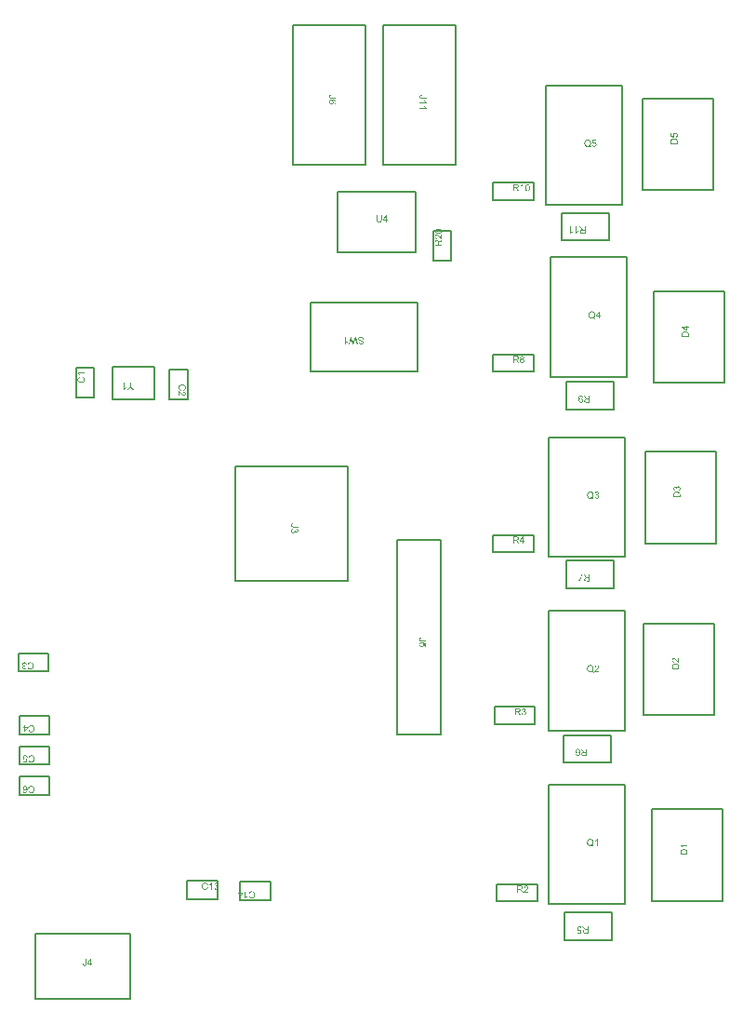
<source format=gbr>
G04*
G04 #@! TF.GenerationSoftware,Altium Limited,Altium Designer,24.6.1 (21)*
G04*
G04 Layer_Color=16711935*
%FSLAX25Y25*%
%MOIN*%
G70*
G04*
G04 #@! TF.SameCoordinates,02B8DA6F-49FF-4BAE-8194-33363A00AC8D*
G04*
G04*
G04 #@! TF.FilePolarity,Positive*
G04*
G01*
G75*
%ADD13C,0.00787*%
G36*
X535297Y424434D02*
X535293D01*
X535286D01*
X535272D01*
X535250Y424431D01*
X535228Y424427D01*
X535203D01*
X535141Y424416D01*
X535075Y424405D01*
X535010Y424383D01*
X534951Y424361D01*
X534926Y424347D01*
X534904Y424329D01*
X534900Y424325D01*
X534889Y424310D01*
X534871Y424289D01*
X534853Y424259D01*
X534831Y424219D01*
X534817Y424176D01*
X534802Y424121D01*
X534798Y424063D01*
Y424041D01*
X534802Y424019D01*
X534806Y423986D01*
X534813Y423954D01*
X534820Y423917D01*
X534835Y423881D01*
X534853Y423844D01*
X534857Y423841D01*
X534864Y423830D01*
X534878Y423815D01*
X534893Y423794D01*
X534918Y423775D01*
X534944Y423753D01*
X534973Y423735D01*
X535010Y423721D01*
X535013D01*
X535028Y423713D01*
X535053Y423710D01*
X535086Y423702D01*
X535130Y423695D01*
X535184Y423692D01*
X535250Y423684D01*
X535326D01*
X537063D01*
Y423349D01*
X535344D01*
X535341D01*
X535330D01*
X535315D01*
X535293D01*
X535264Y423353D01*
X535235D01*
X535166Y423360D01*
X535086Y423368D01*
X535002Y423382D01*
X534926Y423404D01*
X534853Y423429D01*
X534849D01*
X534846Y423433D01*
X534824Y423444D01*
X534795Y423462D01*
X534755Y423488D01*
X534715Y423524D01*
X534671Y423564D01*
X534627Y423615D01*
X534591Y423673D01*
X534587Y423681D01*
X534576Y423702D01*
X534562Y423735D01*
X534547Y423783D01*
X534529Y423841D01*
X534515Y423906D01*
X534504Y423979D01*
X534500Y424059D01*
Y424092D01*
X534504Y424114D01*
X534507Y424143D01*
X534511Y424172D01*
X534525Y424249D01*
X534547Y424329D01*
X534580Y424412D01*
X534602Y424456D01*
X534627Y424496D01*
X534656Y424532D01*
X534689Y424569D01*
X534693Y424573D01*
X534696Y424576D01*
X534711Y424583D01*
X534726Y424594D01*
X534744Y424609D01*
X534769Y424623D01*
X534798Y424638D01*
X534831Y424656D01*
X534868Y424671D01*
X534911Y424685D01*
X534955Y424700D01*
X535006Y424714D01*
X535061Y424722D01*
X535122Y424733D01*
X535184Y424736D01*
X535253D01*
X535297Y424434D01*
D02*
G37*
G36*
X536440Y422691D02*
X536447Y422683D01*
X536451Y422669D01*
X536462Y422650D01*
X536473Y422629D01*
X536487Y422603D01*
X536524Y422541D01*
X536564Y422469D01*
X536615Y422396D01*
X536673Y422319D01*
X536735Y422243D01*
X536739Y422239D01*
X536742Y422236D01*
X536753Y422225D01*
X536764Y422210D01*
X536800Y422177D01*
X536844Y422134D01*
X536895Y422090D01*
X536953Y422043D01*
X537011Y422003D01*
X537073Y421966D01*
Y421766D01*
X534544D01*
Y422075D01*
X536513D01*
X536509Y422079D01*
X536495Y422097D01*
X536473Y422119D01*
X536447Y422156D01*
X536415Y422195D01*
X536378Y422247D01*
X536338Y422305D01*
X536298Y422370D01*
Y422374D01*
X536295Y422377D01*
X536280Y422399D01*
X536262Y422436D01*
X536240Y422479D01*
X536214Y422530D01*
X536189Y422585D01*
X536163Y422640D01*
X536142Y422694D01*
X536440D01*
Y422691D01*
D02*
G37*
G36*
Y420732D02*
X536447Y420725D01*
X536451Y420710D01*
X536462Y420692D01*
X536473Y420670D01*
X536487Y420645D01*
X536524Y420583D01*
X536564Y420510D01*
X536615Y420437D01*
X536673Y420361D01*
X536735Y420285D01*
X536739Y420281D01*
X536742Y420277D01*
X536753Y420266D01*
X536764Y420252D01*
X536800Y420219D01*
X536844Y420175D01*
X536895Y420132D01*
X536953Y420084D01*
X537011Y420044D01*
X537073Y420008D01*
Y419808D01*
X534544D01*
Y420117D01*
X536513D01*
X536509Y420121D01*
X536495Y420139D01*
X536473Y420161D01*
X536447Y420197D01*
X536415Y420237D01*
X536378Y420288D01*
X536338Y420346D01*
X536298Y420412D01*
Y420416D01*
X536295Y420419D01*
X536280Y420441D01*
X536262Y420477D01*
X536240Y420521D01*
X536214Y420572D01*
X536189Y420627D01*
X536163Y420681D01*
X536142Y420736D01*
X536440D01*
Y420732D01*
D02*
G37*
G36*
X502797Y424434D02*
X502794D01*
X502786D01*
X502772D01*
X502750Y424431D01*
X502728Y424427D01*
X502703D01*
X502641Y424416D01*
X502575Y424405D01*
X502510Y424383D01*
X502451Y424361D01*
X502426Y424347D01*
X502404Y424329D01*
X502400Y424325D01*
X502389Y424310D01*
X502371Y424289D01*
X502353Y424259D01*
X502331Y424219D01*
X502317Y424176D01*
X502302Y424121D01*
X502298Y424063D01*
Y424041D01*
X502302Y424019D01*
X502306Y423986D01*
X502313Y423954D01*
X502320Y423917D01*
X502335Y423881D01*
X502353Y423844D01*
X502357Y423841D01*
X502364Y423830D01*
X502379Y423815D01*
X502393Y423794D01*
X502419Y423775D01*
X502444Y423753D01*
X502473Y423735D01*
X502510Y423721D01*
X502513D01*
X502528Y423713D01*
X502553Y423710D01*
X502586Y423702D01*
X502630Y423695D01*
X502684Y423692D01*
X502750Y423684D01*
X502826D01*
X504563D01*
Y423349D01*
X502844D01*
X502841D01*
X502830D01*
X502815D01*
X502794D01*
X502764Y423353D01*
X502735D01*
X502666Y423360D01*
X502586Y423368D01*
X502502Y423382D01*
X502426Y423404D01*
X502353Y423429D01*
X502349D01*
X502346Y423433D01*
X502324Y423444D01*
X502295Y423462D01*
X502255Y423488D01*
X502215Y423524D01*
X502171Y423564D01*
X502127Y423615D01*
X502091Y423673D01*
X502087Y423681D01*
X502076Y423702D01*
X502062Y423735D01*
X502047Y423783D01*
X502029Y423841D01*
X502014Y423906D01*
X502004Y423979D01*
X502000Y424059D01*
Y424092D01*
X502004Y424114D01*
X502007Y424143D01*
X502011Y424172D01*
X502025Y424249D01*
X502047Y424329D01*
X502080Y424412D01*
X502102Y424456D01*
X502127Y424496D01*
X502156Y424532D01*
X502189Y424569D01*
X502193Y424573D01*
X502197Y424576D01*
X502211Y424583D01*
X502226Y424594D01*
X502244Y424609D01*
X502269Y424623D01*
X502298Y424638D01*
X502331Y424656D01*
X502368Y424671D01*
X502411Y424685D01*
X502455Y424700D01*
X502506Y424714D01*
X502561Y424722D01*
X502622Y424733D01*
X502684Y424736D01*
X502753D01*
X502797Y424434D01*
D02*
G37*
G36*
X503289Y422942D02*
X503339D01*
X503398Y422938D01*
X503467Y422931D01*
X503543Y422924D01*
X503627Y422913D01*
X503711Y422898D01*
X503802Y422880D01*
X503889Y422858D01*
X503976Y422832D01*
X504060Y422800D01*
X504140Y422763D01*
X504217Y422723D01*
X504282Y422676D01*
X504286Y422672D01*
X504293Y422665D01*
X504308Y422650D01*
X504330Y422632D01*
X504351Y422611D01*
X504373Y422581D01*
X504402Y422545D01*
X504428Y422509D01*
X504453Y422465D01*
X504482Y422418D01*
X504504Y422363D01*
X504530Y422308D01*
X504548Y422247D01*
X504563Y422181D01*
X504570Y422112D01*
X504573Y422039D01*
Y422010D01*
X504570Y421988D01*
Y421963D01*
X504566Y421933D01*
X504552Y421864D01*
X504533Y421788D01*
X504504Y421708D01*
X504461Y421628D01*
X504435Y421588D01*
X504406Y421551D01*
X504402Y421548D01*
X504399Y421544D01*
X504388Y421533D01*
X504377Y421522D01*
X504359Y421504D01*
X504337Y421489D01*
X504286Y421449D01*
X504220Y421409D01*
X504140Y421373D01*
X504049Y421340D01*
X503947Y421318D01*
X503922Y421628D01*
X503926D01*
X503929Y421631D01*
X503951Y421635D01*
X503984Y421646D01*
X504024Y421661D01*
X504068Y421675D01*
X504111Y421697D01*
X504151Y421722D01*
X504184Y421748D01*
X504191Y421755D01*
X504206Y421770D01*
X504228Y421795D01*
X504253Y421832D01*
X504275Y421879D01*
X504297Y421930D01*
X504311Y421992D01*
X504319Y422057D01*
Y422083D01*
X504315Y422112D01*
X504308Y422145D01*
X504297Y422188D01*
X504282Y422232D01*
X504264Y422276D01*
X504235Y422319D01*
X504231Y422327D01*
X504217Y422345D01*
X504191Y422370D01*
X504155Y422403D01*
X504111Y422439D01*
X504060Y422479D01*
X503995Y422516D01*
X503922Y422552D01*
X503918D01*
X503911Y422556D01*
X503900Y422559D01*
X503886Y422567D01*
X503864Y422570D01*
X503838Y422578D01*
X503809Y422585D01*
X503773Y422592D01*
X503733Y422603D01*
X503689Y422611D01*
X503642Y422618D01*
X503591Y422621D01*
X503532Y422629D01*
X503474Y422632D01*
X503409Y422636D01*
X503343D01*
X503347Y422632D01*
X503369Y422618D01*
X503398Y422592D01*
X503434Y422559D01*
X503478Y422523D01*
X503518Y422476D01*
X503558Y422425D01*
X503594Y422367D01*
Y422363D01*
X503598Y422359D01*
X503609Y422337D01*
X503620Y422305D01*
X503638Y422261D01*
X503652Y422210D01*
X503663Y422152D01*
X503674Y422090D01*
X503678Y422024D01*
Y421995D01*
X503674Y421974D01*
X503671Y421944D01*
X503667Y421915D01*
X503660Y421879D01*
X503649Y421842D01*
X503623Y421759D01*
X503605Y421715D01*
X503580Y421671D01*
X503554Y421628D01*
X503525Y421580D01*
X503489Y421537D01*
X503449Y421497D01*
X503445Y421493D01*
X503438Y421486D01*
X503427Y421475D01*
X503409Y421464D01*
X503383Y421446D01*
X503358Y421427D01*
X503325Y421409D01*
X503289Y421387D01*
X503249Y421366D01*
X503205Y421347D01*
X503154Y421329D01*
X503103Y421311D01*
X503048Y421300D01*
X502986Y421289D01*
X502924Y421282D01*
X502859Y421278D01*
X502855D01*
X502848D01*
X502837D01*
X502819D01*
X502797Y421282D01*
X502775D01*
X502717Y421293D01*
X502648Y421304D01*
X502575Y421322D01*
X502495Y421347D01*
X502419Y421384D01*
X502415D01*
X502411Y421387D01*
X502400Y421395D01*
X502386Y421402D01*
X502349Y421424D01*
X502302Y421457D01*
X502251Y421497D01*
X502200Y421544D01*
X502149Y421602D01*
X502106Y421664D01*
Y421668D01*
X502102Y421671D01*
X502095Y421682D01*
X502091Y421697D01*
X502073Y421733D01*
X502055Y421781D01*
X502033Y421842D01*
X502018Y421912D01*
X502004Y421988D01*
X502000Y422072D01*
Y422090D01*
X502004Y422108D01*
Y422137D01*
X502007Y422170D01*
X502014Y422206D01*
X502025Y422250D01*
X502036Y422294D01*
X502051Y422345D01*
X502069Y422396D01*
X502091Y422447D01*
X502120Y422501D01*
X502153Y422552D01*
X502189Y422603D01*
X502233Y422654D01*
X502284Y422702D01*
X502287Y422705D01*
X502298Y422712D01*
X502313Y422723D01*
X502339Y422738D01*
X502371Y422760D01*
X502408Y422778D01*
X502455Y422800D01*
X502506Y422822D01*
X502568Y422847D01*
X502637Y422869D01*
X502713Y422887D01*
X502797Y422905D01*
X502892Y422924D01*
X502994Y422934D01*
X503103Y422942D01*
X503219Y422945D01*
X503223D01*
X503227D01*
X503238D01*
X503252D01*
X503289Y422942D01*
D02*
G37*
G36*
X598125Y220489D02*
X598155Y220486D01*
X598191Y220482D01*
X598231Y220475D01*
X598271Y220468D01*
X598366Y220442D01*
X598460Y220406D01*
X598508Y220384D01*
X598555Y220358D01*
X598599Y220326D01*
X598639Y220289D01*
X598642Y220286D01*
X598650Y220282D01*
X598657Y220267D01*
X598671Y220253D01*
X598690Y220235D01*
X598708Y220209D01*
X598726Y220184D01*
X598748Y220151D01*
X598784Y220082D01*
X598821Y219994D01*
X598835Y219951D01*
X598842Y219900D01*
X598850Y219849D01*
X598853Y219794D01*
Y219787D01*
Y219769D01*
X598850Y219740D01*
X598846Y219700D01*
X598839Y219656D01*
X598824Y219605D01*
X598810Y219550D01*
X598788Y219496D01*
X598784Y219488D01*
X598777Y219470D01*
X598762Y219441D01*
X598741Y219401D01*
X598711Y219357D01*
X598675Y219303D01*
X598631Y219248D01*
X598580Y219186D01*
X598573Y219179D01*
X598555Y219157D01*
X598537Y219139D01*
X598519Y219121D01*
X598497Y219099D01*
X598468Y219070D01*
X598439Y219041D01*
X598402Y219008D01*
X598366Y218971D01*
X598322Y218932D01*
X598275Y218891D01*
X598224Y218844D01*
X598166Y218797D01*
X598107Y218746D01*
X598104Y218742D01*
X598096Y218735D01*
X598082Y218724D01*
X598064Y218709D01*
X598042Y218688D01*
X598016Y218666D01*
X597958Y218618D01*
X597896Y218564D01*
X597838Y218509D01*
X597787Y218462D01*
X597765Y218444D01*
X597747Y218425D01*
X597743Y218422D01*
X597732Y218411D01*
X597718Y218396D01*
X597700Y218375D01*
X597681Y218349D01*
X597659Y218324D01*
X597616Y218262D01*
X598857D01*
Y217963D01*
X597186D01*
Y217967D01*
Y217981D01*
Y218003D01*
X597190Y218032D01*
X597194Y218065D01*
X597201Y218102D01*
X597208Y218138D01*
X597223Y218178D01*
Y218182D01*
X597226Y218185D01*
X597234Y218207D01*
X597248Y218240D01*
X597270Y218284D01*
X597299Y218335D01*
X597336Y218393D01*
X597376Y218451D01*
X597427Y218513D01*
Y218516D01*
X597434Y218520D01*
X597452Y218542D01*
X597485Y218575D01*
X597532Y218622D01*
X597587Y218677D01*
X597656Y218742D01*
X597740Y218815D01*
X597831Y218891D01*
X597834Y218895D01*
X597849Y218906D01*
X597871Y218924D01*
X597896Y218946D01*
X597929Y218975D01*
X597969Y219008D01*
X598009Y219044D01*
X598056Y219084D01*
X598147Y219172D01*
X598238Y219259D01*
X598282Y219303D01*
X598322Y219346D01*
X598358Y219387D01*
X598387Y219426D01*
Y219430D01*
X598395Y219434D01*
X598402Y219445D01*
X598409Y219459D01*
X598435Y219499D01*
X598464Y219547D01*
X598489Y219605D01*
X598515Y219667D01*
X598529Y219736D01*
X598537Y219801D01*
Y219805D01*
Y219809D01*
X598533Y219831D01*
X598529Y219867D01*
X598519Y219907D01*
X598504Y219958D01*
X598479Y220009D01*
X598446Y220060D01*
X598402Y220111D01*
X598395Y220118D01*
X598377Y220133D01*
X598351Y220151D01*
X598311Y220176D01*
X598260Y220198D01*
X598202Y220220D01*
X598133Y220235D01*
X598056Y220238D01*
X598034D01*
X598020Y220235D01*
X597976Y220231D01*
X597925Y220220D01*
X597871Y220205D01*
X597809Y220180D01*
X597751Y220147D01*
X597696Y220104D01*
X597689Y220096D01*
X597674Y220078D01*
X597652Y220049D01*
X597630Y220005D01*
X597605Y219954D01*
X597583Y219889D01*
X597569Y219816D01*
X597561Y219732D01*
X597245Y219765D01*
Y219769D01*
X597248Y219780D01*
Y219798D01*
X597252Y219823D01*
X597259Y219852D01*
X597266Y219885D01*
X597277Y219925D01*
X597288Y219965D01*
X597317Y220053D01*
X597361Y220140D01*
X597387Y220184D01*
X597419Y220227D01*
X597452Y220267D01*
X597488Y220304D01*
X597492Y220307D01*
X597499Y220311D01*
X597510Y220322D01*
X597529Y220333D01*
X597550Y220347D01*
X597576Y220362D01*
X597605Y220380D01*
X597641Y220398D01*
X597681Y220417D01*
X597725Y220435D01*
X597772Y220449D01*
X597823Y220464D01*
X597878Y220475D01*
X597936Y220486D01*
X597998Y220489D01*
X598064Y220493D01*
X598100D01*
X598125Y220489D01*
D02*
G37*
G36*
X595763Y220522D02*
X595796D01*
X595829Y220518D01*
X595872Y220511D01*
X595916Y220504D01*
X596011Y220486D01*
X596120Y220457D01*
X596225Y220413D01*
X596280Y220388D01*
X596335Y220358D01*
X596338Y220355D01*
X596346Y220351D01*
X596360Y220340D01*
X596382Y220329D01*
X596404Y220311D01*
X596433Y220289D01*
X596495Y220238D01*
X596560Y220173D01*
X596633Y220093D01*
X596702Y219998D01*
X596760Y219892D01*
Y219889D01*
X596768Y219878D01*
X596775Y219863D01*
X596782Y219842D01*
X596797Y219812D01*
X596808Y219780D01*
X596822Y219740D01*
X596837Y219696D01*
X596848Y219649D01*
X596862Y219598D01*
X596877Y219543D01*
X596888Y219485D01*
X596902Y219357D01*
X596910Y219223D01*
Y219219D01*
Y219208D01*
Y219194D01*
Y219172D01*
X596906Y219143D01*
Y219110D01*
X596902Y219073D01*
X596899Y219037D01*
X596888Y218950D01*
X596870Y218855D01*
X596848Y218757D01*
X596815Y218662D01*
Y218658D01*
X596811Y218651D01*
X596804Y218637D01*
X596797Y218622D01*
X596786Y218600D01*
X596775Y218575D01*
X596746Y218516D01*
X596706Y218447D01*
X596655Y218375D01*
X596597Y218302D01*
X596531Y218229D01*
X596535D01*
X596542Y218222D01*
X596553Y218214D01*
X596571Y218203D01*
X596589Y218189D01*
X596615Y218174D01*
X596669Y218142D01*
X596735Y218102D01*
X596808Y218061D01*
X596884Y218029D01*
X596957Y217996D01*
X596859Y217767D01*
X596855D01*
X596848Y217770D01*
X596833Y217778D01*
X596811Y217785D01*
X596786Y217796D01*
X596757Y217810D01*
X596724Y217825D01*
X596688Y217843D01*
X596608Y217887D01*
X596517Y217938D01*
X596418Y218003D01*
X596316Y218076D01*
X596313D01*
X596305Y218069D01*
X596287Y218061D01*
X596269Y218051D01*
X596240Y218040D01*
X596211Y218025D01*
X596174Y218014D01*
X596134Y218000D01*
X596091Y217985D01*
X596043Y217970D01*
X595938Y217945D01*
X595821Y217927D01*
X595759Y217923D01*
X595698Y217920D01*
X595665D01*
X595639Y217923D01*
X595610D01*
X595574Y217927D01*
X595534Y217934D01*
X595490Y217941D01*
X595395Y217960D01*
X595290Y217989D01*
X595181Y218029D01*
X595130Y218054D01*
X595075Y218083D01*
X595072Y218087D01*
X595064Y218091D01*
X595050Y218102D01*
X595031Y218112D01*
X595006Y218131D01*
X594980Y218152D01*
X594919Y218203D01*
X594849Y218269D01*
X594780Y218349D01*
X594711Y218440D01*
X594649Y218546D01*
Y218549D01*
X594642Y218560D01*
X594635Y218575D01*
X594627Y218597D01*
X594617Y218626D01*
X594602Y218658D01*
X594587Y218699D01*
X594576Y218742D01*
X594562Y218790D01*
X594547Y218841D01*
X594536Y218895D01*
X594522Y218957D01*
X594507Y219084D01*
X594500Y219219D01*
Y219223D01*
Y219237D01*
Y219255D01*
X594504Y219281D01*
Y219314D01*
X594507Y219354D01*
X594511Y219397D01*
X594518Y219445D01*
X594536Y219550D01*
X594562Y219663D01*
X594598Y219783D01*
X594649Y219900D01*
X594653Y219903D01*
X594657Y219914D01*
X594664Y219929D01*
X594678Y219951D01*
X594693Y219976D01*
X594711Y220005D01*
X594762Y220074D01*
X594820Y220147D01*
X594897Y220224D01*
X594980Y220300D01*
X595079Y220366D01*
X595082Y220369D01*
X595093Y220373D01*
X595108Y220380D01*
X595130Y220391D01*
X595155Y220402D01*
X595184Y220417D01*
X595221Y220431D01*
X595261Y220446D01*
X595308Y220460D01*
X595355Y220475D01*
X595461Y220500D01*
X595577Y220518D01*
X595639Y220526D01*
X595738D01*
X595763Y220522D01*
D02*
G37*
G36*
X535116Y230119D02*
X535112D01*
X535105D01*
X535090D01*
X535069Y230116D01*
X535047Y230112D01*
X535021D01*
X534960Y230101D01*
X534894Y230090D01*
X534828Y230068D01*
X534770Y230046D01*
X534745Y230032D01*
X534723Y230014D01*
X534719Y230010D01*
X534708Y229995D01*
X534690Y229974D01*
X534672Y229944D01*
X534650Y229904D01*
X534635Y229861D01*
X534621Y229806D01*
X534617Y229748D01*
Y229726D01*
X534621Y229704D01*
X534625Y229672D01*
X534632Y229639D01*
X534639Y229602D01*
X534654Y229566D01*
X534672Y229530D01*
X534676Y229526D01*
X534683Y229515D01*
X534697Y229500D01*
X534712Y229479D01*
X534737Y229460D01*
X534763Y229438D01*
X534792Y229420D01*
X534828Y229406D01*
X534832D01*
X534847Y229398D01*
X534872Y229395D01*
X534905Y229387D01*
X534949Y229380D01*
X535003Y229377D01*
X535069Y229369D01*
X535145D01*
X536881D01*
Y229034D01*
X535163D01*
X535160D01*
X535149D01*
X535134D01*
X535112D01*
X535083Y229038D01*
X535054D01*
X534985Y229045D01*
X534905Y229053D01*
X534821Y229067D01*
X534745Y229089D01*
X534672Y229115D01*
X534668D01*
X534665Y229118D01*
X534643Y229129D01*
X534614Y229147D01*
X534574Y229173D01*
X534534Y229209D01*
X534490Y229249D01*
X534446Y229300D01*
X534410Y229358D01*
X534406Y229366D01*
X534395Y229387D01*
X534381Y229420D01*
X534366Y229468D01*
X534348Y229526D01*
X534333Y229591D01*
X534323Y229664D01*
X534319Y229744D01*
Y229777D01*
X534323Y229799D01*
X534326Y229828D01*
X534330Y229857D01*
X534344Y229934D01*
X534366Y230014D01*
X534399Y230097D01*
X534421Y230141D01*
X534446Y230181D01*
X534475Y230218D01*
X534508Y230254D01*
X534512Y230258D01*
X534515Y230261D01*
X534530Y230268D01*
X534545Y230279D01*
X534563Y230294D01*
X534588Y230308D01*
X534617Y230323D01*
X534650Y230341D01*
X534687Y230356D01*
X534730Y230370D01*
X534774Y230385D01*
X534825Y230399D01*
X534879Y230407D01*
X534941Y230418D01*
X535003Y230421D01*
X535072D01*
X535116Y230119D01*
D02*
G37*
G36*
X535047Y228292D02*
X535043D01*
X535036D01*
X535025Y228288D01*
X535007Y228285D01*
X534967Y228274D01*
X534912Y228259D01*
X534858Y228237D01*
X534796Y228208D01*
X534741Y228172D01*
X534690Y228128D01*
X534687Y228121D01*
X534672Y228106D01*
X534654Y228077D01*
X534632Y228037D01*
X534610Y227993D01*
X534592Y227939D01*
X534577Y227877D01*
X534574Y227808D01*
Y227786D01*
X534577Y227771D01*
X534581Y227728D01*
X534595Y227677D01*
X534614Y227615D01*
X534643Y227553D01*
X534687Y227487D01*
X534712Y227458D01*
X534741Y227429D01*
X534745Y227426D01*
X534748Y227422D01*
X534759Y227415D01*
X534770Y227404D01*
X534810Y227378D01*
X534861Y227349D01*
X534923Y227324D01*
X535000Y227298D01*
X535090Y227280D01*
X535138Y227273D01*
X535189D01*
X535192D01*
X535200D01*
X535214D01*
X535232Y227276D01*
X535254D01*
X535280Y227280D01*
X535338Y227291D01*
X535407Y227309D01*
X535476Y227335D01*
X535542Y227371D01*
X535604Y227422D01*
X535607D01*
X535611Y227429D01*
X535629Y227447D01*
X535655Y227480D01*
X535684Y227524D01*
X535709Y227582D01*
X535735Y227648D01*
X535753Y227724D01*
X535760Y227768D01*
Y227837D01*
X535757Y227866D01*
X535753Y227902D01*
X535742Y227946D01*
X535731Y227990D01*
X535713Y228037D01*
X535691Y228084D01*
X535687Y228088D01*
X535680Y228103D01*
X535662Y228124D01*
X535644Y228154D01*
X535618Y228183D01*
X535586Y228212D01*
X535553Y228245D01*
X535513Y228270D01*
X535553Y228561D01*
X536849Y228317D01*
Y227065D01*
X536554D01*
Y228074D01*
X535873Y228208D01*
X535877Y228204D01*
X535880Y228197D01*
X535888Y228186D01*
X535899Y228168D01*
X535910Y228146D01*
X535924Y228121D01*
X535953Y228063D01*
X535982Y227990D01*
X536008Y227910D01*
X536026Y227822D01*
X536033Y227779D01*
Y227699D01*
X536030Y227677D01*
X536026Y227648D01*
X536022Y227615D01*
X536015Y227578D01*
X536004Y227538D01*
X535979Y227451D01*
X535960Y227404D01*
X535935Y227356D01*
X535910Y227309D01*
X535880Y227262D01*
X535844Y227218D01*
X535804Y227174D01*
X535800Y227171D01*
X535793Y227164D01*
X535782Y227153D01*
X535764Y227138D01*
X535739Y227120D01*
X535713Y227102D01*
X535680Y227080D01*
X535644Y227058D01*
X535604Y227040D01*
X535560Y227018D01*
X535509Y227000D01*
X535458Y226981D01*
X535404Y226967D01*
X535342Y226956D01*
X535280Y226949D01*
X535214Y226945D01*
X535211D01*
X535200D01*
X535182D01*
X535156Y226949D01*
X535127Y226952D01*
X535094Y226956D01*
X535054Y226963D01*
X535014Y226971D01*
X534919Y226992D01*
X534821Y227029D01*
X534770Y227051D01*
X534723Y227080D01*
X534672Y227109D01*
X534625Y227145D01*
X534621Y227149D01*
X534610Y227156D01*
X534595Y227171D01*
X534577Y227189D01*
X534555Y227214D01*
X534526Y227244D01*
X534501Y227280D01*
X534472Y227320D01*
X534443Y227364D01*
X534417Y227415D01*
X534392Y227469D01*
X534366Y227527D01*
X534348Y227589D01*
X534333Y227659D01*
X534323Y227731D01*
X534319Y227808D01*
Y227840D01*
X534323Y227866D01*
X534326Y227895D01*
X534330Y227928D01*
X534333Y227968D01*
X534344Y228008D01*
X534366Y228099D01*
X534399Y228190D01*
X534421Y228237D01*
X534446Y228285D01*
X534475Y228328D01*
X534508Y228372D01*
X534512Y228376D01*
X534515Y228383D01*
X534530Y228390D01*
X534545Y228405D01*
X534563Y228423D01*
X534585Y228441D01*
X534614Y228463D01*
X534647Y228481D01*
X534679Y228503D01*
X534719Y228525D01*
X534807Y228565D01*
X534908Y228598D01*
X534963Y228609D01*
X535021Y228616D01*
X535047Y228292D01*
D02*
G37*
G36*
X571574Y390194D02*
X571265D01*
Y392163D01*
X571261Y392159D01*
X571243Y392145D01*
X571221Y392123D01*
X571185Y392097D01*
X571145Y392065D01*
X571094Y392028D01*
X571036Y391988D01*
X570970Y391948D01*
X570967D01*
X570963Y391945D01*
X570941Y391930D01*
X570905Y391912D01*
X570861Y391890D01*
X570810Y391864D01*
X570755Y391839D01*
X570701Y391813D01*
X570646Y391792D01*
Y392090D01*
X570650D01*
X570657Y392097D01*
X570672Y392101D01*
X570690Y392112D01*
X570712Y392123D01*
X570737Y392137D01*
X570799Y392174D01*
X570872Y392214D01*
X570945Y392265D01*
X571021Y392323D01*
X571098Y392385D01*
X571101Y392389D01*
X571105Y392392D01*
X571116Y392403D01*
X571130Y392414D01*
X571163Y392450D01*
X571207Y392494D01*
X571250Y392545D01*
X571298Y392603D01*
X571338Y392661D01*
X571374Y392723D01*
X571574D01*
Y390194D01*
D02*
G37*
G36*
X569198Y392709D02*
X569230D01*
X569307Y392705D01*
X569387Y392694D01*
X569474Y392683D01*
X569554Y392665D01*
X569594Y392654D01*
X569627Y392643D01*
X569631D01*
X569634Y392640D01*
X569656Y392629D01*
X569689Y392614D01*
X569729Y392589D01*
X569773Y392556D01*
X569820Y392512D01*
X569864Y392461D01*
X569907Y392403D01*
Y392400D01*
X569911Y392396D01*
X569925Y392374D01*
X569940Y392338D01*
X569962Y392290D01*
X569980Y392236D01*
X569998Y392170D01*
X570009Y392101D01*
X570013Y392024D01*
Y392021D01*
Y392014D01*
Y391999D01*
X570009Y391981D01*
Y391955D01*
X570006Y391930D01*
X569991Y391868D01*
X569969Y391795D01*
X569940Y391719D01*
X569896Y391642D01*
X569867Y391606D01*
X569838Y391569D01*
X569835Y391566D01*
X569831Y391562D01*
X569820Y391551D01*
X569805Y391540D01*
X569787Y391526D01*
X569765Y391511D01*
X569736Y391493D01*
X569707Y391471D01*
X569671Y391453D01*
X569631Y391435D01*
X569587Y391413D01*
X569540Y391395D01*
X569485Y391380D01*
X569430Y391362D01*
X569369Y391351D01*
X569303Y391340D01*
X569310Y391337D01*
X569325Y391329D01*
X569347Y391315D01*
X569376Y391300D01*
X569441Y391260D01*
X569474Y391235D01*
X569503Y391213D01*
X569511Y391206D01*
X569529Y391187D01*
X569558Y391158D01*
X569594Y391122D01*
X569634Y391071D01*
X569682Y391016D01*
X569729Y390951D01*
X569780Y390878D01*
X570213Y390194D01*
X569798D01*
X569467Y390718D01*
Y390721D01*
X569460Y390729D01*
X569452Y390740D01*
X569441Y390754D01*
X569416Y390794D01*
X569383Y390845D01*
X569343Y390900D01*
X569303Y390958D01*
X569263Y391013D01*
X569227Y391064D01*
X569223Y391067D01*
X569212Y391082D01*
X569194Y391104D01*
X569168Y391129D01*
X569114Y391184D01*
X569085Y391209D01*
X569056Y391231D01*
X569052Y391235D01*
X569045Y391238D01*
X569030Y391246D01*
X569008Y391256D01*
X568986Y391267D01*
X568961Y391278D01*
X568903Y391297D01*
X568899D01*
X568892Y391300D01*
X568877D01*
X568859Y391304D01*
X568833Y391307D01*
X568804D01*
X568764Y391311D01*
X568335D01*
Y390194D01*
X568000D01*
Y392712D01*
X569168D01*
X569198Y392709D01*
D02*
G37*
G36*
X573263Y392720D02*
X573311Y392712D01*
X573365Y392702D01*
X573423Y392687D01*
X573485Y392669D01*
X573544Y392640D01*
X573547D01*
X573551Y392636D01*
X573569Y392625D01*
X573598Y392607D01*
X573635Y392582D01*
X573675Y392545D01*
X573718Y392505D01*
X573758Y392458D01*
X573799Y392403D01*
X573802Y392396D01*
X573817Y392378D01*
X573831Y392345D01*
X573857Y392298D01*
X573878Y392243D01*
X573908Y392181D01*
X573933Y392108D01*
X573955Y392028D01*
Y392024D01*
X573959Y392017D01*
X573962Y392006D01*
X573966Y391988D01*
X573970Y391966D01*
X573973Y391941D01*
X573981Y391908D01*
X573984Y391872D01*
X573991Y391832D01*
X573995Y391788D01*
X573999Y391737D01*
X574006Y391686D01*
X574010Y391628D01*
Y391569D01*
X574013Y391504D01*
Y391435D01*
Y391431D01*
Y391417D01*
Y391391D01*
Y391362D01*
X574010Y391322D01*
Y391278D01*
X574006Y391231D01*
X574002Y391180D01*
X573991Y391064D01*
X573973Y390944D01*
X573951Y390827D01*
X573937Y390772D01*
X573919Y390718D01*
Y390714D01*
X573915Y390707D01*
X573908Y390692D01*
X573900Y390674D01*
X573893Y390649D01*
X573878Y390623D01*
X573849Y390561D01*
X573813Y390496D01*
X573766Y390423D01*
X573711Y390357D01*
X573646Y390296D01*
X573642D01*
X573638Y390288D01*
X573627Y390281D01*
X573613Y390274D01*
X573595Y390263D01*
X573576Y390248D01*
X573522Y390223D01*
X573456Y390197D01*
X573380Y390172D01*
X573289Y390157D01*
X573191Y390150D01*
X573154D01*
X573129Y390154D01*
X573100Y390157D01*
X573063Y390164D01*
X573023Y390172D01*
X572979Y390183D01*
X572936Y390197D01*
X572889Y390212D01*
X572841Y390234D01*
X572794Y390259D01*
X572747Y390288D01*
X572699Y390325D01*
X572655Y390365D01*
X572615Y390408D01*
X572612Y390412D01*
X572605Y390423D01*
X572594Y390441D01*
X572575Y390470D01*
X572557Y390503D01*
X572539Y390547D01*
X572514Y390598D01*
X572492Y390656D01*
X572470Y390721D01*
X572448Y390798D01*
X572426Y390882D01*
X572408Y390976D01*
X572390Y391078D01*
X572379Y391187D01*
X572372Y391307D01*
X572368Y391435D01*
Y391439D01*
Y391453D01*
Y391478D01*
Y391508D01*
X572372Y391548D01*
Y391591D01*
X572375Y391639D01*
X572379Y391693D01*
X572390Y391806D01*
X572408Y391926D01*
X572430Y392046D01*
X572444Y392101D01*
X572459Y392156D01*
Y392159D01*
X572463Y392166D01*
X572470Y392181D01*
X572477Y392199D01*
X572484Y392225D01*
X572499Y392250D01*
X572528Y392312D01*
X572565Y392378D01*
X572612Y392447D01*
X572666Y392516D01*
X572732Y392574D01*
X572736D01*
X572739Y392582D01*
X572750Y392589D01*
X572765Y392596D01*
X572783Y392611D01*
X572805Y392621D01*
X572859Y392651D01*
X572925Y392676D01*
X573001Y392702D01*
X573092Y392716D01*
X573191Y392723D01*
X573223D01*
X573263Y392720D01*
D02*
G37*
G36*
X541328Y376660D02*
X541372D01*
X541419Y376656D01*
X541470Y376653D01*
X541586Y376642D01*
X541707Y376623D01*
X541823Y376602D01*
X541878Y376587D01*
X541932Y376569D01*
X541936D01*
X541943Y376565D01*
X541958Y376558D01*
X541976Y376551D01*
X542001Y376543D01*
X542027Y376529D01*
X542089Y376500D01*
X542154Y376463D01*
X542227Y376416D01*
X542293Y376361D01*
X542354Y376296D01*
Y376292D01*
X542362Y376289D01*
X542369Y376278D01*
X542376Y376263D01*
X542387Y376245D01*
X542402Y376227D01*
X542427Y376172D01*
X542453Y376107D01*
X542478Y376030D01*
X542493Y375939D01*
X542500Y375841D01*
Y375804D01*
X542496Y375779D01*
X542493Y375750D01*
X542486Y375713D01*
X542478Y375673D01*
X542467Y375630D01*
X542453Y375586D01*
X542438Y375539D01*
X542416Y375491D01*
X542391Y375444D01*
X542362Y375397D01*
X542325Y375349D01*
X542285Y375306D01*
X542242Y375266D01*
X542238Y375262D01*
X542227Y375255D01*
X542209Y375244D01*
X542180Y375226D01*
X542147Y375207D01*
X542103Y375189D01*
X542052Y375164D01*
X541994Y375142D01*
X541929Y375120D01*
X541852Y375098D01*
X541768Y375076D01*
X541674Y375058D01*
X541572Y375040D01*
X541463Y375029D01*
X541342Y375022D01*
X541215Y375018D01*
X541212D01*
X541197D01*
X541171D01*
X541142D01*
X541102Y375022D01*
X541059D01*
X541011Y375025D01*
X540957Y375029D01*
X540844Y375040D01*
X540724Y375058D01*
X540604Y375080D01*
X540549Y375095D01*
X540494Y375109D01*
X540491D01*
X540484Y375113D01*
X540469Y375120D01*
X540451Y375127D01*
X540425Y375135D01*
X540400Y375149D01*
X540338Y375178D01*
X540272Y375215D01*
X540203Y375262D01*
X540134Y375317D01*
X540076Y375382D01*
Y375386D01*
X540068Y375389D01*
X540061Y375400D01*
X540054Y375415D01*
X540039Y375433D01*
X540028Y375455D01*
X539999Y375510D01*
X539974Y375575D01*
X539948Y375652D01*
X539934Y375743D01*
X539927Y375841D01*
Y375873D01*
X539930Y375914D01*
X539937Y375961D01*
X539948Y376015D01*
X539963Y376074D01*
X539981Y376136D01*
X540010Y376194D01*
Y376198D01*
X540014Y376201D01*
X540025Y376219D01*
X540043Y376248D01*
X540068Y376285D01*
X540105Y376325D01*
X540145Y376369D01*
X540192Y376409D01*
X540247Y376449D01*
X540254Y376452D01*
X540272Y376467D01*
X540305Y376481D01*
X540352Y376507D01*
X540407Y376529D01*
X540469Y376558D01*
X540542Y376583D01*
X540622Y376605D01*
X540625D01*
X540633Y376609D01*
X540644Y376612D01*
X540662Y376616D01*
X540684Y376620D01*
X540709Y376623D01*
X540742Y376631D01*
X540778Y376634D01*
X540818Y376642D01*
X540862Y376645D01*
X540913Y376649D01*
X540964Y376656D01*
X541022Y376660D01*
X541080D01*
X541146Y376663D01*
X541215D01*
X541219D01*
X541233D01*
X541259D01*
X541288D01*
X541328Y376660D01*
D02*
G37*
G36*
X542456Y373016D02*
X542453D01*
X542438D01*
X542416D01*
X542387Y373020D01*
X542354Y373023D01*
X542318Y373031D01*
X542282Y373038D01*
X542242Y373053D01*
X542238D01*
X542234Y373056D01*
X542212Y373063D01*
X542180Y373078D01*
X542136Y373100D01*
X542085Y373129D01*
X542027Y373165D01*
X541969Y373205D01*
X541907Y373256D01*
X541903D01*
X541899Y373264D01*
X541878Y373282D01*
X541845Y373315D01*
X541797Y373362D01*
X541743Y373416D01*
X541677Y373486D01*
X541605Y373569D01*
X541528Y373660D01*
X541525Y373664D01*
X541514Y373679D01*
X541495Y373700D01*
X541474Y373726D01*
X541444Y373759D01*
X541412Y373799D01*
X541375Y373839D01*
X541335Y373886D01*
X541248Y373977D01*
X541160Y374068D01*
X541117Y374112D01*
X541073Y374152D01*
X541033Y374188D01*
X540993Y374217D01*
X540989D01*
X540986Y374225D01*
X540975Y374232D01*
X540960Y374239D01*
X540920Y374265D01*
X540873Y374294D01*
X540815Y374319D01*
X540753Y374345D01*
X540684Y374359D01*
X540618Y374367D01*
X540615D01*
X540611D01*
X540589Y374363D01*
X540553Y374359D01*
X540513Y374348D01*
X540462Y374334D01*
X540411Y374308D01*
X540360Y374276D01*
X540309Y374232D01*
X540302Y374225D01*
X540287Y374206D01*
X540269Y374181D01*
X540243Y374141D01*
X540221Y374090D01*
X540200Y374032D01*
X540185Y373962D01*
X540181Y373886D01*
Y373864D01*
X540185Y373850D01*
X540189Y373806D01*
X540200Y373755D01*
X540214Y373700D01*
X540240Y373639D01*
X540272Y373580D01*
X540316Y373526D01*
X540323Y373518D01*
X540342Y373504D01*
X540371Y373482D01*
X540414Y373460D01*
X540465Y373435D01*
X540531Y373413D01*
X540604Y373398D01*
X540687Y373391D01*
X540655Y373074D01*
X540651D01*
X540640Y373078D01*
X540622D01*
X540596Y373082D01*
X540567Y373089D01*
X540534Y373096D01*
X540494Y373107D01*
X540454Y373118D01*
X540367Y373147D01*
X540280Y373191D01*
X540236Y373216D01*
X540192Y373249D01*
X540152Y373282D01*
X540116Y373318D01*
X540112Y373322D01*
X540109Y373329D01*
X540098Y373340D01*
X540087Y373358D01*
X540072Y373380D01*
X540058Y373406D01*
X540039Y373435D01*
X540021Y373471D01*
X540003Y373511D01*
X539985Y373555D01*
X539970Y373602D01*
X539956Y373653D01*
X539945Y373708D01*
X539934Y373766D01*
X539930Y373828D01*
X539927Y373893D01*
Y373930D01*
X539930Y373955D01*
X539934Y373984D01*
X539937Y374021D01*
X539945Y374061D01*
X539952Y374101D01*
X539978Y374196D01*
X540014Y374290D01*
X540036Y374337D01*
X540061Y374385D01*
X540094Y374428D01*
X540130Y374468D01*
X540134Y374472D01*
X540138Y374479D01*
X540152Y374487D01*
X540167Y374501D01*
X540185Y374519D01*
X540210Y374538D01*
X540236Y374556D01*
X540269Y374578D01*
X540338Y374614D01*
X540425Y374651D01*
X540469Y374665D01*
X540520Y374672D01*
X540571Y374680D01*
X540625Y374683D01*
X540633D01*
X540651D01*
X540680Y374680D01*
X540720Y374676D01*
X540764Y374669D01*
X540815Y374654D01*
X540869Y374640D01*
X540924Y374618D01*
X540931Y374614D01*
X540949Y374607D01*
X540978Y374592D01*
X541019Y374570D01*
X541062Y374541D01*
X541117Y374505D01*
X541171Y374461D01*
X541233Y374410D01*
X541241Y374403D01*
X541262Y374385D01*
X541281Y374367D01*
X541299Y374348D01*
X541321Y374326D01*
X541350Y374297D01*
X541379Y374268D01*
X541412Y374232D01*
X541448Y374196D01*
X541488Y374152D01*
X541528Y374104D01*
X541575Y374054D01*
X541623Y373995D01*
X541674Y373937D01*
X541677Y373933D01*
X541685Y373926D01*
X541696Y373911D01*
X541710Y373893D01*
X541732Y373871D01*
X541754Y373846D01*
X541801Y373788D01*
X541856Y373726D01*
X541910Y373668D01*
X541958Y373617D01*
X541976Y373595D01*
X541994Y373577D01*
X541998Y373573D01*
X542009Y373562D01*
X542023Y373548D01*
X542045Y373529D01*
X542070Y373511D01*
X542096Y373489D01*
X542158Y373446D01*
Y374687D01*
X542456D01*
Y373016D01*
D02*
G37*
G36*
Y372448D02*
X541932Y372117D01*
X541929D01*
X541921Y372110D01*
X541910Y372102D01*
X541896Y372092D01*
X541856Y372066D01*
X541805Y372033D01*
X541750Y371993D01*
X541692Y371953D01*
X541637Y371913D01*
X541586Y371877D01*
X541583Y371873D01*
X541568Y371862D01*
X541546Y371844D01*
X541521Y371819D01*
X541466Y371764D01*
X541441Y371735D01*
X541419Y371706D01*
X541415Y371702D01*
X541412Y371695D01*
X541404Y371680D01*
X541394Y371658D01*
X541383Y371637D01*
X541372Y371611D01*
X541353Y371553D01*
Y371549D01*
X541350Y371542D01*
Y371527D01*
X541346Y371509D01*
X541342Y371484D01*
Y371455D01*
X541339Y371414D01*
Y370985D01*
X542456D01*
Y370650D01*
X539937D01*
Y371819D01*
X539941Y371848D01*
Y371880D01*
X539945Y371957D01*
X539956Y372037D01*
X539967Y372124D01*
X539985Y372204D01*
X539996Y372244D01*
X540007Y372277D01*
Y372281D01*
X540010Y372285D01*
X540021Y372306D01*
X540036Y372339D01*
X540061Y372379D01*
X540094Y372423D01*
X540138Y372470D01*
X540189Y372514D01*
X540247Y372557D01*
X540250D01*
X540254Y372561D01*
X540276Y372576D01*
X540312Y372590D01*
X540360Y372612D01*
X540414Y372630D01*
X540480Y372649D01*
X540549Y372659D01*
X540625Y372663D01*
X540629D01*
X540636D01*
X540651D01*
X540669Y372659D01*
X540695D01*
X540720Y372656D01*
X540782Y372641D01*
X540855Y372619D01*
X540931Y372590D01*
X541008Y372547D01*
X541044Y372517D01*
X541080Y372488D01*
X541084Y372485D01*
X541088Y372481D01*
X541099Y372470D01*
X541110Y372456D01*
X541124Y372437D01*
X541139Y372415D01*
X541157Y372386D01*
X541179Y372357D01*
X541197Y372321D01*
X541215Y372281D01*
X541237Y372237D01*
X541255Y372190D01*
X541270Y372135D01*
X541288Y372081D01*
X541299Y372019D01*
X541310Y371953D01*
X541313Y371960D01*
X541321Y371975D01*
X541335Y371997D01*
X541350Y372026D01*
X541390Y372092D01*
X541415Y372124D01*
X541437Y372153D01*
X541444Y372161D01*
X541463Y372179D01*
X541492Y372208D01*
X541528Y372244D01*
X541579Y372285D01*
X541634Y372332D01*
X541699Y372379D01*
X541772Y372430D01*
X542456Y372863D01*
Y372448D01*
D02*
G37*
G36*
X520980Y380106D02*
Y380103D01*
Y380088D01*
Y380070D01*
Y380045D01*
X520976Y380012D01*
Y379976D01*
X520973Y379932D01*
X520969Y379888D01*
X520958Y379790D01*
X520944Y379688D01*
X520922Y379590D01*
X520907Y379542D01*
X520893Y379499D01*
Y379495D01*
X520889Y379488D01*
X520882Y379477D01*
X520875Y379462D01*
X520853Y379422D01*
X520820Y379371D01*
X520776Y379313D01*
X520725Y379255D01*
X520660Y379193D01*
X520580Y379138D01*
X520576D01*
X520569Y379131D01*
X520558Y379127D01*
X520540Y379116D01*
X520518Y379105D01*
X520489Y379095D01*
X520460Y379084D01*
X520423Y379069D01*
X520383Y379055D01*
X520339Y379044D01*
X520292Y379033D01*
X520238Y379022D01*
X520183Y379014D01*
X520125Y379007D01*
X519994Y379000D01*
X519961D01*
X519935Y379004D01*
X519906D01*
X519870Y379007D01*
X519830Y379011D01*
X519790Y379014D01*
X519699Y379029D01*
X519601Y379051D01*
X519506Y379080D01*
X519415Y379120D01*
X519411D01*
X519404Y379127D01*
X519393Y379135D01*
X519379Y379142D01*
X519339Y379171D01*
X519291Y379211D01*
X519237Y379262D01*
X519186Y379320D01*
X519135Y379393D01*
X519095Y379473D01*
Y379477D01*
X519091Y379484D01*
X519087Y379499D01*
X519080Y379517D01*
X519073Y379539D01*
X519066Y379568D01*
X519055Y379601D01*
X519047Y379641D01*
X519040Y379684D01*
X519029Y379732D01*
X519022Y379783D01*
X519015Y379837D01*
X519007Y379899D01*
X519004Y379965D01*
X519000Y380034D01*
Y380106D01*
Y381562D01*
X519335D01*
Y380106D01*
Y380103D01*
Y380092D01*
Y380074D01*
Y380052D01*
X519339Y380026D01*
Y379994D01*
X519342Y379925D01*
X519349Y379844D01*
X519360Y379764D01*
X519375Y379688D01*
X519382Y379655D01*
X519393Y379622D01*
X519397Y379615D01*
X519404Y379597D01*
X519422Y379571D01*
X519444Y379535D01*
X519469Y379499D01*
X519506Y379459D01*
X519550Y379419D01*
X519601Y379386D01*
X519608Y379382D01*
X519626Y379371D01*
X519659Y379360D01*
X519702Y379346D01*
X519753Y379328D01*
X519819Y379317D01*
X519888Y379306D01*
X519965Y379302D01*
X520001D01*
X520023Y379306D01*
X520056D01*
X520088Y379309D01*
X520168Y379324D01*
X520256Y379342D01*
X520339Y379371D01*
X520420Y379411D01*
X520456Y379437D01*
X520489Y379466D01*
X520492Y379469D01*
X520496Y379473D01*
X520503Y379484D01*
X520514Y379499D01*
X520525Y379521D01*
X520540Y379542D01*
X520554Y379575D01*
X520569Y379608D01*
X520583Y379648D01*
X520594Y379695D01*
X520609Y379750D01*
X520620Y379808D01*
X520631Y379873D01*
X520638Y379943D01*
X520645Y380023D01*
Y380106D01*
Y381562D01*
X520980D01*
Y380106D01*
D02*
G37*
G36*
X522709Y379932D02*
X523051D01*
Y379648D01*
X522709D01*
Y379044D01*
X522400D01*
Y379648D01*
X521304D01*
Y379932D01*
X522458Y381562D01*
X522709D01*
Y379932D01*
D02*
G37*
G36*
X489238Y270899D02*
X489234D01*
X489227D01*
X489213D01*
X489191Y270896D01*
X489169Y270892D01*
X489143D01*
X489081Y270881D01*
X489016Y270870D01*
X488950Y270848D01*
X488892Y270826D01*
X488867Y270812D01*
X488845Y270794D01*
X488841Y270790D01*
X488830Y270775D01*
X488812Y270754D01*
X488794Y270724D01*
X488772Y270684D01*
X488758Y270641D01*
X488743Y270586D01*
X488739Y270528D01*
Y270506D01*
X488743Y270484D01*
X488747Y270451D01*
X488754Y270419D01*
X488761Y270382D01*
X488776Y270346D01*
X488794Y270309D01*
X488798Y270306D01*
X488805Y270295D01*
X488819Y270280D01*
X488834Y270258D01*
X488860Y270240D01*
X488885Y270218D01*
X488914Y270200D01*
X488950Y270186D01*
X488954D01*
X488969Y270178D01*
X488994Y270175D01*
X489027Y270167D01*
X489071Y270160D01*
X489125Y270157D01*
X489191Y270149D01*
X489267D01*
X491003D01*
Y269814D01*
X489285D01*
X489282D01*
X489271D01*
X489256D01*
X489234D01*
X489205Y269818D01*
X489176D01*
X489107Y269825D01*
X489027Y269833D01*
X488943Y269847D01*
X488867Y269869D01*
X488794Y269895D01*
X488790D01*
X488787Y269898D01*
X488765Y269909D01*
X488736Y269927D01*
X488696Y269953D01*
X488656Y269989D01*
X488612Y270029D01*
X488568Y270080D01*
X488532Y270138D01*
X488528Y270146D01*
X488517Y270167D01*
X488503Y270200D01*
X488488Y270248D01*
X488470Y270306D01*
X488455Y270371D01*
X488445Y270444D01*
X488441Y270524D01*
Y270557D01*
X488445Y270579D01*
X488448Y270608D01*
X488452Y270637D01*
X488466Y270713D01*
X488488Y270794D01*
X488521Y270877D01*
X488543Y270921D01*
X488568Y270961D01*
X488597Y270997D01*
X488630Y271034D01*
X488634Y271038D01*
X488637Y271041D01*
X488652Y271048D01*
X488667Y271059D01*
X488685Y271074D01*
X488710Y271088D01*
X488739Y271103D01*
X488772Y271121D01*
X488808Y271136D01*
X488852Y271150D01*
X488896Y271165D01*
X488947Y271179D01*
X489002Y271187D01*
X489063Y271198D01*
X489125Y271201D01*
X489194D01*
X489238Y270899D01*
D02*
G37*
G36*
X489191Y269083D02*
X489187D01*
X489180Y269079D01*
X489165Y269075D01*
X489147Y269072D01*
X489125Y269068D01*
X489100Y269061D01*
X489045Y269043D01*
X488980Y269017D01*
X488918Y268985D01*
X488860Y268948D01*
X488808Y268904D01*
X488805Y268897D01*
X488790Y268883D01*
X488772Y268853D01*
X488754Y268817D01*
X488732Y268773D01*
X488714Y268719D01*
X488699Y268657D01*
X488696Y268591D01*
Y268569D01*
X488699Y268555D01*
X488703Y268515D01*
X488714Y268464D01*
X488732Y268406D01*
X488758Y268344D01*
X488794Y268282D01*
X488845Y268224D01*
X488852Y268216D01*
X488874Y268198D01*
X488907Y268176D01*
X488950Y268147D01*
X489005Y268118D01*
X489067Y268096D01*
X489140Y268078D01*
X489220Y268071D01*
X489223D01*
X489231D01*
X489242D01*
X489256Y268074D01*
X489296Y268078D01*
X489344Y268089D01*
X489402Y268104D01*
X489460Y268129D01*
X489518Y268165D01*
X489573Y268213D01*
X489580Y268220D01*
X489595Y268238D01*
X489617Y268267D01*
X489642Y268307D01*
X489668Y268358D01*
X489689Y268420D01*
X489704Y268490D01*
X489711Y268566D01*
Y268599D01*
X489708Y268624D01*
X489704Y268657D01*
X489697Y268693D01*
X489689Y268737D01*
X489678Y268784D01*
X489952Y268748D01*
Y268730D01*
X489948Y268715D01*
Y268668D01*
X489955Y268628D01*
X489962Y268581D01*
X489973Y268526D01*
X489992Y268464D01*
X490017Y268406D01*
X490050Y268344D01*
Y268340D01*
X490053Y268337D01*
X490068Y268318D01*
X490094Y268293D01*
X490126Y268264D01*
X490173Y268235D01*
X490228Y268209D01*
X490290Y268191D01*
X490326Y268184D01*
X490366D01*
X490370D01*
X490374D01*
X490396D01*
X490425Y268191D01*
X490465Y268198D01*
X490508Y268213D01*
X490556Y268231D01*
X490603Y268260D01*
X490647Y268300D01*
X490650Y268304D01*
X490665Y268322D01*
X490683Y268348D01*
X490705Y268380D01*
X490723Y268424D01*
X490741Y268475D01*
X490756Y268533D01*
X490760Y268599D01*
Y268628D01*
X490752Y268661D01*
X490745Y268704D01*
X490730Y268752D01*
X490712Y268799D01*
X490683Y268850D01*
X490647Y268897D01*
X490643Y268901D01*
X490625Y268915D01*
X490599Y268937D01*
X490563Y268963D01*
X490516Y268988D01*
X490457Y269014D01*
X490388Y269036D01*
X490308Y269050D01*
X490363Y269359D01*
X490366D01*
X490377Y269356D01*
X490392Y269352D01*
X490414Y269349D01*
X490439Y269341D01*
X490468Y269330D01*
X490538Y269308D01*
X490618Y269272D01*
X490698Y269228D01*
X490774Y269174D01*
X490843Y269105D01*
X490847Y269101D01*
X490851Y269094D01*
X490858Y269083D01*
X490869Y269068D01*
X490883Y269050D01*
X490898Y269024D01*
X490912Y268999D01*
X490931Y268966D01*
X490960Y268894D01*
X490989Y268810D01*
X491007Y268711D01*
X491014Y268661D01*
Y268569D01*
X491011Y268530D01*
X491003Y268482D01*
X490992Y268424D01*
X490974Y268358D01*
X490952Y268293D01*
X490923Y268227D01*
Y268224D01*
X490920Y268220D01*
X490909Y268198D01*
X490887Y268165D01*
X490862Y268129D01*
X490825Y268085D01*
X490785Y268042D01*
X490738Y267998D01*
X490683Y267962D01*
X490676Y267958D01*
X490658Y267947D01*
X490625Y267933D01*
X490585Y267914D01*
X490538Y267896D01*
X490483Y267882D01*
X490421Y267871D01*
X490359Y267867D01*
X490352D01*
X490330D01*
X490301Y267871D01*
X490261Y267878D01*
X490214Y267889D01*
X490163Y267907D01*
X490112Y267929D01*
X490061Y267958D01*
X490053Y267962D01*
X490039Y267973D01*
X490013Y267994D01*
X489984Y268023D01*
X489952Y268060D01*
X489915Y268104D01*
X489882Y268155D01*
X489850Y268216D01*
Y268213D01*
X489846Y268205D01*
X489842Y268195D01*
X489839Y268180D01*
X489824Y268140D01*
X489802Y268089D01*
X489773Y268031D01*
X489737Y267973D01*
X489689Y267918D01*
X489635Y267867D01*
X489628Y267863D01*
X489606Y267849D01*
X489569Y267827D01*
X489522Y267805D01*
X489464Y267783D01*
X489395Y267761D01*
X489315Y267747D01*
X489227Y267743D01*
X489223D01*
X489213D01*
X489194D01*
X489173Y267747D01*
X489143Y267751D01*
X489111Y267758D01*
X489074Y267765D01*
X489034Y267772D01*
X488947Y267801D01*
X488900Y267823D01*
X488856Y267845D01*
X488808Y267874D01*
X488761Y267907D01*
X488714Y267944D01*
X488670Y267987D01*
X488667Y267991D01*
X488659Y267998D01*
X488648Y268013D01*
X488634Y268031D01*
X488616Y268053D01*
X488597Y268082D01*
X488576Y268115D01*
X488557Y268155D01*
X488535Y268195D01*
X488514Y268242D01*
X488495Y268289D01*
X488477Y268344D01*
X488463Y268402D01*
X488452Y268464D01*
X488445Y268526D01*
X488441Y268595D01*
Y268628D01*
X488445Y268650D01*
X488448Y268679D01*
X488452Y268711D01*
X488459Y268748D01*
X488466Y268788D01*
X488488Y268875D01*
X488525Y268966D01*
X488547Y269014D01*
X488572Y269057D01*
X488605Y269101D01*
X488637Y269145D01*
X488641Y269148D01*
X488648Y269156D01*
X488659Y269166D01*
X488674Y269177D01*
X488692Y269196D01*
X488718Y269214D01*
X488743Y269236D01*
X488776Y269257D01*
X488812Y269279D01*
X488849Y269301D01*
X488936Y269341D01*
X489038Y269374D01*
X489092Y269385D01*
X489151Y269392D01*
X489191Y269083D01*
D02*
G37*
G36*
X571902Y205070D02*
X571949Y205063D01*
X572008Y205052D01*
X572073Y205033D01*
X572139Y205012D01*
X572204Y204982D01*
X572208D01*
X572211Y204979D01*
X572233Y204968D01*
X572266Y204946D01*
X572302Y204921D01*
X572346Y204884D01*
X572390Y204844D01*
X572433Y204797D01*
X572470Y204742D01*
X572473Y204735D01*
X572484Y204717D01*
X572499Y204684D01*
X572517Y204644D01*
X572535Y204597D01*
X572550Y204542D01*
X572561Y204480D01*
X572564Y204418D01*
Y204411D01*
Y204389D01*
X572561Y204360D01*
X572553Y204320D01*
X572543Y204273D01*
X572524Y204222D01*
X572503Y204171D01*
X572473Y204120D01*
X572470Y204113D01*
X572459Y204098D01*
X572437Y204072D01*
X572408Y204043D01*
X572371Y204011D01*
X572328Y203974D01*
X572277Y203941D01*
X572215Y203909D01*
X572219D01*
X572226Y203905D01*
X572237Y203901D01*
X572251Y203898D01*
X572291Y203883D01*
X572342Y203861D01*
X572401Y203832D01*
X572459Y203796D01*
X572513Y203748D01*
X572564Y203694D01*
X572568Y203687D01*
X572583Y203665D01*
X572605Y203628D01*
X572626Y203581D01*
X572648Y203523D01*
X572670Y203454D01*
X572685Y203374D01*
X572688Y203286D01*
Y203282D01*
Y203272D01*
Y203253D01*
X572685Y203232D01*
X572681Y203203D01*
X572674Y203170D01*
X572666Y203133D01*
X572659Y203093D01*
X572630Y203006D01*
X572608Y202959D01*
X572586Y202915D01*
X572557Y202868D01*
X572524Y202820D01*
X572488Y202773D01*
X572444Y202729D01*
X572441Y202726D01*
X572433Y202718D01*
X572419Y202707D01*
X572401Y202693D01*
X572379Y202675D01*
X572350Y202657D01*
X572317Y202635D01*
X572277Y202616D01*
X572237Y202595D01*
X572190Y202573D01*
X572142Y202554D01*
X572088Y202536D01*
X572029Y202522D01*
X571968Y202511D01*
X571906Y202504D01*
X571836Y202500D01*
X571804D01*
X571782Y202504D01*
X571753Y202507D01*
X571720Y202511D01*
X571684Y202518D01*
X571643Y202525D01*
X571556Y202547D01*
X571465Y202584D01*
X571418Y202606D01*
X571374Y202631D01*
X571330Y202664D01*
X571287Y202696D01*
X571283Y202700D01*
X571276Y202707D01*
X571265Y202718D01*
X571254Y202733D01*
X571236Y202751D01*
X571218Y202777D01*
X571196Y202802D01*
X571174Y202835D01*
X571152Y202871D01*
X571130Y202908D01*
X571090Y202995D01*
X571058Y203097D01*
X571047Y203151D01*
X571039Y203210D01*
X571349Y203250D01*
Y203246D01*
X571352Y203239D01*
X571356Y203224D01*
X571360Y203206D01*
X571363Y203184D01*
X571371Y203159D01*
X571389Y203104D01*
X571414Y203039D01*
X571447Y202977D01*
X571483Y202919D01*
X571527Y202868D01*
X571534Y202864D01*
X571549Y202849D01*
X571578Y202831D01*
X571614Y202813D01*
X571658Y202791D01*
X571713Y202773D01*
X571774Y202758D01*
X571840Y202755D01*
X571862D01*
X571876Y202758D01*
X571916Y202762D01*
X571968Y202773D01*
X572026Y202791D01*
X572088Y202817D01*
X572150Y202853D01*
X572208Y202904D01*
X572215Y202911D01*
X572233Y202933D01*
X572255Y202966D01*
X572284Y203010D01*
X572313Y203064D01*
X572335Y203126D01*
X572353Y203199D01*
X572361Y203279D01*
Y203282D01*
Y203290D01*
Y203301D01*
X572357Y203315D01*
X572353Y203355D01*
X572342Y203403D01*
X572328Y203461D01*
X572302Y203519D01*
X572266Y203577D01*
X572219Y203632D01*
X572211Y203639D01*
X572193Y203654D01*
X572164Y203676D01*
X572124Y203701D01*
X572073Y203727D01*
X572011Y203748D01*
X571942Y203763D01*
X571866Y203770D01*
X571833D01*
X571807Y203767D01*
X571774Y203763D01*
X571738Y203756D01*
X571695Y203748D01*
X571647Y203738D01*
X571684Y204011D01*
X571702D01*
X571716Y204007D01*
X571764D01*
X571804Y204014D01*
X571851Y204022D01*
X571906Y204032D01*
X571968Y204051D01*
X572026Y204076D01*
X572088Y204109D01*
X572091D01*
X572095Y204113D01*
X572113Y204127D01*
X572139Y204152D01*
X572168Y204185D01*
X572197Y204233D01*
X572222Y204287D01*
X572240Y204349D01*
X572248Y204385D01*
Y204426D01*
Y204429D01*
Y204433D01*
Y204455D01*
X572240Y204484D01*
X572233Y204524D01*
X572219Y204568D01*
X572200Y204615D01*
X572171Y204662D01*
X572131Y204706D01*
X572128Y204709D01*
X572109Y204724D01*
X572084Y204742D01*
X572051Y204764D01*
X572008Y204782D01*
X571956Y204800D01*
X571898Y204815D01*
X571833Y204819D01*
X571804D01*
X571771Y204811D01*
X571727Y204804D01*
X571680Y204789D01*
X571633Y204771D01*
X571582Y204742D01*
X571534Y204706D01*
X571531Y204702D01*
X571516Y204684D01*
X571494Y204659D01*
X571469Y204622D01*
X571443Y204575D01*
X571418Y204517D01*
X571396Y204447D01*
X571381Y204367D01*
X571072Y204422D01*
Y204426D01*
X571076Y204436D01*
X571079Y204451D01*
X571083Y204473D01*
X571090Y204498D01*
X571101Y204527D01*
X571123Y204597D01*
X571159Y204677D01*
X571203Y204757D01*
X571258Y204833D01*
X571327Y204902D01*
X571330Y204906D01*
X571338Y204910D01*
X571349Y204917D01*
X571363Y204928D01*
X571381Y204942D01*
X571407Y204957D01*
X571432Y204972D01*
X571465Y204990D01*
X571538Y205019D01*
X571622Y205048D01*
X571720Y205066D01*
X571771Y205073D01*
X571862D01*
X571902Y205070D01*
D02*
G37*
G36*
X569824Y205059D02*
X569856D01*
X569933Y205055D01*
X570013Y205044D01*
X570100Y205033D01*
X570180Y205015D01*
X570220Y205004D01*
X570253Y204993D01*
X570257D01*
X570260Y204990D01*
X570282Y204979D01*
X570315Y204964D01*
X570355Y204939D01*
X570399Y204906D01*
X570446Y204862D01*
X570490Y204811D01*
X570533Y204753D01*
Y204749D01*
X570537Y204746D01*
X570551Y204724D01*
X570566Y204688D01*
X570588Y204640D01*
X570606Y204586D01*
X570624Y204520D01*
X570635Y204451D01*
X570639Y204375D01*
Y204371D01*
Y204364D01*
Y204349D01*
X570635Y204331D01*
Y204305D01*
X570632Y204280D01*
X570617Y204218D01*
X570595Y204145D01*
X570566Y204069D01*
X570522Y203992D01*
X570493Y203956D01*
X570464Y203920D01*
X570461Y203916D01*
X570457Y203912D01*
X570446Y203901D01*
X570431Y203890D01*
X570413Y203876D01*
X570391Y203861D01*
X570362Y203843D01*
X570333Y203821D01*
X570297Y203803D01*
X570257Y203785D01*
X570213Y203763D01*
X570166Y203745D01*
X570111Y203730D01*
X570056Y203712D01*
X569995Y203701D01*
X569929Y203690D01*
X569936Y203687D01*
X569951Y203679D01*
X569973Y203665D01*
X570002Y203650D01*
X570067Y203610D01*
X570100Y203585D01*
X570129Y203563D01*
X570136Y203555D01*
X570155Y203537D01*
X570184Y203508D01*
X570220Y203472D01*
X570260Y203421D01*
X570308Y203366D01*
X570355Y203301D01*
X570406Y203228D01*
X570839Y202544D01*
X570424D01*
X570093Y203068D01*
Y203071D01*
X570086Y203079D01*
X570078Y203090D01*
X570067Y203104D01*
X570042Y203144D01*
X570009Y203195D01*
X569969Y203250D01*
X569929Y203308D01*
X569889Y203363D01*
X569853Y203414D01*
X569849Y203417D01*
X569838Y203432D01*
X569820Y203454D01*
X569794Y203479D01*
X569740Y203534D01*
X569711Y203559D01*
X569682Y203581D01*
X569678Y203585D01*
X569671Y203588D01*
X569656Y203596D01*
X569634Y203607D01*
X569612Y203617D01*
X569587Y203628D01*
X569529Y203647D01*
X569525D01*
X569518Y203650D01*
X569503D01*
X569485Y203654D01*
X569459Y203658D01*
X569430D01*
X569390Y203661D01*
X568961D01*
Y202544D01*
X568626D01*
Y205063D01*
X569794D01*
X569824Y205059D01*
D02*
G37*
G36*
X572805Y141526D02*
X572834Y141523D01*
X572871Y141519D01*
X572911Y141512D01*
X572951Y141504D01*
X573045Y141479D01*
X573140Y141442D01*
X573187Y141421D01*
X573235Y141395D01*
X573278Y141362D01*
X573318Y141326D01*
X573322Y141322D01*
X573329Y141319D01*
X573337Y141304D01*
X573351Y141289D01*
X573369Y141271D01*
X573387Y141246D01*
X573406Y141220D01*
X573427Y141188D01*
X573464Y141118D01*
X573500Y141031D01*
X573515Y140987D01*
X573522Y140936D01*
X573529Y140885D01*
X573533Y140831D01*
Y140824D01*
Y140805D01*
X573529Y140776D01*
X573526Y140736D01*
X573519Y140693D01*
X573504Y140642D01*
X573489Y140587D01*
X573468Y140532D01*
X573464Y140525D01*
X573457Y140507D01*
X573442Y140478D01*
X573420Y140438D01*
X573391Y140394D01*
X573355Y140340D01*
X573311Y140285D01*
X573260Y140223D01*
X573253Y140216D01*
X573235Y140194D01*
X573216Y140176D01*
X573198Y140157D01*
X573176Y140136D01*
X573147Y140106D01*
X573118Y140077D01*
X573082Y140045D01*
X573045Y140008D01*
X573002Y139968D01*
X572954Y139928D01*
X572903Y139881D01*
X572845Y139833D01*
X572787Y139783D01*
X572783Y139779D01*
X572776Y139772D01*
X572761Y139761D01*
X572743Y139746D01*
X572721Y139724D01*
X572696Y139702D01*
X572638Y139655D01*
X572576Y139601D01*
X572517Y139546D01*
X572467Y139499D01*
X572445Y139480D01*
X572427Y139462D01*
X572423Y139459D01*
X572412Y139448D01*
X572397Y139433D01*
X572379Y139411D01*
X572361Y139386D01*
X572339Y139360D01*
X572296Y139298D01*
X573537D01*
Y139000D01*
X571866D01*
Y139004D01*
Y139018D01*
Y139040D01*
X571870Y139069D01*
X571873Y139102D01*
X571880Y139138D01*
X571888Y139175D01*
X571902Y139215D01*
Y139218D01*
X571906Y139222D01*
X571913Y139244D01*
X571928Y139277D01*
X571950Y139320D01*
X571979Y139371D01*
X572015Y139429D01*
X572055Y139488D01*
X572106Y139550D01*
Y139553D01*
X572114Y139557D01*
X572132Y139579D01*
X572164Y139611D01*
X572212Y139659D01*
X572266Y139713D01*
X572335Y139779D01*
X572419Y139852D01*
X572510Y139928D01*
X572514Y139932D01*
X572528Y139943D01*
X572550Y139961D01*
X572576Y139983D01*
X572609Y140012D01*
X572648Y140045D01*
X572689Y140081D01*
X572736Y140121D01*
X572827Y140208D01*
X572918Y140296D01*
X572962Y140340D01*
X573002Y140383D01*
X573038Y140423D01*
X573067Y140463D01*
Y140467D01*
X573074Y140471D01*
X573082Y140481D01*
X573089Y140496D01*
X573114Y140536D01*
X573144Y140583D01*
X573169Y140642D01*
X573195Y140703D01*
X573209Y140773D01*
X573216Y140838D01*
Y140842D01*
Y140845D01*
X573213Y140867D01*
X573209Y140904D01*
X573198Y140944D01*
X573184Y140995D01*
X573158Y141046D01*
X573125Y141097D01*
X573082Y141148D01*
X573074Y141155D01*
X573056Y141169D01*
X573031Y141188D01*
X572991Y141213D01*
X572940Y141235D01*
X572882Y141257D01*
X572812Y141271D01*
X572736Y141275D01*
X572714D01*
X572699Y141271D01*
X572656Y141268D01*
X572605Y141257D01*
X572550Y141242D01*
X572488Y141217D01*
X572430Y141184D01*
X572376Y141140D01*
X572368Y141133D01*
X572354Y141115D01*
X572332Y141086D01*
X572310Y141042D01*
X572285Y140991D01*
X572263Y140926D01*
X572248Y140853D01*
X572241Y140769D01*
X571924Y140802D01*
Y140805D01*
X571928Y140816D01*
Y140834D01*
X571932Y140860D01*
X571939Y140889D01*
X571946Y140922D01*
X571957Y140962D01*
X571968Y141002D01*
X571997Y141089D01*
X572041Y141177D01*
X572066Y141220D01*
X572099Y141264D01*
X572132Y141304D01*
X572168Y141340D01*
X572172Y141344D01*
X572179Y141348D01*
X572190Y141359D01*
X572208Y141370D01*
X572230Y141384D01*
X572255Y141399D01*
X572285Y141417D01*
X572321Y141435D01*
X572361Y141453D01*
X572405Y141472D01*
X572452Y141486D01*
X572503Y141501D01*
X572557Y141512D01*
X572616Y141523D01*
X572678Y141526D01*
X572743Y141530D01*
X572780D01*
X572805Y141526D01*
D02*
G37*
G36*
X570697Y141515D02*
X570730D01*
X570807Y141512D01*
X570887Y141501D01*
X570974Y141490D01*
X571054Y141472D01*
X571094Y141461D01*
X571127Y141450D01*
X571131D01*
X571134Y141446D01*
X571156Y141435D01*
X571189Y141421D01*
X571229Y141395D01*
X571273Y141362D01*
X571320Y141319D01*
X571364Y141268D01*
X571407Y141209D01*
Y141206D01*
X571411Y141202D01*
X571425Y141180D01*
X571440Y141144D01*
X571462Y141097D01*
X571480Y141042D01*
X571498Y140977D01*
X571509Y140907D01*
X571513Y140831D01*
Y140827D01*
Y140820D01*
Y140805D01*
X571509Y140787D01*
Y140762D01*
X571506Y140736D01*
X571491Y140674D01*
X571469Y140602D01*
X571440Y140525D01*
X571396Y140449D01*
X571367Y140412D01*
X571338Y140376D01*
X571335Y140372D01*
X571331Y140369D01*
X571320Y140358D01*
X571305Y140347D01*
X571287Y140332D01*
X571265Y140318D01*
X571236Y140299D01*
X571207Y140278D01*
X571171Y140259D01*
X571131Y140241D01*
X571087Y140219D01*
X571040Y140201D01*
X570985Y140187D01*
X570930Y140168D01*
X570869Y140157D01*
X570803Y140147D01*
X570810Y140143D01*
X570825Y140136D01*
X570847Y140121D01*
X570876Y140106D01*
X570941Y140067D01*
X570974Y140041D01*
X571003Y140019D01*
X571010Y140012D01*
X571029Y139994D01*
X571058Y139965D01*
X571094Y139928D01*
X571134Y139877D01*
X571182Y139823D01*
X571229Y139757D01*
X571280Y139684D01*
X571713Y139000D01*
X571298D01*
X570967Y139524D01*
Y139528D01*
X570960Y139535D01*
X570952Y139546D01*
X570941Y139560D01*
X570916Y139601D01*
X570883Y139652D01*
X570843Y139706D01*
X570803Y139764D01*
X570763Y139819D01*
X570727Y139870D01*
X570723Y139874D01*
X570712Y139888D01*
X570694Y139910D01*
X570668Y139935D01*
X570614Y139990D01*
X570585Y140015D01*
X570556Y140037D01*
X570552Y140041D01*
X570545Y140045D01*
X570530Y140052D01*
X570508Y140063D01*
X570486Y140074D01*
X570461Y140085D01*
X570403Y140103D01*
X570399D01*
X570392Y140106D01*
X570377D01*
X570359Y140110D01*
X570333Y140114D01*
X570304D01*
X570264Y140117D01*
X569835D01*
Y139000D01*
X569500D01*
Y141519D01*
X570668D01*
X570697Y141515D01*
D02*
G37*
G36*
X457701Y142603D02*
X457734Y142599D01*
X457774Y142595D01*
X457814Y142592D01*
X457861Y142581D01*
X457960Y142559D01*
X458069Y142526D01*
X458123Y142504D01*
X458174Y142479D01*
X458225Y142446D01*
X458276Y142413D01*
X458280Y142410D01*
X458287Y142406D01*
X458302Y142395D01*
X458320Y142377D01*
X458338Y142359D01*
X458364Y142333D01*
X458389Y142304D01*
X458418Y142275D01*
X458447Y142239D01*
X458476Y142195D01*
X458509Y142151D01*
X458538Y142104D01*
X458564Y142049D01*
X458593Y141995D01*
X458615Y141936D01*
X458637Y141871D01*
X458309Y141795D01*
Y141798D01*
X458305Y141805D01*
X458298Y141820D01*
X458291Y141838D01*
X458284Y141860D01*
X458273Y141889D01*
X458244Y141947D01*
X458207Y142013D01*
X458163Y142078D01*
X458109Y142140D01*
X458051Y142195D01*
X458043Y142202D01*
X458021Y142217D01*
X457985Y142235D01*
X457938Y142260D01*
X457876Y142282D01*
X457807Y142304D01*
X457723Y142319D01*
X457632Y142322D01*
X457603D01*
X457585Y142319D01*
X457559D01*
X457530Y142315D01*
X457461Y142304D01*
X457384Y142289D01*
X457304Y142264D01*
X457221Y142228D01*
X457144Y142180D01*
X457141D01*
X457137Y142173D01*
X457112Y142155D01*
X457079Y142126D01*
X457039Y142082D01*
X456991Y142027D01*
X456948Y141966D01*
X456908Y141889D01*
X456871Y141805D01*
Y141802D01*
X456868Y141795D01*
X456864Y141783D01*
X456860Y141765D01*
X456853Y141744D01*
X456846Y141718D01*
X456835Y141656D01*
X456820Y141583D01*
X456806Y141503D01*
X456798Y141416D01*
X456795Y141321D01*
Y141318D01*
Y141307D01*
Y141288D01*
Y141267D01*
X456798Y141241D01*
Y141208D01*
X456802Y141172D01*
X456806Y141132D01*
X456817Y141045D01*
X456835Y140950D01*
X456857Y140855D01*
X456886Y140761D01*
Y140757D01*
X456889Y140750D01*
X456897Y140739D01*
X456904Y140721D01*
X456926Y140677D01*
X456959Y140626D01*
X456999Y140568D01*
X457050Y140506D01*
X457108Y140451D01*
X457177Y140400D01*
X457181D01*
X457188Y140397D01*
X457199Y140389D01*
X457213Y140382D01*
X457232Y140375D01*
X457253Y140364D01*
X457304Y140342D01*
X457370Y140320D01*
X457443Y140302D01*
X457523Y140287D01*
X457607Y140284D01*
X457632D01*
X457654Y140287D01*
X457679D01*
X457705Y140291D01*
X457770Y140306D01*
X457847Y140324D01*
X457923Y140353D01*
X458003Y140393D01*
X458043Y140415D01*
X458080Y140444D01*
X458083Y140448D01*
X458087Y140451D01*
X458098Y140462D01*
X458112Y140473D01*
X458127Y140491D01*
X458145Y140513D01*
X458167Y140535D01*
X458185Y140564D01*
X458207Y140597D01*
X458233Y140633D01*
X458254Y140670D01*
X458276Y140713D01*
X458294Y140761D01*
X458313Y140812D01*
X458331Y140866D01*
X458345Y140925D01*
X458680Y140841D01*
Y140837D01*
X458677Y140823D01*
X458669Y140801D01*
X458659Y140772D01*
X458648Y140739D01*
X458633Y140699D01*
X458615Y140655D01*
X458593Y140608D01*
X458542Y140506D01*
X458476Y140404D01*
X458436Y140353D01*
X458396Y140302D01*
X458353Y140258D01*
X458302Y140215D01*
X458298Y140211D01*
X458291Y140204D01*
X458273Y140197D01*
X458254Y140182D01*
X458225Y140164D01*
X458196Y140146D01*
X458156Y140127D01*
X458116Y140109D01*
X458069Y140087D01*
X458018Y140069D01*
X457963Y140051D01*
X457905Y140033D01*
X457843Y140018D01*
X457778Y140011D01*
X457708Y140004D01*
X457636Y140000D01*
X457596D01*
X457566Y140004D01*
X457534D01*
X457494Y140007D01*
X457450Y140015D01*
X457399Y140022D01*
X457294Y140040D01*
X457184Y140069D01*
X457075Y140109D01*
X457024Y140135D01*
X456973Y140164D01*
X456969Y140167D01*
X456962Y140171D01*
X456948Y140182D01*
X456933Y140197D01*
X456911Y140211D01*
X456886Y140233D01*
X456857Y140258D01*
X456828Y140287D01*
X456798Y140320D01*
X456766Y140353D01*
X456700Y140437D01*
X456638Y140535D01*
X456584Y140644D01*
Y140648D01*
X456576Y140659D01*
X456573Y140677D01*
X456562Y140699D01*
X456555Y140728D01*
X456544Y140764D01*
X456529Y140804D01*
X456518Y140848D01*
X456507Y140895D01*
X456493Y140950D01*
X456474Y141063D01*
X456460Y141190D01*
X456453Y141321D01*
Y141325D01*
Y141340D01*
Y141361D01*
X456456Y141387D01*
Y141423D01*
X456460Y141460D01*
X456464Y141507D01*
X456471Y141554D01*
X456489Y141660D01*
X456515Y141776D01*
X456551Y141893D01*
X456602Y142006D01*
X456605Y142009D01*
X456609Y142020D01*
X456616Y142035D01*
X456631Y142053D01*
X456646Y142078D01*
X456664Y142107D01*
X456711Y142173D01*
X456773Y142246D01*
X456846Y142319D01*
X456929Y142391D01*
X457028Y142453D01*
X457031Y142457D01*
X457042Y142461D01*
X457057Y142468D01*
X457075Y142479D01*
X457104Y142490D01*
X457133Y142501D01*
X457170Y142515D01*
X457210Y142530D01*
X457253Y142544D01*
X457301Y142559D01*
X457403Y142581D01*
X457519Y142599D01*
X457639Y142606D01*
X457676D01*
X457701Y142603D01*
D02*
G37*
G36*
X461789Y142570D02*
X461836Y142562D01*
X461894Y142552D01*
X461960Y142533D01*
X462025Y142512D01*
X462091Y142482D01*
X462095D01*
X462098Y142479D01*
X462120Y142468D01*
X462153Y142446D01*
X462189Y142421D01*
X462233Y142384D01*
X462277Y142344D01*
X462320Y142297D01*
X462357Y142242D01*
X462360Y142235D01*
X462371Y142217D01*
X462386Y142184D01*
X462404Y142144D01*
X462422Y142097D01*
X462437Y142042D01*
X462448Y141980D01*
X462451Y141918D01*
Y141911D01*
Y141889D01*
X462448Y141860D01*
X462440Y141820D01*
X462430Y141773D01*
X462411Y141722D01*
X462390Y141671D01*
X462360Y141620D01*
X462357Y141613D01*
X462346Y141598D01*
X462324Y141572D01*
X462295Y141543D01*
X462258Y141510D01*
X462215Y141474D01*
X462164Y141441D01*
X462102Y141409D01*
X462106D01*
X462113Y141405D01*
X462124Y141401D01*
X462138Y141398D01*
X462178Y141383D01*
X462229Y141361D01*
X462288Y141332D01*
X462346Y141296D01*
X462400Y141249D01*
X462451Y141194D01*
X462455Y141187D01*
X462470Y141165D01*
X462491Y141128D01*
X462513Y141081D01*
X462535Y141023D01*
X462557Y140954D01*
X462571Y140874D01*
X462575Y140786D01*
Y140782D01*
Y140772D01*
Y140753D01*
X462571Y140732D01*
X462568Y140702D01*
X462561Y140670D01*
X462553Y140633D01*
X462546Y140593D01*
X462517Y140506D01*
X462495Y140459D01*
X462473Y140415D01*
X462444Y140368D01*
X462411Y140320D01*
X462375Y140273D01*
X462331Y140229D01*
X462328Y140226D01*
X462320Y140218D01*
X462306Y140207D01*
X462288Y140193D01*
X462266Y140175D01*
X462237Y140156D01*
X462204Y140135D01*
X462164Y140116D01*
X462124Y140095D01*
X462076Y140073D01*
X462029Y140055D01*
X461974Y140036D01*
X461916Y140022D01*
X461854Y140011D01*
X461793Y140004D01*
X461723Y140000D01*
X461691D01*
X461669Y140004D01*
X461640Y140007D01*
X461607Y140011D01*
X461571Y140018D01*
X461530Y140025D01*
X461443Y140047D01*
X461352Y140084D01*
X461305Y140105D01*
X461261Y140131D01*
X461217Y140164D01*
X461174Y140197D01*
X461170Y140200D01*
X461163Y140207D01*
X461152Y140218D01*
X461141Y140233D01*
X461123Y140251D01*
X461105Y140277D01*
X461083Y140302D01*
X461061Y140335D01*
X461039Y140371D01*
X461017Y140408D01*
X460977Y140495D01*
X460944Y140597D01*
X460933Y140652D01*
X460926Y140710D01*
X461236Y140750D01*
Y140746D01*
X461239Y140739D01*
X461243Y140724D01*
X461246Y140706D01*
X461250Y140684D01*
X461257Y140659D01*
X461276Y140604D01*
X461301Y140539D01*
X461334Y140477D01*
X461370Y140419D01*
X461414Y140368D01*
X461421Y140364D01*
X461436Y140349D01*
X461465Y140331D01*
X461501Y140313D01*
X461545Y140291D01*
X461600Y140273D01*
X461661Y140258D01*
X461727Y140255D01*
X461749D01*
X461763Y140258D01*
X461803Y140262D01*
X461854Y140273D01*
X461913Y140291D01*
X461974Y140317D01*
X462036Y140353D01*
X462095Y140404D01*
X462102Y140411D01*
X462120Y140433D01*
X462142Y140466D01*
X462171Y140509D01*
X462200Y140564D01*
X462222Y140626D01*
X462240Y140699D01*
X462248Y140779D01*
Y140782D01*
Y140790D01*
Y140801D01*
X462244Y140815D01*
X462240Y140855D01*
X462229Y140903D01*
X462215Y140961D01*
X462189Y141019D01*
X462153Y141077D01*
X462106Y141132D01*
X462098Y141139D01*
X462080Y141154D01*
X462051Y141176D01*
X462011Y141201D01*
X461960Y141227D01*
X461898Y141249D01*
X461829Y141263D01*
X461753Y141270D01*
X461720D01*
X461694Y141267D01*
X461661Y141263D01*
X461625Y141256D01*
X461581Y141249D01*
X461534Y141238D01*
X461571Y141510D01*
X461589D01*
X461603Y141507D01*
X461651D01*
X461691Y141514D01*
X461738Y141522D01*
X461793Y141532D01*
X461854Y141551D01*
X461913Y141576D01*
X461974Y141609D01*
X461978D01*
X461982Y141613D01*
X462000Y141627D01*
X462025Y141653D01*
X462055Y141685D01*
X462084Y141733D01*
X462109Y141787D01*
X462127Y141849D01*
X462135Y141885D01*
Y141926D01*
Y141929D01*
Y141933D01*
Y141955D01*
X462127Y141984D01*
X462120Y142024D01*
X462106Y142068D01*
X462087Y142115D01*
X462058Y142162D01*
X462018Y142206D01*
X462015Y142209D01*
X461996Y142224D01*
X461971Y142242D01*
X461938Y142264D01*
X461894Y142282D01*
X461843Y142300D01*
X461785Y142315D01*
X461720Y142319D01*
X461691D01*
X461658Y142311D01*
X461614Y142304D01*
X461567Y142289D01*
X461519Y142271D01*
X461469Y142242D01*
X461421Y142206D01*
X461418Y142202D01*
X461403Y142184D01*
X461381Y142158D01*
X461356Y142122D01*
X461330Y142075D01*
X461305Y142016D01*
X461283Y141947D01*
X461268Y141867D01*
X460959Y141922D01*
Y141926D01*
X460963Y141936D01*
X460966Y141951D01*
X460970Y141973D01*
X460977Y141998D01*
X460988Y142027D01*
X461010Y142097D01*
X461046Y142177D01*
X461090Y142257D01*
X461145Y142333D01*
X461214Y142402D01*
X461217Y142406D01*
X461225Y142410D01*
X461236Y142417D01*
X461250Y142428D01*
X461268Y142442D01*
X461294Y142457D01*
X461319Y142472D01*
X461352Y142490D01*
X461425Y142519D01*
X461509Y142548D01*
X461607Y142566D01*
X461658Y142573D01*
X461749D01*
X461789Y142570D01*
D02*
G37*
G36*
X460129Y140044D02*
X459820D01*
Y142013D01*
X459816Y142009D01*
X459798Y141995D01*
X459776Y141973D01*
X459740Y141947D01*
X459699Y141915D01*
X459649Y141878D01*
X459590Y141838D01*
X459525Y141798D01*
X459521D01*
X459517Y141795D01*
X459496Y141780D01*
X459459Y141762D01*
X459416Y141740D01*
X459365Y141714D01*
X459310Y141689D01*
X459255Y141663D01*
X459201Y141642D01*
Y141940D01*
X459204D01*
X459212Y141947D01*
X459226Y141951D01*
X459244Y141962D01*
X459266Y141973D01*
X459292Y141987D01*
X459354Y142024D01*
X459426Y142064D01*
X459499Y142115D01*
X459576Y142173D01*
X459652Y142235D01*
X459656Y142239D01*
X459659Y142242D01*
X459670Y142253D01*
X459685Y142264D01*
X459718Y142300D01*
X459761Y142344D01*
X459805Y142395D01*
X459852Y142453D01*
X459892Y142512D01*
X459929Y142573D01*
X460129D01*
Y140044D01*
D02*
G37*
G36*
X474386Y139496D02*
X474419D01*
X474459Y139493D01*
X474503Y139486D01*
X474554Y139478D01*
X474659Y139460D01*
X474768Y139431D01*
X474878Y139391D01*
X474929Y139365D01*
X474979Y139336D01*
X474983Y139333D01*
X474990Y139329D01*
X475005Y139318D01*
X475020Y139304D01*
X475041Y139289D01*
X475067Y139267D01*
X475096Y139242D01*
X475125Y139213D01*
X475154Y139180D01*
X475187Y139147D01*
X475252Y139063D01*
X475314Y138965D01*
X475369Y138856D01*
Y138852D01*
X475376Y138841D01*
X475380Y138823D01*
X475391Y138801D01*
X475398Y138772D01*
X475409Y138736D01*
X475424Y138696D01*
X475434Y138652D01*
X475445Y138605D01*
X475460Y138550D01*
X475478Y138437D01*
X475493Y138310D01*
X475500Y138179D01*
Y138175D01*
Y138161D01*
Y138139D01*
X475496Y138113D01*
Y138077D01*
X475493Y138040D01*
X475489Y137993D01*
X475482Y137946D01*
X475464Y137840D01*
X475438Y137724D01*
X475402Y137607D01*
X475351Y137494D01*
X475347Y137491D01*
X475344Y137480D01*
X475336Y137465D01*
X475322Y137447D01*
X475307Y137422D01*
X475289Y137392D01*
X475242Y137327D01*
X475180Y137254D01*
X475107Y137181D01*
X475023Y137109D01*
X474925Y137047D01*
X474921Y137043D01*
X474910Y137039D01*
X474896Y137032D01*
X474878Y137021D01*
X474849Y137010D01*
X474819Y136999D01*
X474783Y136985D01*
X474743Y136970D01*
X474699Y136956D01*
X474652Y136941D01*
X474550Y136919D01*
X474434Y136901D01*
X474313Y136894D01*
X474277D01*
X474252Y136897D01*
X474219Y136901D01*
X474179Y136905D01*
X474139Y136908D01*
X474091Y136919D01*
X473993Y136941D01*
X473884Y136974D01*
X473829Y136996D01*
X473778Y137021D01*
X473727Y137054D01*
X473676Y137087D01*
X473673Y137090D01*
X473666Y137094D01*
X473651Y137105D01*
X473633Y137123D01*
X473615Y137141D01*
X473589Y137167D01*
X473564Y137196D01*
X473534Y137225D01*
X473505Y137261D01*
X473476Y137305D01*
X473443Y137349D01*
X473414Y137396D01*
X473389Y137451D01*
X473360Y137505D01*
X473338Y137564D01*
X473316Y137629D01*
X473644Y137706D01*
Y137702D01*
X473647Y137695D01*
X473655Y137680D01*
X473662Y137662D01*
X473669Y137640D01*
X473680Y137611D01*
X473709Y137553D01*
X473746Y137487D01*
X473789Y137422D01*
X473844Y137360D01*
X473902Y137305D01*
X473909Y137298D01*
X473931Y137283D01*
X473968Y137265D01*
X474015Y137240D01*
X474077Y137218D01*
X474146Y137196D01*
X474230Y137181D01*
X474321Y137178D01*
X474350D01*
X474368Y137181D01*
X474394D01*
X474423Y137185D01*
X474492Y137196D01*
X474568Y137211D01*
X474648Y137236D01*
X474732Y137272D01*
X474808Y137320D01*
X474812D01*
X474816Y137327D01*
X474841Y137345D01*
X474874Y137374D01*
X474914Y137418D01*
X474961Y137473D01*
X475005Y137534D01*
X475045Y137611D01*
X475081Y137695D01*
Y137698D01*
X475085Y137706D01*
X475089Y137716D01*
X475092Y137735D01*
X475100Y137757D01*
X475107Y137782D01*
X475118Y137844D01*
X475132Y137917D01*
X475147Y137997D01*
X475154Y138084D01*
X475158Y138179D01*
Y138182D01*
Y138193D01*
Y138212D01*
Y138233D01*
X475154Y138259D01*
Y138292D01*
X475151Y138328D01*
X475147Y138368D01*
X475136Y138455D01*
X475118Y138550D01*
X475096Y138645D01*
X475067Y138739D01*
Y138743D01*
X475063Y138750D01*
X475056Y138761D01*
X475049Y138779D01*
X475027Y138823D01*
X474994Y138874D01*
X474954Y138932D01*
X474903Y138994D01*
X474845Y139049D01*
X474776Y139100D01*
X474772D01*
X474765Y139103D01*
X474754Y139111D01*
X474739Y139118D01*
X474721Y139125D01*
X474699Y139136D01*
X474648Y139158D01*
X474583Y139180D01*
X474510Y139198D01*
X474430Y139213D01*
X474346Y139216D01*
X474321D01*
X474299Y139213D01*
X474273D01*
X474248Y139209D01*
X474182Y139194D01*
X474106Y139176D01*
X474029Y139147D01*
X473949Y139107D01*
X473909Y139085D01*
X473873Y139056D01*
X473869Y139052D01*
X473866Y139049D01*
X473855Y139038D01*
X473840Y139027D01*
X473826Y139009D01*
X473807Y138987D01*
X473786Y138965D01*
X473767Y138936D01*
X473746Y138903D01*
X473720Y138867D01*
X473698Y138830D01*
X473676Y138787D01*
X473658Y138739D01*
X473640Y138688D01*
X473622Y138634D01*
X473607Y138575D01*
X473272Y138659D01*
Y138663D01*
X473276Y138677D01*
X473283Y138699D01*
X473294Y138728D01*
X473305Y138761D01*
X473320Y138801D01*
X473338Y138845D01*
X473360Y138892D01*
X473411Y138994D01*
X473476Y139096D01*
X473516Y139147D01*
X473556Y139198D01*
X473600Y139242D01*
X473651Y139285D01*
X473655Y139289D01*
X473662Y139296D01*
X473680Y139304D01*
X473698Y139318D01*
X473727Y139336D01*
X473757Y139354D01*
X473797Y139373D01*
X473837Y139391D01*
X473884Y139413D01*
X473935Y139431D01*
X473989Y139449D01*
X474048Y139467D01*
X474110Y139482D01*
X474175Y139489D01*
X474244Y139496D01*
X474317Y139500D01*
X474357D01*
X474386Y139496D01*
D02*
G37*
G36*
X470040Y138852D02*
X471136D01*
Y138568D01*
X469982Y136937D01*
X469731D01*
Y138568D01*
X469388D01*
Y138852D01*
X469731D01*
Y139456D01*
X470040D01*
Y138852D01*
D02*
G37*
G36*
X472133Y137487D02*
X472137Y137491D01*
X472155Y137505D01*
X472177Y137527D01*
X472213Y137553D01*
X472253Y137585D01*
X472304Y137622D01*
X472362Y137662D01*
X472428Y137702D01*
X472432D01*
X472435Y137706D01*
X472457Y137720D01*
X472493Y137738D01*
X472537Y137760D01*
X472588Y137786D01*
X472643Y137811D01*
X472697Y137837D01*
X472752Y137858D01*
Y137560D01*
X472748D01*
X472741Y137553D01*
X472726Y137549D01*
X472708Y137538D01*
X472686Y137527D01*
X472661Y137513D01*
X472599Y137476D01*
X472526Y137436D01*
X472453Y137385D01*
X472377Y137327D01*
X472300Y137265D01*
X472297Y137261D01*
X472293Y137258D01*
X472282Y137247D01*
X472268Y137236D01*
X472235Y137199D01*
X472191Y137156D01*
X472148Y137105D01*
X472100Y137047D01*
X472060Y136988D01*
X472024Y136926D01*
X471824D01*
Y139456D01*
X472133D01*
Y137487D01*
D02*
G37*
G36*
X415099Y113632D02*
Y113628D01*
Y113617D01*
Y113603D01*
Y113581D01*
X415096Y113552D01*
Y113523D01*
X415089Y113453D01*
X415081Y113373D01*
X415067Y113290D01*
X415045Y113213D01*
X415019Y113140D01*
Y113137D01*
X415016Y113133D01*
X415005Y113111D01*
X414987Y113082D01*
X414961Y113042D01*
X414925Y113002D01*
X414885Y112958D01*
X414834Y112915D01*
X414775Y112878D01*
X414768Y112875D01*
X414746Y112864D01*
X414714Y112849D01*
X414666Y112835D01*
X414608Y112817D01*
X414542Y112802D01*
X414470Y112791D01*
X414390Y112787D01*
X414357D01*
X414335Y112791D01*
X414306Y112795D01*
X414277Y112798D01*
X414200Y112813D01*
X414120Y112835D01*
X414037Y112867D01*
X413993Y112889D01*
X413953Y112915D01*
X413916Y112944D01*
X413880Y112977D01*
X413876Y112980D01*
X413873Y112984D01*
X413865Y112998D01*
X413855Y113013D01*
X413840Y113031D01*
X413825Y113057D01*
X413811Y113086D01*
X413793Y113119D01*
X413778Y113155D01*
X413764Y113199D01*
X413749Y113242D01*
X413734Y113293D01*
X413727Y113348D01*
X413716Y113410D01*
X413713Y113472D01*
Y113541D01*
X414015Y113584D01*
Y113581D01*
Y113574D01*
Y113559D01*
X414018Y113537D01*
X414022Y113515D01*
Y113490D01*
X414033Y113428D01*
X414044Y113363D01*
X414066Y113297D01*
X414087Y113239D01*
X414102Y113213D01*
X414120Y113191D01*
X414124Y113188D01*
X414138Y113177D01*
X414160Y113159D01*
X414189Y113140D01*
X414229Y113119D01*
X414273Y113104D01*
X414328Y113090D01*
X414386Y113086D01*
X414408D01*
X414430Y113090D01*
X414462Y113093D01*
X414495Y113100D01*
X414532Y113108D01*
X414568Y113122D01*
X414604Y113140D01*
X414608Y113144D01*
X414619Y113151D01*
X414634Y113166D01*
X414655Y113180D01*
X414674Y113206D01*
X414695Y113231D01*
X414714Y113260D01*
X414728Y113297D01*
Y113301D01*
X414735Y113315D01*
X414739Y113341D01*
X414746Y113373D01*
X414754Y113417D01*
X414757Y113472D01*
X414764Y113537D01*
Y113614D01*
Y115350D01*
X415099D01*
Y113632D01*
D02*
G37*
G36*
X416818Y113719D02*
X417160D01*
Y113435D01*
X416818D01*
Y112831D01*
X416508D01*
Y113435D01*
X415412D01*
Y113719D01*
X416566Y115350D01*
X416818D01*
Y113719D01*
D02*
G37*
G36*
X393165Y188201D02*
X393194Y188198D01*
X393227Y188194D01*
X393267Y188190D01*
X393307Y188179D01*
X393398Y188157D01*
X393489Y188125D01*
X393536Y188103D01*
X393583Y188077D01*
X393627Y188048D01*
X393671Y188015D01*
X393674Y188012D01*
X393682Y188008D01*
X393689Y187994D01*
X393703Y187979D01*
X393722Y187961D01*
X393740Y187939D01*
X393761Y187910D01*
X393780Y187877D01*
X393802Y187844D01*
X393823Y187804D01*
X393864Y187717D01*
X393896Y187615D01*
X393907Y187560D01*
X393914Y187502D01*
X393590Y187477D01*
Y187480D01*
Y187488D01*
X393587Y187499D01*
X393583Y187517D01*
X393572Y187557D01*
X393558Y187611D01*
X393536Y187666D01*
X393507Y187728D01*
X393470Y187783D01*
X393427Y187833D01*
X393419Y187837D01*
X393405Y187852D01*
X393376Y187870D01*
X393336Y187892D01*
X393292Y187914D01*
X393237Y187932D01*
X393176Y187946D01*
X393106Y187950D01*
X393085D01*
X393070Y187946D01*
X393026Y187943D01*
X392975Y187928D01*
X392913Y187910D01*
X392851Y187881D01*
X392786Y187837D01*
X392757Y187812D01*
X392728Y187783D01*
X392724Y187779D01*
X392721Y187775D01*
X392713Y187764D01*
X392702Y187753D01*
X392677Y187713D01*
X392648Y187662D01*
X392622Y187601D01*
X392597Y187524D01*
X392579Y187433D01*
X392571Y187386D01*
Y187335D01*
Y187331D01*
Y187324D01*
Y187309D01*
X392575Y187291D01*
Y187269D01*
X392579Y187244D01*
X392589Y187186D01*
X392608Y187116D01*
X392633Y187047D01*
X392670Y186982D01*
X392721Y186920D01*
Y186916D01*
X392728Y186913D01*
X392746Y186894D01*
X392779Y186869D01*
X392822Y186840D01*
X392881Y186814D01*
X392946Y186789D01*
X393023Y186771D01*
X393066Y186763D01*
X393135D01*
X393165Y186767D01*
X393201Y186771D01*
X393245Y186782D01*
X393288Y186793D01*
X393336Y186811D01*
X393383Y186832D01*
X393387Y186836D01*
X393401Y186843D01*
X393423Y186862D01*
X393452Y186880D01*
X393481Y186905D01*
X393510Y186938D01*
X393543Y186971D01*
X393569Y187011D01*
X393860Y186971D01*
X393616Y185675D01*
X392364D01*
Y185970D01*
X393372D01*
X393507Y186651D01*
X393503Y186647D01*
X393496Y186643D01*
X393485Y186636D01*
X393467Y186625D01*
X393445Y186614D01*
X393419Y186600D01*
X393361Y186570D01*
X393288Y186541D01*
X393208Y186516D01*
X393121Y186498D01*
X393077Y186490D01*
X392997D01*
X392975Y186494D01*
X392946Y186498D01*
X392913Y186501D01*
X392877Y186509D01*
X392837Y186520D01*
X392750Y186545D01*
X392702Y186563D01*
X392655Y186589D01*
X392608Y186614D01*
X392560Y186643D01*
X392517Y186680D01*
X392473Y186720D01*
X392469Y186723D01*
X392462Y186731D01*
X392451Y186741D01*
X392437Y186760D01*
X392418Y186785D01*
X392400Y186811D01*
X392378Y186843D01*
X392356Y186880D01*
X392338Y186920D01*
X392317Y186964D01*
X392298Y187014D01*
X392280Y187065D01*
X392266Y187120D01*
X392255Y187182D01*
X392247Y187244D01*
X392244Y187309D01*
Y187313D01*
Y187324D01*
Y187342D01*
X392247Y187368D01*
X392251Y187397D01*
X392255Y187429D01*
X392262Y187469D01*
X392269Y187510D01*
X392291Y187604D01*
X392327Y187703D01*
X392349Y187753D01*
X392378Y187801D01*
X392407Y187852D01*
X392444Y187899D01*
X392447Y187903D01*
X392455Y187914D01*
X392469Y187928D01*
X392488Y187946D01*
X392513Y187968D01*
X392542Y187997D01*
X392579Y188023D01*
X392619Y188052D01*
X392662Y188081D01*
X392713Y188107D01*
X392768Y188132D01*
X392826Y188157D01*
X392888Y188176D01*
X392957Y188190D01*
X393030Y188201D01*
X393106Y188205D01*
X393139D01*
X393165Y188201D01*
D02*
G37*
G36*
X395312D02*
X395345D01*
X395385Y188198D01*
X395429Y188190D01*
X395480Y188183D01*
X395585Y188165D01*
X395694Y188136D01*
X395804Y188096D01*
X395855Y188070D01*
X395905Y188041D01*
X395909Y188037D01*
X395916Y188034D01*
X395931Y188023D01*
X395946Y188008D01*
X395967Y187994D01*
X395993Y187972D01*
X396022Y187946D01*
X396051Y187917D01*
X396080Y187884D01*
X396113Y187852D01*
X396179Y187768D01*
X396240Y187670D01*
X396295Y187560D01*
Y187557D01*
X396302Y187546D01*
X396306Y187528D01*
X396317Y187506D01*
X396324Y187477D01*
X396335Y187440D01*
X396350Y187400D01*
X396360Y187357D01*
X396371Y187309D01*
X396386Y187255D01*
X396404Y187142D01*
X396419Y187014D01*
X396426Y186883D01*
Y186880D01*
Y186865D01*
Y186843D01*
X396422Y186818D01*
Y186782D01*
X396419Y186745D01*
X396415Y186698D01*
X396408Y186651D01*
X396390Y186545D01*
X396364Y186428D01*
X396328Y186312D01*
X396277Y186199D01*
X396273Y186196D01*
X396269Y186185D01*
X396262Y186170D01*
X396248Y186152D01*
X396233Y186126D01*
X396215Y186097D01*
X396168Y186032D01*
X396106Y185959D01*
X396033Y185886D01*
X395949Y185813D01*
X395851Y185751D01*
X395847Y185748D01*
X395836Y185744D01*
X395822Y185737D01*
X395804Y185726D01*
X395775Y185715D01*
X395745Y185704D01*
X395709Y185690D01*
X395669Y185675D01*
X395625Y185660D01*
X395578Y185646D01*
X395476Y185624D01*
X395359Y185606D01*
X395239Y185599D01*
X395203D01*
X395178Y185602D01*
X395145Y185606D01*
X395105Y185609D01*
X395065Y185613D01*
X395017Y185624D01*
X394919Y185646D01*
X394810Y185679D01*
X394755Y185701D01*
X394704Y185726D01*
X394653Y185759D01*
X394602Y185792D01*
X394599Y185795D01*
X394591Y185799D01*
X394577Y185810D01*
X394559Y185828D01*
X394541Y185846D01*
X394515Y185872D01*
X394490Y185901D01*
X394460Y185930D01*
X394431Y185966D01*
X394402Y186010D01*
X394369Y186054D01*
X394340Y186101D01*
X394315Y186155D01*
X394286Y186210D01*
X394264Y186268D01*
X394242Y186334D01*
X394570Y186410D01*
Y186407D01*
X394573Y186399D01*
X394581Y186385D01*
X394588Y186367D01*
X394595Y186345D01*
X394606Y186316D01*
X394635Y186257D01*
X394672Y186192D01*
X394715Y186126D01*
X394770Y186065D01*
X394828Y186010D01*
X394835Y186003D01*
X394857Y185988D01*
X394894Y185970D01*
X394941Y185944D01*
X395003Y185923D01*
X395072Y185901D01*
X395156Y185886D01*
X395247Y185882D01*
X395276D01*
X395294Y185886D01*
X395320D01*
X395349Y185890D01*
X395418Y185901D01*
X395494Y185915D01*
X395574Y185941D01*
X395658Y185977D01*
X395734Y186024D01*
X395738D01*
X395742Y186032D01*
X395767Y186050D01*
X395800Y186079D01*
X395840Y186123D01*
X395887Y186177D01*
X395931Y186239D01*
X395971Y186316D01*
X396007Y186399D01*
Y186403D01*
X396011Y186410D01*
X396015Y186421D01*
X396018Y186439D01*
X396026Y186461D01*
X396033Y186487D01*
X396044Y186549D01*
X396058Y186621D01*
X396073Y186702D01*
X396080Y186789D01*
X396084Y186883D01*
Y186887D01*
Y186898D01*
Y186916D01*
Y186938D01*
X396080Y186964D01*
Y186996D01*
X396077Y187033D01*
X396073Y187073D01*
X396062Y187160D01*
X396044Y187255D01*
X396022Y187349D01*
X395993Y187444D01*
Y187448D01*
X395989Y187455D01*
X395982Y187466D01*
X395975Y187484D01*
X395953Y187528D01*
X395920Y187579D01*
X395880Y187637D01*
X395829Y187699D01*
X395771Y187753D01*
X395702Y187804D01*
X395698D01*
X395691Y187808D01*
X395680Y187815D01*
X395665Y187823D01*
X395647Y187830D01*
X395625Y187841D01*
X395574Y187863D01*
X395509Y187884D01*
X395436Y187903D01*
X395356Y187917D01*
X395272Y187921D01*
X395247D01*
X395225Y187917D01*
X395199D01*
X395174Y187914D01*
X395108Y187899D01*
X395032Y187881D01*
X394955Y187852D01*
X394875Y187812D01*
X394835Y187790D01*
X394799Y187761D01*
X394795Y187757D01*
X394792Y187753D01*
X394781Y187742D01*
X394766Y187732D01*
X394752Y187713D01*
X394733Y187692D01*
X394712Y187670D01*
X394693Y187641D01*
X394672Y187608D01*
X394646Y187571D01*
X394624Y187535D01*
X394602Y187491D01*
X394584Y187444D01*
X394566Y187393D01*
X394548Y187338D01*
X394533Y187280D01*
X394198Y187364D01*
Y187368D01*
X394202Y187382D01*
X394209Y187404D01*
X394220Y187433D01*
X394231Y187466D01*
X394246Y187506D01*
X394264Y187550D01*
X394286Y187597D01*
X394337Y187699D01*
X394402Y187801D01*
X394442Y187852D01*
X394482Y187903D01*
X394526Y187946D01*
X394577Y187990D01*
X394581Y187994D01*
X394588Y188001D01*
X394606Y188008D01*
X394624Y188023D01*
X394653Y188041D01*
X394683Y188059D01*
X394723Y188077D01*
X394763Y188096D01*
X394810Y188117D01*
X394861Y188136D01*
X394915Y188154D01*
X394974Y188172D01*
X395036Y188187D01*
X395101Y188194D01*
X395170Y188201D01*
X395243Y188205D01*
X395283D01*
X395312Y188201D01*
D02*
G37*
G36*
Y198996D02*
X395345D01*
X395385Y198993D01*
X395429Y198986D01*
X395480Y198978D01*
X395585Y198960D01*
X395694Y198931D01*
X395804Y198891D01*
X395855Y198865D01*
X395905Y198836D01*
X395909Y198833D01*
X395916Y198829D01*
X395931Y198818D01*
X395946Y198803D01*
X395967Y198789D01*
X395993Y198767D01*
X396022Y198742D01*
X396051Y198713D01*
X396080Y198680D01*
X396113Y198647D01*
X396179Y198563D01*
X396240Y198465D01*
X396295Y198356D01*
Y198352D01*
X396302Y198341D01*
X396306Y198323D01*
X396317Y198301D01*
X396324Y198272D01*
X396335Y198236D01*
X396350Y198196D01*
X396360Y198152D01*
X396371Y198105D01*
X396386Y198050D01*
X396404Y197937D01*
X396419Y197810D01*
X396426Y197679D01*
Y197675D01*
Y197661D01*
Y197639D01*
X396422Y197613D01*
Y197577D01*
X396419Y197540D01*
X396415Y197493D01*
X396408Y197446D01*
X396390Y197340D01*
X396364Y197224D01*
X396328Y197107D01*
X396277Y196994D01*
X396273Y196991D01*
X396269Y196980D01*
X396262Y196965D01*
X396248Y196947D01*
X396233Y196922D01*
X396215Y196892D01*
X396168Y196827D01*
X396106Y196754D01*
X396033Y196681D01*
X395949Y196608D01*
X395851Y196547D01*
X395847Y196543D01*
X395836Y196539D01*
X395822Y196532D01*
X395804Y196521D01*
X395775Y196510D01*
X395745Y196499D01*
X395709Y196485D01*
X395669Y196470D01*
X395625Y196456D01*
X395578Y196441D01*
X395476Y196419D01*
X395359Y196401D01*
X395239Y196394D01*
X395203D01*
X395178Y196397D01*
X395145Y196401D01*
X395105Y196405D01*
X395065Y196408D01*
X395017Y196419D01*
X394919Y196441D01*
X394810Y196474D01*
X394755Y196496D01*
X394704Y196521D01*
X394653Y196554D01*
X394602Y196587D01*
X394599Y196590D01*
X394591Y196594D01*
X394577Y196605D01*
X394559Y196623D01*
X394541Y196641D01*
X394515Y196667D01*
X394490Y196696D01*
X394460Y196725D01*
X394431Y196761D01*
X394402Y196805D01*
X394369Y196849D01*
X394340Y196896D01*
X394315Y196951D01*
X394286Y197005D01*
X394264Y197064D01*
X394242Y197129D01*
X394570Y197205D01*
Y197202D01*
X394573Y197195D01*
X394581Y197180D01*
X394588Y197162D01*
X394595Y197140D01*
X394606Y197111D01*
X394635Y197053D01*
X394672Y196987D01*
X394715Y196922D01*
X394770Y196860D01*
X394828Y196805D01*
X394835Y196798D01*
X394857Y196783D01*
X394894Y196765D01*
X394941Y196740D01*
X395003Y196718D01*
X395072Y196696D01*
X395156Y196681D01*
X395247Y196678D01*
X395276D01*
X395294Y196681D01*
X395320D01*
X395349Y196685D01*
X395418Y196696D01*
X395494Y196711D01*
X395574Y196736D01*
X395658Y196772D01*
X395734Y196820D01*
X395738D01*
X395742Y196827D01*
X395767Y196845D01*
X395800Y196874D01*
X395840Y196918D01*
X395887Y196973D01*
X395931Y197034D01*
X395971Y197111D01*
X396007Y197195D01*
Y197198D01*
X396011Y197205D01*
X396015Y197216D01*
X396018Y197235D01*
X396026Y197257D01*
X396033Y197282D01*
X396044Y197344D01*
X396058Y197417D01*
X396073Y197497D01*
X396080Y197584D01*
X396084Y197679D01*
Y197682D01*
Y197693D01*
Y197712D01*
Y197733D01*
X396080Y197759D01*
Y197792D01*
X396077Y197828D01*
X396073Y197868D01*
X396062Y197955D01*
X396044Y198050D01*
X396022Y198145D01*
X395993Y198239D01*
Y198243D01*
X395989Y198250D01*
X395982Y198261D01*
X395975Y198279D01*
X395953Y198323D01*
X395920Y198374D01*
X395880Y198432D01*
X395829Y198494D01*
X395771Y198549D01*
X395702Y198600D01*
X395698D01*
X395691Y198603D01*
X395680Y198610D01*
X395665Y198618D01*
X395647Y198625D01*
X395625Y198636D01*
X395574Y198658D01*
X395509Y198680D01*
X395436Y198698D01*
X395356Y198713D01*
X395272Y198716D01*
X395247D01*
X395225Y198713D01*
X395199D01*
X395174Y198709D01*
X395108Y198694D01*
X395032Y198676D01*
X394955Y198647D01*
X394875Y198607D01*
X394835Y198585D01*
X394799Y198556D01*
X394795Y198552D01*
X394792Y198549D01*
X394781Y198538D01*
X394766Y198527D01*
X394752Y198509D01*
X394733Y198487D01*
X394712Y198465D01*
X394693Y198436D01*
X394672Y198403D01*
X394646Y198367D01*
X394624Y198330D01*
X394602Y198287D01*
X394584Y198239D01*
X394566Y198188D01*
X394548Y198134D01*
X394533Y198075D01*
X394198Y198159D01*
Y198163D01*
X394202Y198177D01*
X394209Y198199D01*
X394220Y198228D01*
X394231Y198261D01*
X394246Y198301D01*
X394264Y198345D01*
X394286Y198392D01*
X394337Y198494D01*
X394402Y198596D01*
X394442Y198647D01*
X394482Y198698D01*
X394526Y198742D01*
X394577Y198785D01*
X394581Y198789D01*
X394588Y198796D01*
X394606Y198803D01*
X394624Y198818D01*
X394653Y198836D01*
X394683Y198854D01*
X394723Y198873D01*
X394763Y198891D01*
X394810Y198913D01*
X394861Y198931D01*
X394915Y198949D01*
X394974Y198967D01*
X395036Y198982D01*
X395101Y198989D01*
X395170Y198996D01*
X395243Y199000D01*
X395283D01*
X395312Y198996D01*
D02*
G37*
G36*
X392924Y198352D02*
X394020D01*
Y198068D01*
X392866Y196438D01*
X392615D01*
Y198068D01*
X392273D01*
Y198352D01*
X392615D01*
Y198956D01*
X392924D01*
Y198352D01*
D02*
G37*
G36*
X392885Y221496D02*
X392914Y221493D01*
X392947Y221489D01*
X392983Y221482D01*
X393023Y221475D01*
X393110Y221453D01*
X393201Y221416D01*
X393249Y221394D01*
X393292Y221369D01*
X393336Y221336D01*
X393380Y221304D01*
X393384Y221300D01*
X393391Y221292D01*
X393402Y221282D01*
X393413Y221267D01*
X393431Y221249D01*
X393449Y221223D01*
X393471Y221198D01*
X393493Y221165D01*
X393515Y221129D01*
X393536Y221092D01*
X393576Y221005D01*
X393609Y220903D01*
X393620Y220848D01*
X393627Y220790D01*
X393318Y220750D01*
Y220754D01*
X393314Y220761D01*
X393311Y220776D01*
X393307Y220794D01*
X393303Y220816D01*
X393296Y220841D01*
X393278Y220896D01*
X393252Y220961D01*
X393220Y221023D01*
X393183Y221081D01*
X393140Y221132D01*
X393132Y221136D01*
X393118Y221151D01*
X393089Y221169D01*
X393052Y221187D01*
X393009Y221209D01*
X392954Y221227D01*
X392892Y221242D01*
X392827Y221245D01*
X392805D01*
X392790Y221242D01*
X392750Y221238D01*
X392699Y221227D01*
X392641Y221209D01*
X392579Y221183D01*
X392517Y221147D01*
X392459Y221096D01*
X392452Y221089D01*
X392434Y221067D01*
X392412Y221034D01*
X392383Y220990D01*
X392353Y220936D01*
X392332Y220874D01*
X392313Y220801D01*
X392306Y220721D01*
Y220717D01*
Y220710D01*
Y220699D01*
X392310Y220685D01*
X392313Y220645D01*
X392324Y220597D01*
X392339Y220539D01*
X392364Y220481D01*
X392401Y220423D01*
X392448Y220368D01*
X392455Y220361D01*
X392474Y220346D01*
X392503Y220324D01*
X392543Y220299D01*
X392594Y220273D01*
X392655Y220251D01*
X392725Y220237D01*
X392801Y220230D01*
X392834D01*
X392859Y220233D01*
X392892Y220237D01*
X392929Y220244D01*
X392972Y220251D01*
X393020Y220262D01*
X392983Y219989D01*
X392965D01*
X392950Y219993D01*
X392903D01*
X392863Y219986D01*
X392816Y219978D01*
X392761Y219968D01*
X392699Y219949D01*
X392641Y219924D01*
X392579Y219891D01*
X392575D01*
X392572Y219887D01*
X392554Y219873D01*
X392528Y219847D01*
X392499Y219815D01*
X392470Y219767D01*
X392444Y219713D01*
X392426Y219651D01*
X392419Y219615D01*
Y219574D01*
Y219571D01*
Y219567D01*
Y219545D01*
X392426Y219516D01*
X392434Y219476D01*
X392448Y219432D01*
X392466Y219385D01*
X392495Y219338D01*
X392535Y219294D01*
X392539Y219290D01*
X392557Y219276D01*
X392583Y219258D01*
X392616Y219236D01*
X392659Y219218D01*
X392710Y219199D01*
X392768Y219185D01*
X392834Y219181D01*
X392863D01*
X392896Y219189D01*
X392939Y219196D01*
X392987Y219211D01*
X393034Y219229D01*
X393085Y219258D01*
X393132Y219294D01*
X393136Y219298D01*
X393151Y219316D01*
X393172Y219341D01*
X393198Y219378D01*
X393223Y219425D01*
X393249Y219483D01*
X393271Y219553D01*
X393285Y219633D01*
X393595Y219578D01*
Y219574D01*
X393591Y219564D01*
X393587Y219549D01*
X393584Y219527D01*
X393576Y219502D01*
X393566Y219473D01*
X393544Y219403D01*
X393507Y219323D01*
X393464Y219243D01*
X393409Y219167D01*
X393340Y219098D01*
X393336Y219094D01*
X393329Y219090D01*
X393318Y219083D01*
X393303Y219072D01*
X393285Y219058D01*
X393260Y219043D01*
X393234Y219028D01*
X393201Y219010D01*
X393129Y218981D01*
X393045Y218952D01*
X392947Y218934D01*
X392896Y218927D01*
X392805D01*
X392765Y218930D01*
X392717Y218937D01*
X392659Y218948D01*
X392594Y218967D01*
X392528Y218988D01*
X392463Y219018D01*
X392459D01*
X392455Y219021D01*
X392434Y219032D01*
X392401Y219054D01*
X392364Y219079D01*
X392321Y219116D01*
X392277Y219156D01*
X392233Y219203D01*
X392197Y219258D01*
X392193Y219265D01*
X392182Y219283D01*
X392168Y219316D01*
X392150Y219356D01*
X392131Y219403D01*
X392117Y219458D01*
X392106Y219520D01*
X392102Y219582D01*
Y219589D01*
Y219611D01*
X392106Y219640D01*
X392113Y219680D01*
X392124Y219727D01*
X392142Y219778D01*
X392164Y219829D01*
X392193Y219880D01*
X392197Y219887D01*
X392208Y219902D01*
X392230Y219928D01*
X392259Y219957D01*
X392295Y219989D01*
X392339Y220026D01*
X392390Y220059D01*
X392452Y220091D01*
X392448D01*
X392441Y220095D01*
X392430Y220099D01*
X392415Y220102D01*
X392375Y220117D01*
X392324Y220139D01*
X392266Y220168D01*
X392208Y220204D01*
X392153Y220251D01*
X392102Y220306D01*
X392099Y220313D01*
X392084Y220335D01*
X392062Y220372D01*
X392040Y220419D01*
X392019Y220477D01*
X391997Y220546D01*
X391982Y220626D01*
X391979Y220714D01*
Y220717D01*
Y220728D01*
Y220746D01*
X391982Y220768D01*
X391986Y220797D01*
X391993Y220830D01*
X392000Y220867D01*
X392008Y220907D01*
X392037Y220994D01*
X392059Y221041D01*
X392080Y221085D01*
X392109Y221132D01*
X392142Y221180D01*
X392179Y221227D01*
X392222Y221271D01*
X392226Y221274D01*
X392233Y221282D01*
X392248Y221292D01*
X392266Y221307D01*
X392288Y221325D01*
X392317Y221343D01*
X392350Y221365D01*
X392390Y221384D01*
X392430Y221405D01*
X392477Y221427D01*
X392525Y221445D01*
X392579Y221464D01*
X392637Y221478D01*
X392699Y221489D01*
X392761Y221496D01*
X392830Y221500D01*
X392863D01*
X392885Y221496D01*
D02*
G37*
G36*
X395029D02*
X395062D01*
X395102Y221493D01*
X395145Y221485D01*
X395196Y221478D01*
X395302Y221460D01*
X395411Y221431D01*
X395520Y221391D01*
X395571Y221365D01*
X395622Y221336D01*
X395626Y221333D01*
X395633Y221329D01*
X395648Y221318D01*
X395662Y221304D01*
X395684Y221289D01*
X395709Y221267D01*
X395739Y221242D01*
X395768Y221213D01*
X395797Y221180D01*
X395830Y221147D01*
X395895Y221063D01*
X395957Y220965D01*
X396012Y220856D01*
Y220852D01*
X396019Y220841D01*
X396023Y220823D01*
X396033Y220801D01*
X396041Y220772D01*
X396052Y220736D01*
X396066Y220696D01*
X396077Y220652D01*
X396088Y220605D01*
X396103Y220550D01*
X396121Y220437D01*
X396135Y220310D01*
X396143Y220179D01*
Y220175D01*
Y220161D01*
Y220139D01*
X396139Y220113D01*
Y220077D01*
X396135Y220040D01*
X396132Y219993D01*
X396124Y219946D01*
X396106Y219840D01*
X396081Y219724D01*
X396044Y219607D01*
X395993Y219494D01*
X395990Y219491D01*
X395986Y219480D01*
X395979Y219465D01*
X395964Y219447D01*
X395950Y219422D01*
X395932Y219392D01*
X395884Y219327D01*
X395822Y219254D01*
X395749Y219181D01*
X395666Y219109D01*
X395567Y219047D01*
X395564Y219043D01*
X395553Y219039D01*
X395538Y219032D01*
X395520Y219021D01*
X395491Y219010D01*
X395462Y218999D01*
X395426Y218985D01*
X395386Y218970D01*
X395342Y218956D01*
X395294Y218941D01*
X395193Y218919D01*
X395076Y218901D01*
X394956Y218894D01*
X394920D01*
X394894Y218897D01*
X394861Y218901D01*
X394821Y218905D01*
X394781Y218908D01*
X394734Y218919D01*
X394636Y218941D01*
X394527Y218974D01*
X394472Y218996D01*
X394421Y219021D01*
X394370Y219054D01*
X394319Y219087D01*
X394315Y219090D01*
X394308Y219094D01*
X394293Y219105D01*
X394275Y219123D01*
X394257Y219141D01*
X394232Y219167D01*
X394206Y219196D01*
X394177Y219225D01*
X394148Y219261D01*
X394119Y219305D01*
X394086Y219349D01*
X394057Y219396D01*
X394031Y219451D01*
X394002Y219505D01*
X393981Y219564D01*
X393959Y219629D01*
X394286Y219706D01*
Y219702D01*
X394290Y219695D01*
X394297Y219680D01*
X394304Y219662D01*
X394312Y219640D01*
X394323Y219611D01*
X394352Y219553D01*
X394388Y219487D01*
X394432Y219422D01*
X394486Y219360D01*
X394545Y219305D01*
X394552Y219298D01*
X394574Y219283D01*
X394610Y219265D01*
X394657Y219240D01*
X394719Y219218D01*
X394789Y219196D01*
X394872Y219181D01*
X394963Y219178D01*
X394992D01*
X395011Y219181D01*
X395036D01*
X395065Y219185D01*
X395134Y219196D01*
X395211Y219211D01*
X395291Y219236D01*
X395375Y219272D01*
X395451Y219320D01*
X395455D01*
X395458Y219327D01*
X395484Y219345D01*
X395517Y219374D01*
X395557Y219418D01*
X395604Y219473D01*
X395648Y219534D01*
X395688Y219611D01*
X395724Y219695D01*
Y219698D01*
X395728Y219706D01*
X395731Y219716D01*
X395735Y219735D01*
X395742Y219757D01*
X395749Y219782D01*
X395760Y219844D01*
X395775Y219917D01*
X395790Y219997D01*
X395797Y220084D01*
X395800Y220179D01*
Y220182D01*
Y220193D01*
Y220212D01*
Y220233D01*
X395797Y220259D01*
Y220292D01*
X395793Y220328D01*
X395790Y220368D01*
X395779Y220455D01*
X395760Y220550D01*
X395739Y220645D01*
X395709Y220739D01*
Y220743D01*
X395706Y220750D01*
X395699Y220761D01*
X395691Y220779D01*
X395669Y220823D01*
X395637Y220874D01*
X395597Y220932D01*
X395546Y220994D01*
X395487Y221049D01*
X395418Y221100D01*
X395415D01*
X395407Y221103D01*
X395396Y221111D01*
X395382Y221118D01*
X395364Y221125D01*
X395342Y221136D01*
X395291Y221158D01*
X395225Y221180D01*
X395153Y221198D01*
X395073Y221213D01*
X394989Y221216D01*
X394963D01*
X394941Y221213D01*
X394916D01*
X394890Y221209D01*
X394825Y221194D01*
X394748Y221176D01*
X394672Y221147D01*
X394592Y221107D01*
X394552Y221085D01*
X394516Y221056D01*
X394512Y221052D01*
X394508Y221049D01*
X394497Y221038D01*
X394483Y221027D01*
X394468Y221009D01*
X394450Y220987D01*
X394428Y220965D01*
X394410Y220936D01*
X394388Y220903D01*
X394363Y220867D01*
X394341Y220830D01*
X394319Y220787D01*
X394301Y220739D01*
X394283Y220688D01*
X394264Y220634D01*
X394250Y220575D01*
X393915Y220659D01*
Y220663D01*
X393919Y220677D01*
X393926Y220699D01*
X393937Y220728D01*
X393948Y220761D01*
X393962Y220801D01*
X393981Y220845D01*
X394002Y220892D01*
X394053Y220994D01*
X394119Y221096D01*
X394159Y221147D01*
X394199Y221198D01*
X394243Y221242D01*
X394293Y221285D01*
X394297Y221289D01*
X394304Y221296D01*
X394323Y221304D01*
X394341Y221318D01*
X394370Y221336D01*
X394399Y221354D01*
X394439Y221373D01*
X394479Y221391D01*
X394527Y221413D01*
X394577Y221431D01*
X394632Y221449D01*
X394690Y221467D01*
X394752Y221482D01*
X394818Y221489D01*
X394887Y221496D01*
X394960Y221500D01*
X395000D01*
X395029Y221496D01*
D02*
G37*
G36*
X513517Y337996D02*
X513550D01*
X513586Y337993D01*
X513630Y337989D01*
X513721Y337975D01*
X513816Y337960D01*
X513910Y337934D01*
X514001Y337902D01*
X514005D01*
X514012Y337898D01*
X514023Y337891D01*
X514038Y337884D01*
X514081Y337862D01*
X514132Y337829D01*
X514191Y337785D01*
X514253Y337734D01*
X514311Y337672D01*
X514365Y337603D01*
Y337600D01*
X514373Y337592D01*
X514376Y337581D01*
X514387Y337567D01*
X514395Y337549D01*
X514405Y337527D01*
X514431Y337472D01*
X514456Y337403D01*
X514478Y337327D01*
X514493Y337239D01*
X514500Y337148D01*
X514187Y337119D01*
Y337123D01*
Y337126D01*
X514183Y337137D01*
Y337152D01*
X514176Y337185D01*
X514165Y337232D01*
X514151Y337279D01*
X514136Y337334D01*
X514111Y337385D01*
X514085Y337432D01*
X514081Y337436D01*
X514071Y337450D01*
X514052Y337476D01*
X514023Y337501D01*
X513987Y337534D01*
X513947Y337567D01*
X513892Y337600D01*
X513834Y337629D01*
X513830D01*
X513827Y337632D01*
X513816Y337636D01*
X513805Y337640D01*
X513768Y337651D01*
X513721Y337665D01*
X513663Y337680D01*
X513597Y337691D01*
X513524Y337698D01*
X513444Y337702D01*
X513412D01*
X513375Y337698D01*
X513332Y337694D01*
X513281Y337687D01*
X513222Y337680D01*
X513164Y337665D01*
X513110Y337647D01*
X513102Y337643D01*
X513084Y337636D01*
X513059Y337621D01*
X513026Y337607D01*
X512993Y337581D01*
X512957Y337556D01*
X512920Y337527D01*
X512891Y337490D01*
X512887Y337487D01*
X512880Y337472D01*
X512869Y337454D01*
X512855Y337425D01*
X512840Y337396D01*
X512829Y337359D01*
X512822Y337319D01*
X512818Y337276D01*
Y337272D01*
Y337254D01*
X512822Y337232D01*
X512826Y337203D01*
X512837Y337174D01*
X512848Y337137D01*
X512866Y337101D01*
X512891Y337068D01*
X512895Y337065D01*
X512906Y337054D01*
X512920Y337039D01*
X512946Y337017D01*
X512975Y336995D01*
X513015Y336970D01*
X513062Y336944D01*
X513117Y336923D01*
X513121Y336919D01*
X513139Y336915D01*
X513168Y336904D01*
X513186Y336901D01*
X513211Y336894D01*
X513237Y336882D01*
X513270Y336875D01*
X513306Y336864D01*
X513350Y336853D01*
X513393Y336842D01*
X513444Y336828D01*
X513503Y336813D01*
X513564Y336799D01*
X513568D01*
X513579Y336795D01*
X513597Y336792D01*
X513619Y336784D01*
X513648Y336777D01*
X513681Y336770D01*
X513754Y336748D01*
X513834Y336722D01*
X513918Y336697D01*
X513990Y336671D01*
X514023Y336657D01*
X514052Y336642D01*
X514056D01*
X514060Y336639D01*
X514081Y336624D01*
X514114Y336606D01*
X514151Y336577D01*
X514194Y336544D01*
X514238Y336504D01*
X514282Y336457D01*
X514318Y336406D01*
X514322Y336398D01*
X514333Y336380D01*
X514347Y336351D01*
X514362Y336315D01*
X514376Y336267D01*
X514391Y336213D01*
X514402Y336155D01*
X514405Y336093D01*
Y336089D01*
Y336085D01*
Y336074D01*
Y336060D01*
X514398Y336023D01*
X514391Y335976D01*
X514380Y335922D01*
X514362Y335860D01*
X514336Y335798D01*
X514300Y335736D01*
Y335732D01*
X514296Y335729D01*
X514278Y335707D01*
X514253Y335678D01*
X514220Y335641D01*
X514176Y335601D01*
X514121Y335558D01*
X514056Y335518D01*
X513983Y335481D01*
X513979D01*
X513972Y335477D01*
X513961Y335474D01*
X513947Y335467D01*
X513929Y335459D01*
X513903Y335452D01*
X513848Y335437D01*
X513779Y335423D01*
X513699Y335408D01*
X513616Y335397D01*
X513521Y335394D01*
X513474D01*
X513448Y335397D01*
X513423D01*
X513353Y335405D01*
X513277Y335416D01*
X513197Y335434D01*
X513110Y335456D01*
X513029Y335485D01*
X513026D01*
X513019Y335488D01*
X513008Y335496D01*
X512993Y335503D01*
X512957Y335521D01*
X512909Y335554D01*
X512855Y335590D01*
X512800Y335638D01*
X512749Y335692D01*
X512702Y335754D01*
Y335758D01*
X512698Y335761D01*
X512691Y335772D01*
X512684Y335783D01*
X512666Y335820D01*
X512644Y335867D01*
X512618Y335925D01*
X512600Y335994D01*
X512582Y336067D01*
X512574Y336147D01*
X512895Y336173D01*
Y336169D01*
Y336162D01*
X512898Y336151D01*
X512902Y336133D01*
X512913Y336093D01*
X512927Y336038D01*
X512949Y335980D01*
X512982Y335922D01*
X513022Y335867D01*
X513073Y335816D01*
X513080Y335812D01*
X513099Y335798D01*
X513135Y335776D01*
X513182Y335754D01*
X513244Y335732D01*
X513317Y335711D01*
X513408Y335696D01*
X513510Y335692D01*
X513561D01*
X513583Y335696D01*
X513612Y335700D01*
X513677Y335707D01*
X513750Y335721D01*
X513823Y335740D01*
X513892Y335769D01*
X513921Y335787D01*
X513950Y335805D01*
X513958Y335809D01*
X513972Y335823D01*
X513994Y335849D01*
X514016Y335878D01*
X514041Y335918D01*
X514063Y335962D01*
X514078Y336013D01*
X514085Y336071D01*
Y336078D01*
Y336093D01*
X514081Y336118D01*
X514074Y336147D01*
X514063Y336184D01*
X514045Y336220D01*
X514023Y336257D01*
X513990Y336293D01*
X513987Y336297D01*
X513969Y336307D01*
X513954Y336318D01*
X513940Y336326D01*
X513918Y336336D01*
X513892Y336351D01*
X513859Y336362D01*
X513823Y336377D01*
X513783Y336391D01*
X513736Y336409D01*
X513685Y336424D01*
X513626Y336442D01*
X513561Y336457D01*
X513488Y336475D01*
X513484D01*
X513470Y336478D01*
X513448Y336482D01*
X513423Y336489D01*
X513390Y336497D01*
X513350Y336508D01*
X513310Y336519D01*
X513266Y336529D01*
X513171Y336555D01*
X513080Y336580D01*
X513037Y336595D01*
X512997Y336610D01*
X512960Y336620D01*
X512931Y336635D01*
X512927D01*
X512920Y336639D01*
X512909Y336646D01*
X512895Y336653D01*
X512855Y336675D01*
X512807Y336704D01*
X512753Y336744D01*
X512698Y336788D01*
X512647Y336839D01*
X512604Y336894D01*
X512600Y336901D01*
X512585Y336919D01*
X512571Y336952D01*
X512549Y336995D01*
X512531Y337046D01*
X512513Y337108D01*
X512502Y337177D01*
X512498Y337250D01*
Y337254D01*
Y337258D01*
Y337268D01*
Y337283D01*
X512505Y337323D01*
X512513Y337374D01*
X512527Y337432D01*
X512545Y337494D01*
X512574Y337560D01*
X512614Y337629D01*
Y337632D01*
X512618Y337636D01*
X512636Y337658D01*
X512662Y337691D01*
X512698Y337727D01*
X512746Y337771D01*
X512804Y337818D01*
X512869Y337862D01*
X512946Y337902D01*
X512949D01*
X512957Y337905D01*
X512968Y337909D01*
X512982Y337916D01*
X513004Y337924D01*
X513029Y337934D01*
X513088Y337949D01*
X513157Y337967D01*
X513241Y337985D01*
X513332Y337996D01*
X513430Y338000D01*
X513488D01*
X513517Y337996D01*
D02*
G37*
G36*
X512272Y335437D02*
X511927D01*
X511552Y337090D01*
Y337094D01*
X511548Y337101D01*
X511544Y337116D01*
X511541Y337134D01*
X511537Y337159D01*
X511530Y337185D01*
X511522Y337217D01*
X511515Y337254D01*
X511497Y337330D01*
X511479Y337418D01*
X511461Y337512D01*
X511442Y337607D01*
Y337603D01*
X511439Y337589D01*
X511432Y337571D01*
X511428Y337541D01*
X511421Y337512D01*
X511410Y337476D01*
X511391Y337396D01*
X511370Y337316D01*
X511362Y337276D01*
X511351Y337239D01*
X511344Y337207D01*
X511337Y337177D01*
X511330Y337156D01*
X511326Y337141D01*
X510849Y335437D01*
X510445D01*
X510088Y336715D01*
Y336719D01*
X510081Y336737D01*
X510074Y336762D01*
X510067Y336795D01*
X510056Y336839D01*
X510041Y336886D01*
X510027Y336941D01*
X510012Y337003D01*
X509994Y337072D01*
X509979Y337141D01*
X509946Y337290D01*
X509914Y337447D01*
X509888Y337607D01*
Y337603D01*
X509885Y337596D01*
Y337581D01*
X509877Y337563D01*
X509874Y337541D01*
X509866Y337516D01*
X509863Y337483D01*
X509852Y337447D01*
X509834Y337367D01*
X509812Y337272D01*
X509790Y337170D01*
X509761Y337057D01*
X509368Y335437D01*
X509029D01*
X509721Y337956D01*
X510048D01*
X510576Y336038D01*
Y336034D01*
X510580Y336027D01*
X510583Y336016D01*
X510587Y335998D01*
X510598Y335958D01*
X510609Y335911D01*
X510623Y335860D01*
X510638Y335812D01*
X510649Y335772D01*
X510652Y335754D01*
X510656Y335743D01*
Y335747D01*
X510660Y335751D01*
X510664Y335772D01*
X510671Y335805D01*
X510682Y335845D01*
X510693Y335889D01*
X510707Y335940D01*
X510718Y335991D01*
X510733Y336038D01*
X511264Y337956D01*
X511614D01*
X512272Y335437D01*
D02*
G37*
G36*
X507988Y335987D02*
X507992Y335991D01*
X508010Y336005D01*
X508032Y336027D01*
X508068Y336053D01*
X508108Y336085D01*
X508159Y336122D01*
X508217Y336162D01*
X508283Y336202D01*
X508287D01*
X508290Y336206D01*
X508312Y336220D01*
X508348Y336238D01*
X508392Y336260D01*
X508443Y336286D01*
X508498Y336311D01*
X508552Y336336D01*
X508607Y336358D01*
Y336060D01*
X508603D01*
X508596Y336053D01*
X508581Y336049D01*
X508563Y336038D01*
X508541Y336027D01*
X508516Y336013D01*
X508454Y335976D01*
X508381Y335936D01*
X508308Y335885D01*
X508232Y335827D01*
X508155Y335765D01*
X508152Y335761D01*
X508148Y335758D01*
X508137Y335747D01*
X508123Y335736D01*
X508090Y335700D01*
X508046Y335656D01*
X508003Y335605D01*
X507955Y335547D01*
X507915Y335488D01*
X507879Y335426D01*
X507679D01*
Y337956D01*
X507988D01*
Y335987D01*
D02*
G37*
G36*
X431028Y320433D02*
X432000Y318981D01*
X431596D01*
X431101Y319746D01*
Y319749D01*
X431094Y319757D01*
X431086Y319767D01*
X431079Y319782D01*
X431065Y319800D01*
X431050Y319822D01*
X431017Y319877D01*
X430977Y319942D01*
X430934Y320015D01*
X430886Y320091D01*
X430842Y320171D01*
Y320168D01*
X430839Y320161D01*
X430832Y320150D01*
X430821Y320135D01*
X430810Y320117D01*
X430795Y320095D01*
X430762Y320040D01*
X430722Y319975D01*
X430675Y319898D01*
X430620Y319815D01*
X430562Y319724D01*
X430078Y318981D01*
X429689D01*
X430693Y320433D01*
Y321500D01*
X431028D01*
Y320433D01*
D02*
G37*
G36*
X428658Y319531D02*
X428662Y319534D01*
X428680Y319549D01*
X428702Y319571D01*
X428739Y319596D01*
X428779Y319629D01*
X428830Y319666D01*
X428888Y319706D01*
X428953Y319746D01*
X428957D01*
X428961Y319749D01*
X428982Y319764D01*
X429019Y319782D01*
X429063Y319804D01*
X429113Y319829D01*
X429168Y319855D01*
X429223Y319880D01*
X429277Y319902D01*
Y319604D01*
X429274D01*
X429266Y319596D01*
X429252Y319593D01*
X429234Y319582D01*
X429212Y319571D01*
X429186Y319556D01*
X429124Y319520D01*
X429052Y319480D01*
X428979Y319429D01*
X428902Y319371D01*
X428826Y319309D01*
X428822Y319305D01*
X428819Y319302D01*
X428808Y319290D01*
X428793Y319280D01*
X428760Y319243D01*
X428717Y319199D01*
X428673Y319149D01*
X428626Y319090D01*
X428586Y319032D01*
X428549Y318970D01*
X428349D01*
Y321500D01*
X428658D01*
Y319531D01*
D02*
G37*
G36*
X449446Y320977D02*
X449482D01*
X449519Y320973D01*
X449566Y320970D01*
X449613Y320962D01*
X449719Y320944D01*
X449835Y320919D01*
X449952Y320882D01*
X450065Y320831D01*
X450068Y320828D01*
X450079Y320824D01*
X450094Y320817D01*
X450112Y320802D01*
X450137Y320788D01*
X450167Y320769D01*
X450232Y320722D01*
X450305Y320660D01*
X450378Y320587D01*
X450451Y320504D01*
X450512Y320405D01*
X450516Y320402D01*
X450520Y320391D01*
X450527Y320376D01*
X450538Y320358D01*
X450549Y320329D01*
X450560Y320300D01*
X450574Y320263D01*
X450589Y320223D01*
X450603Y320180D01*
X450618Y320132D01*
X450640Y320030D01*
X450658Y319914D01*
X450665Y319794D01*
Y319758D01*
X450662Y319732D01*
X450658Y319699D01*
X450654Y319659D01*
X450651Y319619D01*
X450640Y319572D01*
X450618Y319474D01*
X450585Y319364D01*
X450563Y319310D01*
X450538Y319259D01*
X450505Y319208D01*
X450472Y319157D01*
X450469Y319153D01*
X450465Y319146D01*
X450454Y319131D01*
X450436Y319113D01*
X450418Y319095D01*
X450392Y319070D01*
X450363Y319044D01*
X450334Y319015D01*
X450298Y318986D01*
X450254Y318957D01*
X450210Y318924D01*
X450163Y318895D01*
X450108Y318869D01*
X450054Y318840D01*
X449996Y318818D01*
X449930Y318796D01*
X449854Y319124D01*
X449857D01*
X449864Y319128D01*
X449879Y319135D01*
X449897Y319142D01*
X449919Y319150D01*
X449948Y319161D01*
X450006Y319190D01*
X450072Y319226D01*
X450137Y319270D01*
X450199Y319324D01*
X450254Y319383D01*
X450261Y319390D01*
X450276Y319412D01*
X450294Y319448D01*
X450319Y319495D01*
X450341Y319557D01*
X450363Y319626D01*
X450378Y319710D01*
X450381Y319801D01*
Y319830D01*
X450378Y319848D01*
Y319874D01*
X450374Y319903D01*
X450363Y319972D01*
X450349Y320049D01*
X450323Y320129D01*
X450287Y320213D01*
X450239Y320289D01*
Y320293D01*
X450232Y320296D01*
X450214Y320322D01*
X450185Y320354D01*
X450141Y320394D01*
X450086Y320442D01*
X450025Y320485D01*
X449948Y320526D01*
X449864Y320562D01*
X449861D01*
X449854Y320566D01*
X449843Y320569D01*
X449824Y320573D01*
X449803Y320580D01*
X449777Y320587D01*
X449715Y320598D01*
X449642Y320613D01*
X449562Y320627D01*
X449475Y320635D01*
X449380Y320638D01*
X449377D01*
X449366D01*
X449348D01*
X449326D01*
X449300Y320635D01*
X449267D01*
X449231Y320631D01*
X449191Y320627D01*
X449104Y320617D01*
X449009Y320598D01*
X448914Y320577D01*
X448820Y320547D01*
X448816D01*
X448809Y320544D01*
X448798Y320536D01*
X448780Y320529D01*
X448736Y320507D01*
X448685Y320475D01*
X448627Y320434D01*
X448565Y320384D01*
X448510Y320325D01*
X448459Y320256D01*
Y320252D01*
X448456Y320245D01*
X448449Y320234D01*
X448441Y320220D01*
X448434Y320202D01*
X448423Y320180D01*
X448401Y320129D01*
X448379Y320063D01*
X448361Y319990D01*
X448347Y319910D01*
X448343Y319827D01*
Y319801D01*
X448347Y319779D01*
Y319754D01*
X448350Y319728D01*
X448365Y319663D01*
X448383Y319586D01*
X448412Y319510D01*
X448452Y319430D01*
X448474Y319390D01*
X448503Y319353D01*
X448507Y319350D01*
X448510Y319346D01*
X448521Y319335D01*
X448532Y319321D01*
X448550Y319306D01*
X448572Y319288D01*
X448594Y319266D01*
X448623Y319248D01*
X448656Y319226D01*
X448692Y319201D01*
X448729Y319179D01*
X448772Y319157D01*
X448820Y319139D01*
X448871Y319121D01*
X448925Y319102D01*
X448984Y319088D01*
X448900Y318753D01*
X448896D01*
X448882Y318757D01*
X448860Y318764D01*
X448831Y318775D01*
X448798Y318786D01*
X448758Y318800D01*
X448714Y318818D01*
X448667Y318840D01*
X448565Y318891D01*
X448463Y318957D01*
X448412Y318997D01*
X448361Y319037D01*
X448317Y319080D01*
X448274Y319131D01*
X448270Y319135D01*
X448263Y319142D01*
X448256Y319161D01*
X448241Y319179D01*
X448223Y319208D01*
X448205Y319237D01*
X448186Y319277D01*
X448168Y319317D01*
X448146Y319364D01*
X448128Y319415D01*
X448110Y319470D01*
X448092Y319528D01*
X448077Y319590D01*
X448070Y319656D01*
X448063Y319725D01*
X448059Y319797D01*
Y319838D01*
X448063Y319867D01*
Y319899D01*
X448066Y319939D01*
X448074Y319983D01*
X448081Y320034D01*
X448099Y320140D01*
X448128Y320249D01*
X448168Y320358D01*
X448194Y320409D01*
X448223Y320460D01*
X448226Y320464D01*
X448230Y320471D01*
X448241Y320485D01*
X448256Y320500D01*
X448270Y320522D01*
X448292Y320547D01*
X448317Y320577D01*
X448347Y320606D01*
X448379Y320635D01*
X448412Y320668D01*
X448496Y320733D01*
X448594Y320795D01*
X448703Y320849D01*
X448707D01*
X448718Y320857D01*
X448736Y320860D01*
X448758Y320871D01*
X448787Y320879D01*
X448823Y320889D01*
X448863Y320904D01*
X448907Y320915D01*
X448954Y320926D01*
X449009Y320940D01*
X449122Y320959D01*
X449249Y320973D01*
X449380Y320981D01*
X449384D01*
X449399D01*
X449420D01*
X449446Y320977D01*
D02*
G37*
G36*
X448172Y318509D02*
X448205Y318505D01*
X448241Y318498D01*
X448277Y318491D01*
X448317Y318476D01*
X448321D01*
X448325Y318473D01*
X448347Y318465D01*
X448379Y318451D01*
X448423Y318429D01*
X448474Y318400D01*
X448532Y318363D01*
X448590Y318323D01*
X448652Y318272D01*
X448656D01*
X448660Y318265D01*
X448681Y318247D01*
X448714Y318214D01*
X448762Y318167D01*
X448816Y318112D01*
X448882Y318043D01*
X448954Y317959D01*
X449031Y317868D01*
X449035Y317865D01*
X449045Y317850D01*
X449064Y317828D01*
X449086Y317803D01*
X449115Y317770D01*
X449147Y317730D01*
X449184Y317690D01*
X449224Y317643D01*
X449311Y317552D01*
X449399Y317461D01*
X449442Y317417D01*
X449486Y317377D01*
X449526Y317340D01*
X449566Y317311D01*
X449570D01*
X449573Y317304D01*
X449584Y317297D01*
X449599Y317290D01*
X449639Y317264D01*
X449686Y317235D01*
X449744Y317210D01*
X449806Y317184D01*
X449875Y317169D01*
X449941Y317162D01*
X449944D01*
X449948D01*
X449970Y317166D01*
X450006Y317169D01*
X450046Y317180D01*
X450097Y317195D01*
X450148Y317220D01*
X450199Y317253D01*
X450250Y317297D01*
X450258Y317304D01*
X450272Y317322D01*
X450290Y317348D01*
X450316Y317388D01*
X450338Y317439D01*
X450359Y317497D01*
X450374Y317566D01*
X450378Y317643D01*
Y317665D01*
X450374Y317679D01*
X450370Y317723D01*
X450359Y317774D01*
X450345Y317828D01*
X450319Y317890D01*
X450287Y317948D01*
X450243Y318003D01*
X450236Y318010D01*
X450217Y318025D01*
X450188Y318047D01*
X450145Y318069D01*
X450094Y318094D01*
X450028Y318116D01*
X449955Y318130D01*
X449872Y318138D01*
X449904Y318454D01*
X449908D01*
X449919Y318451D01*
X449937D01*
X449963Y318447D01*
X449992Y318440D01*
X450025Y318432D01*
X450065Y318422D01*
X450105Y318411D01*
X450192Y318382D01*
X450279Y318338D01*
X450323Y318312D01*
X450367Y318280D01*
X450407Y318247D01*
X450443Y318211D01*
X450447Y318207D01*
X450451Y318200D01*
X450461Y318189D01*
X450472Y318170D01*
X450487Y318149D01*
X450501Y318123D01*
X450520Y318094D01*
X450538Y318058D01*
X450556Y318018D01*
X450574Y317974D01*
X450589Y317927D01*
X450603Y317876D01*
X450614Y317821D01*
X450625Y317763D01*
X450629Y317701D01*
X450632Y317635D01*
Y317599D01*
X450629Y317573D01*
X450625Y317544D01*
X450622Y317508D01*
X450614Y317468D01*
X450607Y317428D01*
X450582Y317333D01*
X450545Y317239D01*
X450523Y317191D01*
X450498Y317144D01*
X450465Y317100D01*
X450429Y317060D01*
X450425Y317057D01*
X450421Y317049D01*
X450407Y317042D01*
X450392Y317027D01*
X450374Y317009D01*
X450349Y316991D01*
X450323Y316973D01*
X450290Y316951D01*
X450221Y316915D01*
X450134Y316878D01*
X450090Y316864D01*
X450039Y316856D01*
X449988Y316849D01*
X449934Y316845D01*
X449926D01*
X449908D01*
X449879Y316849D01*
X449839Y316853D01*
X449795Y316860D01*
X449744Y316875D01*
X449690Y316889D01*
X449635Y316911D01*
X449628Y316915D01*
X449610Y316922D01*
X449580Y316936D01*
X449541Y316958D01*
X449497Y316987D01*
X449442Y317024D01*
X449388Y317068D01*
X449326Y317119D01*
X449318Y317126D01*
X449297Y317144D01*
X449278Y317162D01*
X449260Y317180D01*
X449238Y317202D01*
X449209Y317231D01*
X449180Y317260D01*
X449147Y317297D01*
X449111Y317333D01*
X449071Y317377D01*
X449031Y317424D01*
X448984Y317475D01*
X448936Y317533D01*
X448885Y317592D01*
X448882Y317595D01*
X448874Y317603D01*
X448863Y317617D01*
X448849Y317635D01*
X448827Y317657D01*
X448805Y317683D01*
X448758Y317741D01*
X448703Y317803D01*
X448649Y317861D01*
X448601Y317912D01*
X448583Y317934D01*
X448565Y317952D01*
X448561Y317956D01*
X448550Y317967D01*
X448536Y317981D01*
X448514Y317999D01*
X448489Y318018D01*
X448463Y318039D01*
X448401Y318083D01*
Y316842D01*
X448103D01*
Y318513D01*
X448106D01*
X448121D01*
X448143D01*
X448172Y318509D01*
D02*
G37*
G36*
X414456Y324867D02*
X412487D01*
X412491Y324863D01*
X412505Y324845D01*
X412527Y324823D01*
X412553Y324787D01*
X412585Y324747D01*
X412622Y324696D01*
X412662Y324638D01*
X412702Y324572D01*
Y324569D01*
X412706Y324565D01*
X412720Y324543D01*
X412738Y324507D01*
X412760Y324463D01*
X412786Y324412D01*
X412811Y324357D01*
X412837Y324303D01*
X412858Y324248D01*
X412560D01*
Y324252D01*
X412553Y324259D01*
X412549Y324274D01*
X412538Y324292D01*
X412527Y324314D01*
X412513Y324339D01*
X412476Y324401D01*
X412436Y324474D01*
X412385Y324547D01*
X412327Y324623D01*
X412265Y324699D01*
X412261Y324703D01*
X412258Y324707D01*
X412247Y324718D01*
X412236Y324732D01*
X412199Y324765D01*
X412156Y324809D01*
X412105Y324852D01*
X412047Y324900D01*
X411988Y324940D01*
X411927Y324976D01*
Y325176D01*
X414456D01*
Y324867D01*
D02*
G37*
G36*
X413677Y323724D02*
X413699Y323717D01*
X413728Y323706D01*
X413761Y323695D01*
X413801Y323680D01*
X413845Y323662D01*
X413892Y323640D01*
X413994Y323589D01*
X414096Y323524D01*
X414147Y323484D01*
X414198Y323444D01*
X414242Y323400D01*
X414285Y323349D01*
X414289Y323345D01*
X414296Y323338D01*
X414303Y323320D01*
X414318Y323302D01*
X414336Y323273D01*
X414354Y323243D01*
X414373Y323203D01*
X414391Y323163D01*
X414413Y323116D01*
X414431Y323065D01*
X414449Y323011D01*
X414467Y322952D01*
X414482Y322890D01*
X414489Y322825D01*
X414496Y322756D01*
X414500Y322683D01*
Y322643D01*
X414496Y322614D01*
Y322581D01*
X414493Y322541D01*
X414486Y322497D01*
X414478Y322446D01*
X414460Y322341D01*
X414431Y322232D01*
X414391Y322122D01*
X414365Y322071D01*
X414336Y322021D01*
X414333Y322017D01*
X414329Y322009D01*
X414318Y321995D01*
X414303Y321980D01*
X414289Y321959D01*
X414267Y321933D01*
X414242Y321904D01*
X414213Y321875D01*
X414180Y321846D01*
X414147Y321813D01*
X414063Y321747D01*
X413965Y321686D01*
X413856Y321631D01*
X413852D01*
X413841Y321624D01*
X413823Y321620D01*
X413801Y321609D01*
X413772Y321602D01*
X413736Y321591D01*
X413696Y321576D01*
X413652Y321566D01*
X413605Y321555D01*
X413550Y321540D01*
X413437Y321522D01*
X413310Y321507D01*
X413179Y321500D01*
X413175D01*
X413161D01*
X413139D01*
X413113Y321504D01*
X413077D01*
X413040Y321507D01*
X412993Y321511D01*
X412946Y321518D01*
X412840Y321536D01*
X412724Y321562D01*
X412607Y321598D01*
X412494Y321649D01*
X412491Y321653D01*
X412480Y321656D01*
X412465Y321664D01*
X412447Y321678D01*
X412422Y321693D01*
X412393Y321711D01*
X412327Y321758D01*
X412254Y321820D01*
X412181Y321893D01*
X412109Y321977D01*
X412047Y322075D01*
X412043Y322079D01*
X412039Y322090D01*
X412032Y322104D01*
X412021Y322122D01*
X412010Y322151D01*
X411999Y322181D01*
X411985Y322217D01*
X411970Y322257D01*
X411956Y322301D01*
X411941Y322348D01*
X411919Y322450D01*
X411901Y322567D01*
X411894Y322687D01*
Y322723D01*
X411897Y322748D01*
X411901Y322781D01*
X411905Y322821D01*
X411908Y322861D01*
X411919Y322909D01*
X411941Y323007D01*
X411974Y323116D01*
X411996Y323171D01*
X412021Y323222D01*
X412054Y323273D01*
X412087Y323324D01*
X412090Y323327D01*
X412094Y323335D01*
X412105Y323349D01*
X412123Y323367D01*
X412141Y323386D01*
X412167Y323411D01*
X412196Y323436D01*
X412225Y323465D01*
X412261Y323495D01*
X412305Y323524D01*
X412349Y323557D01*
X412396Y323586D01*
X412451Y323611D01*
X412505Y323640D01*
X412564Y323662D01*
X412629Y323684D01*
X412706Y323356D01*
X412702D01*
X412695Y323353D01*
X412680Y323345D01*
X412662Y323338D01*
X412640Y323331D01*
X412611Y323320D01*
X412553Y323291D01*
X412487Y323254D01*
X412422Y323211D01*
X412360Y323156D01*
X412305Y323098D01*
X412298Y323091D01*
X412283Y323069D01*
X412265Y323032D01*
X412240Y322985D01*
X412218Y322923D01*
X412196Y322854D01*
X412181Y322770D01*
X412178Y322679D01*
Y322650D01*
X412181Y322632D01*
Y322606D01*
X412185Y322577D01*
X412196Y322508D01*
X412211Y322432D01*
X412236Y322352D01*
X412272Y322268D01*
X412320Y322192D01*
Y322188D01*
X412327Y322184D01*
X412345Y322159D01*
X412374Y322126D01*
X412418Y322086D01*
X412472Y322039D01*
X412534Y321995D01*
X412611Y321955D01*
X412695Y321919D01*
X412698D01*
X412706Y321915D01*
X412716Y321911D01*
X412735Y321908D01*
X412756Y321900D01*
X412782Y321893D01*
X412844Y321882D01*
X412917Y321868D01*
X412997Y321853D01*
X413084Y321846D01*
X413179Y321842D01*
X413182D01*
X413193D01*
X413211D01*
X413233D01*
X413259Y321846D01*
X413292D01*
X413328Y321849D01*
X413368Y321853D01*
X413455Y321864D01*
X413550Y321882D01*
X413645Y321904D01*
X413739Y321933D01*
X413743D01*
X413750Y321937D01*
X413761Y321944D01*
X413779Y321951D01*
X413823Y321973D01*
X413874Y322006D01*
X413932Y322046D01*
X413994Y322097D01*
X414049Y322155D01*
X414100Y322224D01*
Y322228D01*
X414103Y322235D01*
X414111Y322246D01*
X414118Y322261D01*
X414125Y322279D01*
X414136Y322301D01*
X414158Y322352D01*
X414180Y322417D01*
X414198Y322490D01*
X414213Y322570D01*
X414216Y322654D01*
Y322679D01*
X414213Y322701D01*
Y322727D01*
X414209Y322752D01*
X414194Y322818D01*
X414176Y322894D01*
X414147Y322971D01*
X414107Y323051D01*
X414085Y323091D01*
X414056Y323127D01*
X414052Y323131D01*
X414049Y323134D01*
X414038Y323145D01*
X414027Y323160D01*
X414009Y323174D01*
X413987Y323193D01*
X413965Y323214D01*
X413936Y323233D01*
X413903Y323254D01*
X413867Y323280D01*
X413830Y323302D01*
X413787Y323324D01*
X413739Y323342D01*
X413688Y323360D01*
X413634Y323378D01*
X413576Y323393D01*
X413659Y323728D01*
X413663D01*
X413677Y323724D01*
D02*
G37*
G36*
X393092Y177233D02*
X393121D01*
X393154Y177229D01*
X393190Y177222D01*
X393234Y177211D01*
X393278Y177200D01*
X393328Y177185D01*
X393379Y177167D01*
X393430Y177145D01*
X393485Y177116D01*
X393536Y177083D01*
X393587Y177047D01*
X393638Y177003D01*
X393685Y176952D01*
X393689Y176949D01*
X393696Y176938D01*
X393707Y176923D01*
X393722Y176898D01*
X393743Y176865D01*
X393762Y176829D01*
X393783Y176781D01*
X393805Y176730D01*
X393831Y176668D01*
X393853Y176599D01*
X393871Y176523D01*
X393889Y176439D01*
X393907Y176345D01*
X393918Y176242D01*
X393925Y176133D01*
X393929Y176017D01*
Y176013D01*
Y176010D01*
Y175999D01*
Y175984D01*
X393925Y175948D01*
Y175897D01*
X393922Y175838D01*
X393915Y175769D01*
X393907Y175693D01*
X393896Y175609D01*
X393882Y175525D01*
X393864Y175435D01*
X393842Y175347D01*
X393816Y175260D01*
X393783Y175176D01*
X393747Y175096D01*
X393707Y175020D01*
X393660Y174954D01*
X393656Y174950D01*
X393649Y174943D01*
X393634Y174928D01*
X393616Y174907D01*
X393594Y174885D01*
X393565Y174863D01*
X393529Y174834D01*
X393492Y174808D01*
X393449Y174783D01*
X393401Y174754D01*
X393347Y174732D01*
X393292Y174706D01*
X393230Y174688D01*
X393165Y174674D01*
X393095Y174666D01*
X393023Y174663D01*
X392994D01*
X392972Y174666D01*
X392946D01*
X392917Y174670D01*
X392848Y174685D01*
X392772Y174703D01*
X392691Y174732D01*
X392611Y174776D01*
X392571Y174801D01*
X392535Y174830D01*
X392531Y174834D01*
X392528Y174838D01*
X392517Y174848D01*
X392506Y174859D01*
X392488Y174878D01*
X392473Y174899D01*
X392433Y174950D01*
X392393Y175016D01*
X392357Y175096D01*
X392324Y175187D01*
X392302Y175289D01*
X392611Y175314D01*
Y175311D01*
X392615Y175307D01*
X392619Y175285D01*
X392630Y175252D01*
X392644Y175212D01*
X392659Y175169D01*
X392681Y175125D01*
X392706Y175085D01*
X392731Y175052D01*
X392739Y175045D01*
X392753Y175030D01*
X392779Y175009D01*
X392815Y174983D01*
X392863Y174961D01*
X392914Y174939D01*
X392975Y174925D01*
X393041Y174918D01*
X393066D01*
X393095Y174921D01*
X393128Y174928D01*
X393172Y174939D01*
X393216Y174954D01*
X393259Y174972D01*
X393303Y175001D01*
X393310Y175005D01*
X393328Y175020D01*
X393354Y175045D01*
X393387Y175081D01*
X393423Y175125D01*
X393463Y175176D01*
X393499Y175241D01*
X393536Y175314D01*
Y175318D01*
X393540Y175325D01*
X393543Y175336D01*
X393550Y175351D01*
X393554Y175373D01*
X393561Y175398D01*
X393569Y175427D01*
X393576Y175464D01*
X393587Y175504D01*
X393594Y175547D01*
X393601Y175595D01*
X393605Y175646D01*
X393612Y175704D01*
X393616Y175762D01*
X393620Y175828D01*
Y175893D01*
X393616Y175890D01*
X393601Y175868D01*
X393576Y175838D01*
X393543Y175802D01*
X393507Y175758D01*
X393460Y175718D01*
X393408Y175678D01*
X393350Y175642D01*
X393347D01*
X393343Y175638D01*
X393321Y175627D01*
X393288Y175617D01*
X393245Y175598D01*
X393194Y175584D01*
X393135Y175573D01*
X393074Y175562D01*
X393008Y175558D01*
X392979D01*
X392957Y175562D01*
X392928Y175566D01*
X392899Y175569D01*
X392863Y175576D01*
X392826Y175587D01*
X392742Y175613D01*
X392699Y175631D01*
X392655Y175656D01*
X392611Y175682D01*
X392564Y175711D01*
X392520Y175748D01*
X392480Y175787D01*
X392477Y175791D01*
X392469Y175798D01*
X392459Y175809D01*
X392448Y175828D01*
X392429Y175853D01*
X392411Y175879D01*
X392393Y175911D01*
X392371Y175948D01*
X392349Y175988D01*
X392331Y176031D01*
X392313Y176082D01*
X392295Y176133D01*
X392284Y176188D01*
X392273Y176250D01*
X392266Y176312D01*
X392262Y176377D01*
Y176381D01*
Y176388D01*
Y176399D01*
Y176417D01*
X392266Y176439D01*
Y176461D01*
X392277Y176519D01*
X392287Y176588D01*
X392306Y176661D01*
X392331Y176741D01*
X392368Y176818D01*
Y176821D01*
X392371Y176825D01*
X392378Y176836D01*
X392386Y176850D01*
X392407Y176887D01*
X392440Y176934D01*
X392480Y176985D01*
X392528Y177036D01*
X392586Y177087D01*
X392648Y177131D01*
X392651D01*
X392655Y177134D01*
X392666Y177142D01*
X392681Y177145D01*
X392717Y177164D01*
X392764Y177182D01*
X392826Y177204D01*
X392895Y177218D01*
X392972Y177233D01*
X393056Y177236D01*
X393074D01*
X393092Y177233D01*
D02*
G37*
G36*
X395312D02*
X395345D01*
X395385Y177229D01*
X395429Y177222D01*
X395480Y177214D01*
X395585Y177196D01*
X395694Y177167D01*
X395804Y177127D01*
X395855Y177102D01*
X395906Y177073D01*
X395909Y177069D01*
X395917Y177065D01*
X395931Y177054D01*
X395946Y177040D01*
X395968Y177025D01*
X395993Y177003D01*
X396022Y176978D01*
X396051Y176949D01*
X396080Y176916D01*
X396113Y176883D01*
X396179Y176799D01*
X396240Y176701D01*
X396295Y176592D01*
Y176588D01*
X396302Y176577D01*
X396306Y176559D01*
X396317Y176537D01*
X396324Y176508D01*
X396335Y176472D01*
X396350Y176432D01*
X396361Y176388D01*
X396372Y176341D01*
X396386Y176286D01*
X396404Y176173D01*
X396419Y176046D01*
X396426Y175915D01*
Y175911D01*
Y175897D01*
Y175875D01*
X396422Y175849D01*
Y175813D01*
X396419Y175777D01*
X396415Y175729D01*
X396408Y175682D01*
X396390Y175576D01*
X396364Y175460D01*
X396328Y175344D01*
X396277Y175231D01*
X396273Y175227D01*
X396270Y175216D01*
X396262Y175201D01*
X396248Y175183D01*
X396233Y175158D01*
X396215Y175129D01*
X396168Y175063D01*
X396106Y174990D01*
X396033Y174918D01*
X395949Y174845D01*
X395851Y174783D01*
X395847Y174779D01*
X395836Y174776D01*
X395822Y174768D01*
X395804Y174757D01*
X395775Y174747D01*
X395745Y174736D01*
X395709Y174721D01*
X395669Y174706D01*
X395625Y174692D01*
X395578Y174677D01*
X395476Y174655D01*
X395360Y174637D01*
X395239Y174630D01*
X395203D01*
X395178Y174634D01*
X395145Y174637D01*
X395105Y174641D01*
X395065Y174645D01*
X395017Y174655D01*
X394919Y174677D01*
X394810Y174710D01*
X394755Y174732D01*
X394704Y174757D01*
X394653Y174790D01*
X394602Y174823D01*
X394599Y174827D01*
X394591Y174830D01*
X394577Y174841D01*
X394559Y174859D01*
X394541Y174878D01*
X394515Y174903D01*
X394490Y174932D01*
X394461Y174961D01*
X394431Y174998D01*
X394402Y175041D01*
X394370Y175085D01*
X394340Y175132D01*
X394315Y175187D01*
X394286Y175241D01*
X394264Y175300D01*
X394242Y175365D01*
X394570Y175442D01*
Y175438D01*
X394573Y175431D01*
X394581Y175416D01*
X394588Y175398D01*
X394595Y175376D01*
X394606Y175347D01*
X394635Y175289D01*
X394672Y175223D01*
X394715Y175158D01*
X394770Y175096D01*
X394828Y175041D01*
X394835Y175034D01*
X394857Y175020D01*
X394894Y175001D01*
X394941Y174976D01*
X395003Y174954D01*
X395072Y174932D01*
X395156Y174918D01*
X395247Y174914D01*
X395276D01*
X395294Y174918D01*
X395320D01*
X395349Y174921D01*
X395418Y174932D01*
X395494Y174947D01*
X395574Y174972D01*
X395658Y175009D01*
X395735Y175056D01*
X395738D01*
X395742Y175063D01*
X395767Y175081D01*
X395800Y175110D01*
X395840Y175154D01*
X395887Y175209D01*
X395931Y175271D01*
X395971Y175347D01*
X396007Y175431D01*
Y175435D01*
X396011Y175442D01*
X396015Y175453D01*
X396018Y175471D01*
X396026Y175493D01*
X396033Y175518D01*
X396044Y175580D01*
X396058Y175653D01*
X396073Y175733D01*
X396080Y175820D01*
X396084Y175915D01*
Y175919D01*
Y175929D01*
Y175948D01*
Y175970D01*
X396080Y175995D01*
Y176028D01*
X396077Y176064D01*
X396073Y176104D01*
X396062Y176192D01*
X396044Y176286D01*
X396022Y176381D01*
X395993Y176476D01*
Y176479D01*
X395989Y176486D01*
X395982Y176497D01*
X395975Y176515D01*
X395953Y176559D01*
X395920Y176610D01*
X395880Y176668D01*
X395829Y176730D01*
X395771Y176785D01*
X395702Y176836D01*
X395698D01*
X395691Y176839D01*
X395680Y176847D01*
X395665Y176854D01*
X395647Y176861D01*
X395625Y176872D01*
X395574Y176894D01*
X395509Y176916D01*
X395436Y176934D01*
X395356Y176949D01*
X395272Y176952D01*
X395247D01*
X395225Y176949D01*
X395199D01*
X395174Y176945D01*
X395108Y176930D01*
X395032Y176912D01*
X394955Y176883D01*
X394876Y176843D01*
X394835Y176821D01*
X394799Y176792D01*
X394795Y176788D01*
X394792Y176785D01*
X394781Y176774D01*
X394766Y176763D01*
X394752Y176745D01*
X394734Y176723D01*
X394712Y176701D01*
X394693Y176672D01*
X394672Y176639D01*
X394646Y176603D01*
X394624Y176567D01*
X394602Y176523D01*
X394584Y176476D01*
X394566Y176425D01*
X394548Y176370D01*
X394533Y176312D01*
X394198Y176395D01*
Y176399D01*
X394202Y176414D01*
X394209Y176435D01*
X394220Y176465D01*
X394231Y176497D01*
X394246Y176537D01*
X394264Y176581D01*
X394286Y176628D01*
X394337Y176730D01*
X394402Y176832D01*
X394442Y176883D01*
X394482Y176934D01*
X394526Y176978D01*
X394577Y177022D01*
X394581Y177025D01*
X394588Y177032D01*
X394606Y177040D01*
X394624Y177054D01*
X394653Y177073D01*
X394683Y177091D01*
X394723Y177109D01*
X394763Y177127D01*
X394810Y177149D01*
X394861Y177167D01*
X394916Y177185D01*
X394974Y177204D01*
X395036Y177218D01*
X395101Y177225D01*
X395170Y177233D01*
X395243Y177236D01*
X395283D01*
X395312Y177233D01*
D02*
G37*
G36*
X598395Y155724D02*
X598085D01*
Y157693D01*
X598082Y157689D01*
X598064Y157675D01*
X598042Y157653D01*
X598005Y157627D01*
X597965Y157595D01*
X597914Y157558D01*
X597856Y157518D01*
X597791Y157478D01*
X597787D01*
X597783Y157475D01*
X597761Y157460D01*
X597725Y157442D01*
X597681Y157420D01*
X597630Y157394D01*
X597576Y157369D01*
X597521Y157343D01*
X597467Y157322D01*
Y157620D01*
X597470D01*
X597477Y157627D01*
X597492Y157631D01*
X597510Y157642D01*
X597532Y157653D01*
X597558Y157667D01*
X597619Y157704D01*
X597692Y157744D01*
X597765Y157795D01*
X597842Y157853D01*
X597918Y157915D01*
X597922Y157919D01*
X597925Y157922D01*
X597936Y157933D01*
X597951Y157944D01*
X597984Y157980D01*
X598027Y158024D01*
X598071Y158075D01*
X598118Y158133D01*
X598158Y158192D01*
X598195Y158253D01*
X598395D01*
Y155724D01*
D02*
G37*
G36*
X595763Y158283D02*
X595796D01*
X595829Y158279D01*
X595872Y158272D01*
X595916Y158264D01*
X596011Y158246D01*
X596120Y158217D01*
X596225Y158173D01*
X596280Y158148D01*
X596335Y158119D01*
X596338Y158115D01*
X596346Y158112D01*
X596360Y158101D01*
X596382Y158090D01*
X596404Y158071D01*
X596433Y158050D01*
X596495Y157999D01*
X596560Y157933D01*
X596633Y157853D01*
X596702Y157758D01*
X596760Y157653D01*
Y157649D01*
X596768Y157638D01*
X596775Y157624D01*
X596782Y157602D01*
X596797Y157573D01*
X596808Y157540D01*
X596822Y157500D01*
X596837Y157456D01*
X596848Y157409D01*
X596862Y157358D01*
X596877Y157303D01*
X596888Y157245D01*
X596902Y157118D01*
X596910Y156983D01*
Y156979D01*
Y156968D01*
Y156954D01*
Y156932D01*
X596906Y156903D01*
Y156870D01*
X596902Y156834D01*
X596899Y156797D01*
X596888Y156710D01*
X596870Y156615D01*
X596848Y156517D01*
X596815Y156422D01*
Y156419D01*
X596811Y156412D01*
X596804Y156397D01*
X596797Y156383D01*
X596786Y156361D01*
X596775Y156335D01*
X596746Y156277D01*
X596706Y156208D01*
X596655Y156135D01*
X596597Y156062D01*
X596531Y155989D01*
X596535D01*
X596542Y155982D01*
X596553Y155975D01*
X596571Y155964D01*
X596589Y155949D01*
X596615Y155935D01*
X596669Y155902D01*
X596735Y155862D01*
X596808Y155822D01*
X596884Y155789D01*
X596957Y155756D01*
X596859Y155527D01*
X596855D01*
X596848Y155531D01*
X596833Y155538D01*
X596811Y155545D01*
X596786Y155556D01*
X596757Y155571D01*
X596724Y155585D01*
X596688Y155604D01*
X596608Y155647D01*
X596517Y155698D01*
X596418Y155764D01*
X596316Y155836D01*
X596313D01*
X596305Y155829D01*
X596287Y155822D01*
X596269Y155811D01*
X596240Y155800D01*
X596211Y155786D01*
X596174Y155775D01*
X596134Y155760D01*
X596091Y155745D01*
X596043Y155731D01*
X595938Y155705D01*
X595821Y155687D01*
X595759Y155684D01*
X595698Y155680D01*
X595665D01*
X595639Y155684D01*
X595610D01*
X595574Y155687D01*
X595534Y155694D01*
X595490Y155702D01*
X595395Y155720D01*
X595290Y155749D01*
X595181Y155789D01*
X595130Y155815D01*
X595075Y155844D01*
X595072Y155847D01*
X595064Y155851D01*
X595050Y155862D01*
X595031Y155873D01*
X595006Y155891D01*
X594980Y155913D01*
X594919Y155964D01*
X594849Y156029D01*
X594780Y156109D01*
X594711Y156201D01*
X594649Y156306D01*
Y156310D01*
X594642Y156321D01*
X594635Y156335D01*
X594627Y156357D01*
X594617Y156386D01*
X594602Y156419D01*
X594587Y156459D01*
X594576Y156503D01*
X594562Y156550D01*
X594547Y156601D01*
X594536Y156656D01*
X594522Y156717D01*
X594507Y156845D01*
X594500Y156979D01*
Y156983D01*
Y156998D01*
Y157016D01*
X594504Y157041D01*
Y157074D01*
X594507Y157114D01*
X594511Y157158D01*
X594518Y157205D01*
X594536Y157311D01*
X594562Y157423D01*
X594598Y157544D01*
X594649Y157660D01*
X594653Y157664D01*
X594657Y157675D01*
X594664Y157689D01*
X594678Y157711D01*
X594693Y157737D01*
X594711Y157766D01*
X594762Y157835D01*
X594820Y157908D01*
X594897Y157984D01*
X594980Y158061D01*
X595079Y158126D01*
X595082Y158130D01*
X595093Y158133D01*
X595108Y158141D01*
X595130Y158151D01*
X595155Y158162D01*
X595184Y158177D01*
X595221Y158192D01*
X595261Y158206D01*
X595308Y158221D01*
X595355Y158235D01*
X595461Y158261D01*
X595577Y158279D01*
X595639Y158286D01*
X595738D01*
X595763Y158283D01*
D02*
G37*
G36*
X594500Y187937D02*
X593332D01*
X593302Y187941D01*
X593270D01*
X593193Y187945D01*
X593113Y187956D01*
X593026Y187967D01*
X592946Y187985D01*
X592906Y187996D01*
X592873Y188007D01*
X592869D01*
X592866Y188010D01*
X592844Y188021D01*
X592811Y188036D01*
X592771Y188061D01*
X592727Y188094D01*
X592680Y188138D01*
X592636Y188189D01*
X592593Y188247D01*
Y188251D01*
X592589Y188254D01*
X592575Y188276D01*
X592560Y188312D01*
X592538Y188360D01*
X592520Y188414D01*
X592502Y188480D01*
X592491Y188549D01*
X592487Y188625D01*
Y188629D01*
Y188636D01*
Y188651D01*
X592491Y188669D01*
Y188695D01*
X592494Y188720D01*
X592509Y188782D01*
X592531Y188855D01*
X592560Y188931D01*
X592604Y189008D01*
X592633Y189044D01*
X592662Y189080D01*
X592665Y189084D01*
X592669Y189088D01*
X592680Y189099D01*
X592695Y189110D01*
X592713Y189124D01*
X592735Y189139D01*
X592764Y189157D01*
X592793Y189179D01*
X592829Y189197D01*
X592869Y189215D01*
X592913Y189237D01*
X592960Y189255D01*
X593015Y189270D01*
X593070Y189288D01*
X593131Y189299D01*
X593197Y189310D01*
X593190Y189313D01*
X593175Y189321D01*
X593153Y189335D01*
X593124Y189350D01*
X593059Y189390D01*
X593026Y189415D01*
X592997Y189437D01*
X592989Y189444D01*
X592971Y189463D01*
X592942Y189492D01*
X592906Y189528D01*
X592866Y189579D01*
X592818Y189634D01*
X592771Y189699D01*
X592720Y189772D01*
X592287Y190456D01*
X592702D01*
X593033Y189932D01*
Y189928D01*
X593040Y189921D01*
X593048Y189910D01*
X593059Y189896D01*
X593084Y189856D01*
X593117Y189805D01*
X593157Y189750D01*
X593197Y189692D01*
X593237Y189637D01*
X593273Y189586D01*
X593277Y189583D01*
X593288Y189568D01*
X593306Y189546D01*
X593332Y189521D01*
X593386Y189466D01*
X593415Y189441D01*
X593444Y189419D01*
X593448Y189415D01*
X593455Y189412D01*
X593470Y189404D01*
X593492Y189393D01*
X593514Y189383D01*
X593539Y189372D01*
X593597Y189353D01*
X593601D01*
X593608Y189350D01*
X593623D01*
X593641Y189346D01*
X593667Y189342D01*
X593696D01*
X593736Y189339D01*
X594165D01*
Y190456D01*
X594500D01*
Y187937D01*
D02*
G37*
G36*
X591268Y190496D02*
X591297D01*
X591330Y190493D01*
X591366Y190486D01*
X591410Y190474D01*
X591453Y190464D01*
X591504Y190449D01*
X591555Y190431D01*
X591606Y190409D01*
X591661Y190380D01*
X591712Y190347D01*
X591763Y190311D01*
X591814Y190267D01*
X591861Y190216D01*
X591865Y190213D01*
X591872Y190201D01*
X591883Y190187D01*
X591897Y190162D01*
X591919Y190129D01*
X591937Y190092D01*
X591959Y190045D01*
X591981Y189994D01*
X592007Y189932D01*
X592029Y189863D01*
X592047Y189787D01*
X592065Y189703D01*
X592083Y189608D01*
X592094Y189506D01*
X592101Y189397D01*
X592105Y189281D01*
Y189277D01*
Y189273D01*
Y189262D01*
Y189248D01*
X592101Y189211D01*
Y189161D01*
X592098Y189102D01*
X592090Y189033D01*
X592083Y188957D01*
X592072Y188873D01*
X592058Y188789D01*
X592039Y188698D01*
X592018Y188611D01*
X591992Y188523D01*
X591959Y188440D01*
X591923Y188360D01*
X591883Y188283D01*
X591835Y188218D01*
X591832Y188214D01*
X591825Y188207D01*
X591810Y188192D01*
X591792Y188170D01*
X591770Y188149D01*
X591741Y188127D01*
X591705Y188098D01*
X591668Y188072D01*
X591624Y188047D01*
X591577Y188018D01*
X591523Y187996D01*
X591468Y187970D01*
X591406Y187952D01*
X591340Y187937D01*
X591271Y187930D01*
X591198Y187926D01*
X591169D01*
X591148Y187930D01*
X591122D01*
X591093Y187934D01*
X591024Y187948D01*
X590947Y187967D01*
X590867Y187996D01*
X590787Y188039D01*
X590747Y188065D01*
X590711Y188094D01*
X590707Y188098D01*
X590703Y188101D01*
X590693Y188112D01*
X590682Y188123D01*
X590663Y188141D01*
X590649Y188163D01*
X590609Y188214D01*
X590569Y188280D01*
X590532Y188360D01*
X590500Y188451D01*
X590478Y188553D01*
X590787Y188578D01*
Y188575D01*
X590791Y188571D01*
X590795Y188549D01*
X590805Y188516D01*
X590820Y188476D01*
X590835Y188433D01*
X590856Y188389D01*
X590882Y188349D01*
X590907Y188316D01*
X590915Y188309D01*
X590929Y188294D01*
X590955Y188272D01*
X590991Y188247D01*
X591038Y188225D01*
X591089Y188203D01*
X591151Y188189D01*
X591217Y188181D01*
X591242D01*
X591271Y188185D01*
X591304Y188192D01*
X591348Y188203D01*
X591392Y188218D01*
X591435Y188236D01*
X591479Y188265D01*
X591486Y188269D01*
X591504Y188283D01*
X591530Y188309D01*
X591563Y188345D01*
X591599Y188389D01*
X591639Y188440D01*
X591675Y188505D01*
X591712Y188578D01*
Y188582D01*
X591715Y188589D01*
X591719Y188600D01*
X591726Y188614D01*
X591730Y188636D01*
X591737Y188662D01*
X591745Y188691D01*
X591752Y188727D01*
X591763Y188767D01*
X591770Y188811D01*
X591777Y188858D01*
X591781Y188909D01*
X591788Y188968D01*
X591792Y189026D01*
X591795Y189091D01*
Y189157D01*
X591792Y189153D01*
X591777Y189131D01*
X591752Y189102D01*
X591719Y189066D01*
X591683Y189022D01*
X591635Y188982D01*
X591584Y188942D01*
X591526Y188906D01*
X591523D01*
X591519Y188902D01*
X591497Y188891D01*
X591464Y188880D01*
X591421Y188862D01*
X591370Y188847D01*
X591311Y188837D01*
X591250Y188826D01*
X591184Y188822D01*
X591155D01*
X591133Y188826D01*
X591104Y188829D01*
X591075Y188833D01*
X591038Y188840D01*
X591002Y188851D01*
X590918Y188877D01*
X590875Y188895D01*
X590831Y188920D01*
X590787Y188946D01*
X590740Y188975D01*
X590696Y189011D01*
X590656Y189051D01*
X590653Y189055D01*
X590645Y189062D01*
X590634Y189073D01*
X590623Y189091D01*
X590605Y189117D01*
X590587Y189142D01*
X590569Y189175D01*
X590547Y189211D01*
X590525Y189251D01*
X590507Y189295D01*
X590489Y189346D01*
X590471Y189397D01*
X590460Y189452D01*
X590449Y189514D01*
X590441Y189576D01*
X590438Y189641D01*
Y189645D01*
Y189652D01*
Y189663D01*
Y189681D01*
X590441Y189703D01*
Y189725D01*
X590452Y189783D01*
X590463Y189852D01*
X590482Y189925D01*
X590507Y190005D01*
X590543Y190081D01*
Y190085D01*
X590547Y190089D01*
X590554Y190100D01*
X590561Y190114D01*
X590583Y190151D01*
X590616Y190198D01*
X590656Y190249D01*
X590703Y190300D01*
X590762Y190351D01*
X590824Y190394D01*
X590827D01*
X590831Y190398D01*
X590842Y190405D01*
X590856Y190409D01*
X590893Y190427D01*
X590940Y190445D01*
X591002Y190467D01*
X591071Y190482D01*
X591148Y190496D01*
X591231Y190500D01*
X591250D01*
X591268Y190496D01*
D02*
G37*
G36*
X595500Y250481D02*
X594332D01*
X594303Y250485D01*
X594270D01*
X594193Y250488D01*
X594113Y250499D01*
X594026Y250510D01*
X593946Y250529D01*
X593906Y250539D01*
X593873Y250550D01*
X593869D01*
X593866Y250554D01*
X593844Y250565D01*
X593811Y250579D01*
X593771Y250605D01*
X593727Y250638D01*
X593680Y250681D01*
X593636Y250732D01*
X593593Y250791D01*
Y250794D01*
X593589Y250798D01*
X593574Y250820D01*
X593560Y250856D01*
X593538Y250903D01*
X593520Y250958D01*
X593502Y251024D01*
X593491Y251093D01*
X593487Y251169D01*
Y251173D01*
Y251180D01*
Y251195D01*
X593491Y251213D01*
Y251238D01*
X593494Y251264D01*
X593509Y251326D01*
X593531Y251398D01*
X593560Y251475D01*
X593604Y251551D01*
X593633Y251588D01*
X593662Y251624D01*
X593666Y251628D01*
X593669Y251631D01*
X593680Y251642D01*
X593695Y251653D01*
X593713Y251668D01*
X593735Y251682D01*
X593764Y251701D01*
X593793Y251722D01*
X593829Y251741D01*
X593869Y251759D01*
X593913Y251781D01*
X593960Y251799D01*
X594015Y251813D01*
X594069Y251832D01*
X594131Y251842D01*
X594197Y251853D01*
X594190Y251857D01*
X594175Y251864D01*
X594153Y251879D01*
X594124Y251893D01*
X594059Y251934D01*
X594026Y251959D01*
X593997Y251981D01*
X593989Y251988D01*
X593971Y252006D01*
X593942Y252035D01*
X593906Y252072D01*
X593866Y252123D01*
X593818Y252177D01*
X593771Y252243D01*
X593720Y252316D01*
X593287Y253000D01*
X593702D01*
X594033Y252476D01*
Y252472D01*
X594040Y252465D01*
X594048Y252454D01*
X594059Y252439D01*
X594084Y252399D01*
X594117Y252348D01*
X594157Y252294D01*
X594197Y252236D01*
X594237Y252181D01*
X594273Y252130D01*
X594277Y252126D01*
X594288Y252112D01*
X594306Y252090D01*
X594332Y252065D01*
X594386Y252010D01*
X594415Y251985D01*
X594444Y251963D01*
X594448Y251959D01*
X594455Y251955D01*
X594470Y251948D01*
X594492Y251937D01*
X594514Y251926D01*
X594539Y251915D01*
X594597Y251897D01*
X594601D01*
X594608Y251893D01*
X594623D01*
X594641Y251890D01*
X594666Y251886D01*
X594696D01*
X594736Y251883D01*
X595165D01*
Y253000D01*
X595500D01*
Y250481D01*
D02*
G37*
G36*
X592715Y252996D02*
Y252986D01*
Y252971D01*
X592712Y252949D01*
Y252920D01*
X592708Y252884D01*
X592704Y252843D01*
X592701Y252800D01*
X592694Y252749D01*
X592686Y252698D01*
X592675Y252636D01*
X592664Y252574D01*
X592654Y252509D01*
X592639Y252436D01*
X592603Y252287D01*
Y252283D01*
X592599Y252268D01*
X592592Y252246D01*
X592581Y252214D01*
X592570Y252177D01*
X592555Y252134D01*
X592541Y252083D01*
X592519Y252028D01*
X592497Y251966D01*
X592475Y251904D01*
X592421Y251766D01*
X592355Y251621D01*
X592282Y251475D01*
X592279Y251471D01*
X592271Y251457D01*
X592260Y251438D01*
X592246Y251409D01*
X592228Y251377D01*
X592202Y251337D01*
X592177Y251293D01*
X592148Y251246D01*
X592078Y251140D01*
X592006Y251031D01*
X591922Y250918D01*
X591835Y250812D01*
X593069D01*
Y250514D01*
X591438D01*
Y250758D01*
X591441Y250761D01*
X591449Y250769D01*
X591463Y250783D01*
X591478Y250805D01*
X591500Y250831D01*
X591529Y250860D01*
X591558Y250896D01*
X591591Y250940D01*
X591623Y250984D01*
X591664Y251034D01*
X591704Y251093D01*
X591744Y251151D01*
X591787Y251216D01*
X591831Y251286D01*
X591875Y251362D01*
X591918Y251438D01*
X591922Y251442D01*
X591929Y251457D01*
X591940Y251479D01*
X591958Y251511D01*
X591976Y251551D01*
X591998Y251595D01*
X592024Y251646D01*
X592049Y251704D01*
X592078Y251770D01*
X592111Y251835D01*
X592140Y251908D01*
X592169Y251985D01*
X592228Y252141D01*
X592282Y252308D01*
Y252312D01*
X592286Y252323D01*
X592289Y252341D01*
X592297Y252363D01*
X592304Y252392D01*
X592311Y252429D01*
X592322Y252469D01*
X592330Y252512D01*
X592341Y252563D01*
X592351Y252618D01*
X592370Y252734D01*
X592388Y252862D01*
X592399Y253000D01*
X592715D01*
Y252996D01*
D02*
G37*
G36*
X598096Y282632D02*
X598144Y282624D01*
X598202Y282613D01*
X598267Y282595D01*
X598333Y282573D01*
X598398Y282544D01*
X598402D01*
X598406Y282541D01*
X598428Y282530D01*
X598460Y282508D01*
X598497Y282482D01*
X598540Y282446D01*
X598584Y282406D01*
X598628Y282359D01*
X598664Y282304D01*
X598668Y282297D01*
X598679Y282278D01*
X598693Y282246D01*
X598711Y282206D01*
X598730Y282158D01*
X598744Y282104D01*
X598755Y282042D01*
X598759Y281980D01*
Y281973D01*
Y281951D01*
X598755Y281922D01*
X598748Y281882D01*
X598737Y281834D01*
X598719Y281784D01*
X598697Y281733D01*
X598668Y281682D01*
X598664Y281674D01*
X598653Y281660D01*
X598631Y281634D01*
X598602Y281605D01*
X598566Y281572D01*
X598522Y281536D01*
X598471Y281503D01*
X598409Y281470D01*
X598413D01*
X598420Y281467D01*
X598431Y281463D01*
X598446Y281459D01*
X598486Y281445D01*
X598537Y281423D01*
X598595Y281394D01*
X598653Y281358D01*
X598708Y281310D01*
X598759Y281256D01*
X598762Y281248D01*
X598777Y281227D01*
X598799Y281190D01*
X598821Y281143D01*
X598842Y281085D01*
X598864Y281015D01*
X598879Y280935D01*
X598883Y280848D01*
Y280844D01*
Y280833D01*
Y280815D01*
X598879Y280793D01*
X598875Y280764D01*
X598868Y280732D01*
X598861Y280695D01*
X598853Y280655D01*
X598824Y280568D01*
X598803Y280520D01*
X598781Y280477D01*
X598751Y280429D01*
X598719Y280382D01*
X598682Y280335D01*
X598639Y280291D01*
X598635Y280287D01*
X598628Y280280D01*
X598613Y280269D01*
X598595Y280255D01*
X598573Y280237D01*
X598544Y280218D01*
X598511Y280196D01*
X598471Y280178D01*
X598431Y280156D01*
X598384Y280135D01*
X598337Y280116D01*
X598282Y280098D01*
X598224Y280084D01*
X598162Y280073D01*
X598100Y280065D01*
X598031Y280062D01*
X597998D01*
X597976Y280065D01*
X597947Y280069D01*
X597914Y280073D01*
X597878Y280080D01*
X597838Y280087D01*
X597751Y280109D01*
X597659Y280146D01*
X597612Y280167D01*
X597569Y280193D01*
X597525Y280226D01*
X597481Y280258D01*
X597477Y280262D01*
X597470Y280269D01*
X597459Y280280D01*
X597448Y280295D01*
X597430Y280313D01*
X597412Y280338D01*
X597390Y280364D01*
X597368Y280397D01*
X597346Y280433D01*
X597325Y280469D01*
X597285Y280557D01*
X597252Y280659D01*
X597241Y280713D01*
X597234Y280772D01*
X597543Y280812D01*
Y280808D01*
X597547Y280801D01*
X597550Y280786D01*
X597554Y280768D01*
X597558Y280746D01*
X597565Y280721D01*
X597583Y280666D01*
X597609Y280601D01*
X597641Y280539D01*
X597678Y280480D01*
X597721Y280429D01*
X597729Y280426D01*
X597743Y280411D01*
X597772Y280393D01*
X597809Y280375D01*
X597852Y280353D01*
X597907Y280335D01*
X597969Y280320D01*
X598034Y280317D01*
X598056D01*
X598071Y280320D01*
X598111Y280324D01*
X598162Y280335D01*
X598220Y280353D01*
X598282Y280378D01*
X598344Y280415D01*
X598402Y280466D01*
X598409Y280473D01*
X598428Y280495D01*
X598449Y280528D01*
X598479Y280571D01*
X598508Y280626D01*
X598529Y280688D01*
X598548Y280761D01*
X598555Y280841D01*
Y280844D01*
Y280852D01*
Y280863D01*
X598551Y280877D01*
X598548Y280917D01*
X598537Y280964D01*
X598522Y281023D01*
X598497Y281081D01*
X598460Y281139D01*
X598413Y281194D01*
X598406Y281201D01*
X598387Y281216D01*
X598358Y281238D01*
X598318Y281263D01*
X598267Y281288D01*
X598206Y281310D01*
X598136Y281325D01*
X598060Y281332D01*
X598027D01*
X598002Y281329D01*
X597969Y281325D01*
X597932Y281318D01*
X597889Y281310D01*
X597842Y281299D01*
X597878Y281572D01*
X597896D01*
X597911Y281569D01*
X597958D01*
X597998Y281576D01*
X598045Y281583D01*
X598100Y281594D01*
X598162Y281612D01*
X598220Y281638D01*
X598282Y281671D01*
X598286D01*
X598289Y281674D01*
X598307Y281689D01*
X598333Y281714D01*
X598362Y281747D01*
X598391Y281794D01*
X598417Y281849D01*
X598435Y281911D01*
X598442Y281947D01*
Y281987D01*
Y281991D01*
Y281995D01*
Y282016D01*
X598435Y282046D01*
X598428Y282086D01*
X598413Y282129D01*
X598395Y282177D01*
X598366Y282224D01*
X598326Y282268D01*
X598322Y282271D01*
X598304Y282286D01*
X598278Y282304D01*
X598246Y282326D01*
X598202Y282344D01*
X598151Y282362D01*
X598093Y282377D01*
X598027Y282380D01*
X597998D01*
X597965Y282373D01*
X597922Y282366D01*
X597874Y282351D01*
X597827Y282333D01*
X597776Y282304D01*
X597729Y282268D01*
X597725Y282264D01*
X597711Y282246D01*
X597689Y282220D01*
X597663Y282184D01*
X597638Y282137D01*
X597612Y282078D01*
X597590Y282009D01*
X597576Y281929D01*
X597266Y281984D01*
Y281987D01*
X597270Y281998D01*
X597274Y282013D01*
X597277Y282035D01*
X597285Y282060D01*
X597296Y282089D01*
X597317Y282158D01*
X597354Y282239D01*
X597397Y282319D01*
X597452Y282395D01*
X597521Y282464D01*
X597525Y282468D01*
X597532Y282471D01*
X597543Y282479D01*
X597558Y282490D01*
X597576Y282504D01*
X597601Y282519D01*
X597627Y282533D01*
X597659Y282552D01*
X597732Y282581D01*
X597816Y282610D01*
X597914Y282628D01*
X597965Y282635D01*
X598056D01*
X598096Y282632D01*
D02*
G37*
G36*
X595763Y282664D02*
X595796D01*
X595829Y282661D01*
X595872Y282653D01*
X595916Y282646D01*
X596011Y282628D01*
X596120Y282599D01*
X596225Y282555D01*
X596280Y282530D01*
X596335Y282501D01*
X596338Y282497D01*
X596346Y282493D01*
X596360Y282482D01*
X596382Y282471D01*
X596404Y282453D01*
X596433Y282431D01*
X596495Y282380D01*
X596560Y282315D01*
X596633Y282235D01*
X596702Y282140D01*
X596760Y282035D01*
Y282031D01*
X596768Y282020D01*
X596775Y282006D01*
X596782Y281984D01*
X596797Y281955D01*
X596808Y281922D01*
X596822Y281882D01*
X596837Y281838D01*
X596848Y281791D01*
X596862Y281740D01*
X596877Y281685D01*
X596888Y281627D01*
X596902Y281500D01*
X596910Y281365D01*
Y281361D01*
Y281350D01*
Y281336D01*
Y281314D01*
X596906Y281285D01*
Y281252D01*
X596902Y281216D01*
X596899Y281179D01*
X596888Y281092D01*
X596870Y280997D01*
X596848Y280899D01*
X596815Y280804D01*
Y280801D01*
X596811Y280793D01*
X596804Y280779D01*
X596797Y280764D01*
X596786Y280742D01*
X596775Y280717D01*
X596746Y280659D01*
X596706Y280590D01*
X596655Y280517D01*
X596597Y280444D01*
X596531Y280371D01*
X596535D01*
X596542Y280364D01*
X596553Y280357D01*
X596571Y280346D01*
X596589Y280331D01*
X596615Y280317D01*
X596669Y280284D01*
X596735Y280244D01*
X596808Y280204D01*
X596884Y280171D01*
X596957Y280138D01*
X596859Y279909D01*
X596855D01*
X596848Y279912D01*
X596833Y279920D01*
X596811Y279927D01*
X596786Y279938D01*
X596757Y279953D01*
X596724Y279967D01*
X596688Y279985D01*
X596608Y280029D01*
X596517Y280080D01*
X596418Y280146D01*
X596316Y280218D01*
X596313D01*
X596305Y280211D01*
X596287Y280204D01*
X596269Y280193D01*
X596240Y280182D01*
X596211Y280167D01*
X596174Y280156D01*
X596134Y280142D01*
X596091Y280127D01*
X596043Y280113D01*
X595938Y280087D01*
X595821Y280069D01*
X595759Y280065D01*
X595698Y280062D01*
X595665D01*
X595639Y280065D01*
X595610D01*
X595574Y280069D01*
X595534Y280076D01*
X595490Y280084D01*
X595395Y280102D01*
X595290Y280131D01*
X595181Y280171D01*
X595130Y280196D01*
X595075Y280226D01*
X595072Y280229D01*
X595064Y280233D01*
X595050Y280244D01*
X595031Y280255D01*
X595006Y280273D01*
X594980Y280295D01*
X594919Y280346D01*
X594849Y280411D01*
X594780Y280491D01*
X594711Y280582D01*
X594649Y280688D01*
Y280692D01*
X594642Y280702D01*
X594635Y280717D01*
X594627Y280739D01*
X594617Y280768D01*
X594602Y280801D01*
X594587Y280841D01*
X594576Y280884D01*
X594562Y280932D01*
X594547Y280983D01*
X594536Y281037D01*
X594522Y281099D01*
X594507Y281227D01*
X594500Y281361D01*
Y281365D01*
Y281379D01*
Y281398D01*
X594504Y281423D01*
Y281456D01*
X594507Y281496D01*
X594511Y281540D01*
X594518Y281587D01*
X594536Y281693D01*
X594562Y281805D01*
X594598Y281925D01*
X594649Y282042D01*
X594653Y282046D01*
X594657Y282056D01*
X594664Y282071D01*
X594678Y282093D01*
X594693Y282118D01*
X594711Y282148D01*
X594762Y282217D01*
X594820Y282289D01*
X594897Y282366D01*
X594980Y282442D01*
X595079Y282508D01*
X595082Y282511D01*
X595093Y282515D01*
X595108Y282522D01*
X595130Y282533D01*
X595155Y282544D01*
X595184Y282559D01*
X595221Y282573D01*
X595261Y282588D01*
X595308Y282603D01*
X595355Y282617D01*
X595461Y282643D01*
X595577Y282661D01*
X595639Y282668D01*
X595738D01*
X595763Y282664D01*
D02*
G37*
G36*
X599066Y345494D02*
X599408D01*
Y345210D01*
X599066D01*
Y344605D01*
X598757D01*
Y345210D01*
X597661D01*
Y345494D01*
X598815Y347124D01*
X599066D01*
Y345494D01*
D02*
G37*
G36*
X596300Y347164D02*
X596332D01*
X596365Y347161D01*
X596409Y347153D01*
X596453Y347146D01*
X596547Y347128D01*
X596656Y347099D01*
X596762Y347055D01*
X596817Y347030D01*
X596871Y347001D01*
X596875Y346997D01*
X596882Y346993D01*
X596897Y346982D01*
X596918Y346971D01*
X596940Y346953D01*
X596969Y346931D01*
X597031Y346880D01*
X597097Y346815D01*
X597170Y346735D01*
X597239Y346640D01*
X597297Y346535D01*
Y346531D01*
X597304Y346520D01*
X597312Y346505D01*
X597319Y346484D01*
X597333Y346455D01*
X597344Y346422D01*
X597359Y346382D01*
X597373Y346338D01*
X597384Y346291D01*
X597399Y346240D01*
X597413Y346185D01*
X597424Y346127D01*
X597439Y346000D01*
X597446Y345865D01*
Y345861D01*
Y345850D01*
Y345836D01*
Y345814D01*
X597443Y345785D01*
Y345752D01*
X597439Y345716D01*
X597435Y345679D01*
X597424Y345592D01*
X597406Y345497D01*
X597384Y345399D01*
X597352Y345304D01*
Y345301D01*
X597348Y345293D01*
X597341Y345279D01*
X597333Y345264D01*
X597323Y345242D01*
X597312Y345217D01*
X597283Y345159D01*
X597242Y345090D01*
X597191Y345017D01*
X597133Y344944D01*
X597068Y344871D01*
X597071D01*
X597079Y344864D01*
X597090Y344857D01*
X597108Y344846D01*
X597126Y344831D01*
X597151Y344817D01*
X597206Y344784D01*
X597272Y344744D01*
X597344Y344704D01*
X597421Y344671D01*
X597494Y344638D01*
X597395Y344409D01*
X597392D01*
X597384Y344412D01*
X597370Y344420D01*
X597348Y344427D01*
X597323Y344438D01*
X597293Y344453D01*
X597261Y344467D01*
X597224Y344485D01*
X597144Y344529D01*
X597053Y344580D01*
X596955Y344646D01*
X596853Y344718D01*
X596849D01*
X596842Y344711D01*
X596824Y344704D01*
X596806Y344693D01*
X596776Y344682D01*
X596747Y344667D01*
X596711Y344656D01*
X596671Y344642D01*
X596627Y344627D01*
X596580Y344613D01*
X596474Y344587D01*
X596358Y344569D01*
X596296Y344565D01*
X596234Y344562D01*
X596201D01*
X596176Y344565D01*
X596147D01*
X596110Y344569D01*
X596070Y344576D01*
X596027Y344584D01*
X595932Y344602D01*
X595826Y344631D01*
X595717Y344671D01*
X595666Y344696D01*
X595612Y344726D01*
X595608Y344729D01*
X595601Y344733D01*
X595586Y344744D01*
X595568Y344755D01*
X595543Y344773D01*
X595517Y344795D01*
X595455Y344846D01*
X595386Y344911D01*
X595317Y344991D01*
X595248Y345082D01*
X595186Y345188D01*
Y345192D01*
X595179Y345202D01*
X595171Y345217D01*
X595164Y345239D01*
X595153Y345268D01*
X595139Y345301D01*
X595124Y345341D01*
X595113Y345384D01*
X595098Y345432D01*
X595084Y345483D01*
X595073Y345537D01*
X595058Y345599D01*
X595044Y345727D01*
X595037Y345861D01*
Y345865D01*
Y345879D01*
Y345898D01*
X595040Y345923D01*
Y345956D01*
X595044Y345996D01*
X595048Y346040D01*
X595055Y346087D01*
X595073Y346193D01*
X595098Y346305D01*
X595135Y346425D01*
X595186Y346542D01*
X595190Y346546D01*
X595193Y346556D01*
X595200Y346571D01*
X595215Y346593D01*
X595229Y346618D01*
X595248Y346648D01*
X595299Y346717D01*
X595357Y346789D01*
X595433Y346866D01*
X595517Y346942D01*
X595615Y347008D01*
X595619Y347011D01*
X595630Y347015D01*
X595645Y347022D01*
X595666Y347033D01*
X595692Y347044D01*
X595721Y347059D01*
X595757Y347073D01*
X595797Y347088D01*
X595845Y347102D01*
X595892Y347117D01*
X595998Y347143D01*
X596114Y347161D01*
X596176Y347168D01*
X596274D01*
X596300Y347164D01*
D02*
G37*
G36*
X594037Y374981D02*
X592868D01*
X592839Y374985D01*
X592806D01*
X592730Y374988D01*
X592650Y374999D01*
X592562Y375010D01*
X592482Y375028D01*
X592442Y375039D01*
X592410Y375050D01*
X592406D01*
X592402Y375054D01*
X592380Y375065D01*
X592348Y375079D01*
X592308Y375105D01*
X592264Y375138D01*
X592217Y375181D01*
X592173Y375232D01*
X592129Y375290D01*
Y375294D01*
X592126Y375298D01*
X592111Y375320D01*
X592097Y375356D01*
X592075Y375403D01*
X592057Y375458D01*
X592038Y375523D01*
X592027Y375593D01*
X592024Y375669D01*
Y375673D01*
Y375680D01*
Y375695D01*
X592027Y375713D01*
Y375738D01*
X592031Y375764D01*
X592046Y375826D01*
X592067Y375898D01*
X592097Y375975D01*
X592140Y376051D01*
X592169Y376088D01*
X592198Y376124D01*
X592202Y376128D01*
X592206Y376131D01*
X592217Y376142D01*
X592231Y376153D01*
X592249Y376168D01*
X592271Y376182D01*
X592300Y376201D01*
X592330Y376222D01*
X592366Y376241D01*
X592406Y376259D01*
X592450Y376281D01*
X592497Y376299D01*
X592552Y376313D01*
X592606Y376332D01*
X592668Y376343D01*
X592733Y376353D01*
X592726Y376357D01*
X592712Y376364D01*
X592690Y376379D01*
X592661Y376394D01*
X592595Y376433D01*
X592562Y376459D01*
X592533Y376481D01*
X592526Y376488D01*
X592508Y376506D01*
X592479Y376535D01*
X592442Y376572D01*
X592402Y376623D01*
X592355Y376677D01*
X592308Y376743D01*
X592257Y376816D01*
X591823Y377500D01*
X592239D01*
X592570Y376976D01*
Y376972D01*
X592577Y376965D01*
X592584Y376954D01*
X592595Y376940D01*
X592621Y376899D01*
X592653Y376849D01*
X592694Y376794D01*
X592733Y376736D01*
X592773Y376681D01*
X592810Y376630D01*
X592814Y376626D01*
X592825Y376612D01*
X592843Y376590D01*
X592868Y376565D01*
X592923Y376510D01*
X592952Y376484D01*
X592981Y376463D01*
X592985Y376459D01*
X592992Y376455D01*
X593007Y376448D01*
X593028Y376437D01*
X593050Y376426D01*
X593076Y376415D01*
X593134Y376397D01*
X593138D01*
X593145Y376394D01*
X593159D01*
X593178Y376390D01*
X593203Y376386D01*
X593232D01*
X593272Y376382D01*
X593702D01*
Y377500D01*
X594037D01*
Y374981D01*
D02*
G37*
G36*
X590772Y375531D02*
X590775Y375534D01*
X590793Y375549D01*
X590815Y375571D01*
X590852Y375596D01*
X590892Y375629D01*
X590943Y375665D01*
X591001Y375706D01*
X591066Y375746D01*
X591070D01*
X591074Y375749D01*
X591095Y375764D01*
X591132Y375782D01*
X591176Y375804D01*
X591227Y375829D01*
X591281Y375855D01*
X591336Y375880D01*
X591390Y375902D01*
Y375604D01*
X591387D01*
X591379Y375596D01*
X591365Y375593D01*
X591347Y375582D01*
X591325Y375571D01*
X591299Y375556D01*
X591237Y375520D01*
X591165Y375480D01*
X591092Y375429D01*
X591015Y375371D01*
X590939Y375309D01*
X590935Y375305D01*
X590932Y375302D01*
X590921Y375290D01*
X590906Y375280D01*
X590873Y375243D01*
X590830Y375200D01*
X590786Y375149D01*
X590739Y375090D01*
X590699Y375032D01*
X590662Y374970D01*
X590462D01*
Y377500D01*
X590772D01*
Y375531D01*
D02*
G37*
G36*
X588813D02*
X588817Y375534D01*
X588835Y375549D01*
X588857Y375571D01*
X588893Y375596D01*
X588933Y375629D01*
X588984Y375665D01*
X589043Y375706D01*
X589108Y375746D01*
X589112D01*
X589115Y375749D01*
X589137Y375764D01*
X589174Y375782D01*
X589217Y375804D01*
X589268Y375829D01*
X589323Y375855D01*
X589377Y375880D01*
X589432Y375902D01*
Y375604D01*
X589428D01*
X589421Y375596D01*
X589406Y375593D01*
X589388Y375582D01*
X589366Y375571D01*
X589341Y375556D01*
X589279Y375520D01*
X589206Y375480D01*
X589134Y375429D01*
X589057Y375371D01*
X588981Y375309D01*
X588977Y375305D01*
X588973Y375302D01*
X588963Y375290D01*
X588948Y375280D01*
X588915Y375243D01*
X588871Y375200D01*
X588828Y375149D01*
X588780Y375090D01*
X588740Y375032D01*
X588704Y374970D01*
X588504D01*
Y377500D01*
X588813D01*
Y375531D01*
D02*
G37*
G36*
X597817Y408297D02*
X596809D01*
X596674Y407616D01*
X596678Y407620D01*
X596685Y407623D01*
X596696Y407631D01*
X596714Y407642D01*
X596736Y407652D01*
X596762Y407667D01*
X596820Y407696D01*
X596893Y407725D01*
X596973Y407751D01*
X597060Y407769D01*
X597104Y407776D01*
X597184D01*
X597206Y407773D01*
X597235Y407769D01*
X597268Y407765D01*
X597304Y407758D01*
X597344Y407747D01*
X597431Y407722D01*
X597479Y407703D01*
X597526Y407678D01*
X597573Y407652D01*
X597621Y407623D01*
X597664Y407587D01*
X597708Y407547D01*
X597712Y407543D01*
X597719Y407536D01*
X597730Y407525D01*
X597744Y407507D01*
X597763Y407481D01*
X597781Y407456D01*
X597803Y407423D01*
X597824Y407387D01*
X597843Y407347D01*
X597865Y407303D01*
X597883Y407252D01*
X597901Y407201D01*
X597916Y407147D01*
X597926Y407085D01*
X597934Y407023D01*
X597937Y406957D01*
Y406954D01*
Y406943D01*
Y406924D01*
X597934Y406899D01*
X597930Y406870D01*
X597926Y406837D01*
X597919Y406797D01*
X597912Y406757D01*
X597890Y406662D01*
X597854Y406564D01*
X597832Y406513D01*
X597803Y406466D01*
X597774Y406415D01*
X597737Y406367D01*
X597733Y406364D01*
X597726Y406353D01*
X597712Y406338D01*
X597693Y406320D01*
X597668Y406298D01*
X597639Y406269D01*
X597603Y406244D01*
X597562Y406215D01*
X597519Y406185D01*
X597468Y406160D01*
X597413Y406135D01*
X597355Y406109D01*
X597293Y406091D01*
X597224Y406076D01*
X597151Y406065D01*
X597075Y406062D01*
X597042D01*
X597016Y406065D01*
X596987Y406069D01*
X596955Y406073D01*
X596914Y406076D01*
X596875Y406087D01*
X596783Y406109D01*
X596693Y406142D01*
X596645Y406164D01*
X596598Y406189D01*
X596554Y406218D01*
X596511Y406251D01*
X596507Y406255D01*
X596500Y406258D01*
X596492Y406273D01*
X596478Y406287D01*
X596459Y406306D01*
X596441Y406327D01*
X596419Y406357D01*
X596401Y406389D01*
X596379Y406422D01*
X596358Y406462D01*
X596318Y406550D01*
X596285Y406651D01*
X596274Y406706D01*
X596267Y406764D01*
X596591Y406790D01*
Y406786D01*
Y406779D01*
X596594Y406768D01*
X596598Y406750D01*
X596609Y406710D01*
X596623Y406655D01*
X596645Y406601D01*
X596674Y406539D01*
X596711Y406484D01*
X596754Y406433D01*
X596762Y406429D01*
X596776Y406415D01*
X596805Y406397D01*
X596845Y406375D01*
X596889Y406353D01*
X596944Y406335D01*
X597006Y406320D01*
X597075Y406317D01*
X597096D01*
X597111Y406320D01*
X597155Y406324D01*
X597206Y406338D01*
X597268Y406357D01*
X597330Y406386D01*
X597395Y406429D01*
X597424Y406455D01*
X597453Y406484D01*
X597457Y406488D01*
X597461Y406491D01*
X597468Y406502D01*
X597479Y406513D01*
X597504Y406553D01*
X597533Y406604D01*
X597559Y406666D01*
X597584Y406742D01*
X597603Y406833D01*
X597610Y406881D01*
Y406932D01*
Y406935D01*
Y406943D01*
Y406957D01*
X597606Y406975D01*
Y406997D01*
X597603Y407023D01*
X597592Y407081D01*
X597573Y407150D01*
X597548Y407219D01*
X597511Y407285D01*
X597461Y407347D01*
Y407350D01*
X597453Y407354D01*
X597435Y407372D01*
X597402Y407398D01*
X597359Y407427D01*
X597300Y407452D01*
X597235Y407478D01*
X597158Y407496D01*
X597115Y407503D01*
X597046D01*
X597016Y407500D01*
X596980Y407496D01*
X596936Y407485D01*
X596893Y407474D01*
X596845Y407456D01*
X596798Y407434D01*
X596794Y407430D01*
X596780Y407423D01*
X596758Y407405D01*
X596729Y407387D01*
X596700Y407361D01*
X596671Y407329D01*
X596638Y407296D01*
X596612Y407256D01*
X596321Y407296D01*
X596565Y408592D01*
X597817D01*
Y408297D01*
D02*
G37*
G36*
X594800Y408664D02*
X594832D01*
X594865Y408661D01*
X594909Y408653D01*
X594953Y408646D01*
X595047Y408628D01*
X595156Y408599D01*
X595262Y408555D01*
X595317Y408530D01*
X595371Y408501D01*
X595375Y408497D01*
X595382Y408493D01*
X595397Y408482D01*
X595419Y408471D01*
X595440Y408453D01*
X595469Y408431D01*
X595531Y408380D01*
X595597Y408315D01*
X595670Y408235D01*
X595739Y408140D01*
X595797Y408035D01*
Y408031D01*
X595804Y408020D01*
X595812Y408006D01*
X595819Y407984D01*
X595833Y407955D01*
X595844Y407922D01*
X595859Y407882D01*
X595873Y407838D01*
X595884Y407791D01*
X595899Y407740D01*
X595914Y407685D01*
X595924Y407627D01*
X595939Y407500D01*
X595946Y407365D01*
Y407361D01*
Y407350D01*
Y407336D01*
Y407314D01*
X595943Y407285D01*
Y407252D01*
X595939Y407216D01*
X595935Y407179D01*
X595924Y407092D01*
X595906Y406997D01*
X595884Y406899D01*
X595852Y406804D01*
Y406801D01*
X595848Y406793D01*
X595841Y406779D01*
X595833Y406764D01*
X595822Y406742D01*
X595812Y406717D01*
X595783Y406659D01*
X595742Y406590D01*
X595691Y406517D01*
X595633Y406444D01*
X595568Y406371D01*
X595571D01*
X595579Y406364D01*
X595590Y406357D01*
X595608Y406346D01*
X595626Y406331D01*
X595651Y406317D01*
X595706Y406284D01*
X595772Y406244D01*
X595844Y406204D01*
X595921Y406171D01*
X595994Y406138D01*
X595895Y405909D01*
X595892D01*
X595884Y405912D01*
X595870Y405920D01*
X595848Y405927D01*
X595822Y405938D01*
X595793Y405953D01*
X595761Y405967D01*
X595724Y405985D01*
X595644Y406029D01*
X595553Y406080D01*
X595455Y406145D01*
X595353Y406218D01*
X595349D01*
X595342Y406211D01*
X595324Y406204D01*
X595306Y406193D01*
X595276Y406182D01*
X595247Y406167D01*
X595211Y406156D01*
X595171Y406142D01*
X595127Y406127D01*
X595080Y406113D01*
X594974Y406087D01*
X594858Y406069D01*
X594796Y406065D01*
X594734Y406062D01*
X594701D01*
X594676Y406065D01*
X594647D01*
X594610Y406069D01*
X594570Y406076D01*
X594527Y406084D01*
X594432Y406102D01*
X594326Y406131D01*
X594217Y406171D01*
X594166Y406196D01*
X594112Y406226D01*
X594108Y406229D01*
X594101Y406233D01*
X594086Y406244D01*
X594068Y406255D01*
X594043Y406273D01*
X594017Y406295D01*
X593955Y406346D01*
X593886Y406411D01*
X593817Y406491D01*
X593748Y406582D01*
X593686Y406688D01*
Y406692D01*
X593679Y406702D01*
X593671Y406717D01*
X593664Y406739D01*
X593653Y406768D01*
X593639Y406801D01*
X593624Y406841D01*
X593613Y406884D01*
X593599Y406932D01*
X593584Y406983D01*
X593573Y407037D01*
X593558Y407099D01*
X593544Y407227D01*
X593537Y407361D01*
Y407365D01*
Y407379D01*
Y407398D01*
X593540Y407423D01*
Y407456D01*
X593544Y407496D01*
X593547Y407540D01*
X593555Y407587D01*
X593573Y407692D01*
X593599Y407805D01*
X593635Y407925D01*
X593686Y408042D01*
X593689Y408046D01*
X593693Y408056D01*
X593700Y408071D01*
X593715Y408093D01*
X593729Y408118D01*
X593748Y408147D01*
X593799Y408217D01*
X593857Y408289D01*
X593933Y408366D01*
X594017Y408442D01*
X594115Y408508D01*
X594119Y408511D01*
X594130Y408515D01*
X594144Y408522D01*
X594166Y408533D01*
X594192Y408544D01*
X594221Y408559D01*
X594257Y408573D01*
X594297Y408588D01*
X594345Y408603D01*
X594392Y408617D01*
X594498Y408642D01*
X594614Y408661D01*
X594676Y408668D01*
X594774D01*
X594800Y408664D01*
D02*
G37*
G36*
X626199Y411080D02*
X626229Y411077D01*
X626261Y411073D01*
X626301Y411066D01*
X626341Y411059D01*
X626436Y411037D01*
X626534Y411000D01*
X626585Y410979D01*
X626633Y410949D01*
X626684Y410920D01*
X626731Y410884D01*
X626734Y410880D01*
X626745Y410873D01*
X626760Y410858D01*
X626778Y410840D01*
X626800Y410815D01*
X626829Y410785D01*
X626855Y410749D01*
X626884Y410709D01*
X626913Y410665D01*
X626938Y410614D01*
X626964Y410560D01*
X626989Y410502D01*
X627007Y410440D01*
X627022Y410371D01*
X627033Y410298D01*
X627037Y410221D01*
Y410189D01*
X627033Y410163D01*
X627029Y410134D01*
X627026Y410101D01*
X627022Y410061D01*
X627011Y410021D01*
X626989Y409930D01*
X626957Y409839D01*
X626935Y409792D01*
X626909Y409745D01*
X626880Y409701D01*
X626847Y409657D01*
X626844Y409654D01*
X626840Y409646D01*
X626826Y409639D01*
X626811Y409624D01*
X626793Y409606D01*
X626771Y409588D01*
X626742Y409566D01*
X626709Y409548D01*
X626676Y409526D01*
X626636Y409504D01*
X626549Y409464D01*
X626447Y409432D01*
X626392Y409421D01*
X626334Y409413D01*
X626309Y409737D01*
X626312D01*
X626320D01*
X626331Y409741D01*
X626349Y409745D01*
X626389Y409755D01*
X626443Y409770D01*
X626498Y409792D01*
X626560Y409821D01*
X626614Y409857D01*
X626665Y409901D01*
X626669Y409908D01*
X626684Y409923D01*
X626702Y409952D01*
X626724Y409992D01*
X626745Y410036D01*
X626764Y410090D01*
X626778Y410152D01*
X626782Y410221D01*
Y410243D01*
X626778Y410258D01*
X626775Y410301D01*
X626760Y410352D01*
X626742Y410414D01*
X626713Y410476D01*
X626669Y410542D01*
X626644Y410571D01*
X626614Y410600D01*
X626611Y410604D01*
X626607Y410607D01*
X626596Y410614D01*
X626585Y410625D01*
X626545Y410651D01*
X626494Y410680D01*
X626432Y410706D01*
X626356Y410731D01*
X626265Y410749D01*
X626218Y410756D01*
X626167D01*
X626163D01*
X626156D01*
X626141D01*
X626123Y410753D01*
X626101D01*
X626076Y410749D01*
X626017Y410738D01*
X625948Y410720D01*
X625879Y410695D01*
X625814Y410658D01*
X625752Y410607D01*
X625748D01*
X625744Y410600D01*
X625726Y410582D01*
X625701Y410549D01*
X625672Y410505D01*
X625646Y410447D01*
X625621Y410382D01*
X625602Y410305D01*
X625595Y410261D01*
Y410192D01*
X625599Y410163D01*
X625602Y410127D01*
X625613Y410083D01*
X625624Y410039D01*
X625642Y409992D01*
X625664Y409945D01*
X625668Y409941D01*
X625675Y409927D01*
X625694Y409905D01*
X625712Y409876D01*
X625737Y409846D01*
X625770Y409817D01*
X625803Y409785D01*
X625843Y409759D01*
X625803Y409468D01*
X624507Y409712D01*
Y410964D01*
X624802D01*
Y409956D01*
X625482Y409821D01*
X625479Y409825D01*
X625475Y409832D01*
X625468Y409843D01*
X625457Y409861D01*
X625446Y409883D01*
X625431Y409908D01*
X625402Y409967D01*
X625373Y410039D01*
X625348Y410119D01*
X625329Y410207D01*
X625322Y410251D01*
Y410331D01*
X625326Y410352D01*
X625329Y410382D01*
X625333Y410414D01*
X625340Y410451D01*
X625351Y410491D01*
X625377Y410578D01*
X625395Y410625D01*
X625421Y410673D01*
X625446Y410720D01*
X625475Y410767D01*
X625512Y410811D01*
X625552Y410855D01*
X625555Y410858D01*
X625562Y410866D01*
X625573Y410877D01*
X625592Y410891D01*
X625617Y410909D01*
X625642Y410927D01*
X625675Y410949D01*
X625712Y410971D01*
X625752Y410989D01*
X625795Y411011D01*
X625846Y411029D01*
X625897Y411048D01*
X625952Y411062D01*
X626014Y411073D01*
X626076Y411080D01*
X626141Y411084D01*
X626145D01*
X626156D01*
X626174D01*
X626199Y411080D01*
D02*
G37*
G36*
X625795Y409078D02*
X625824D01*
X625894Y409075D01*
X625974Y409064D01*
X626057Y409053D01*
X626145Y409035D01*
X626232Y409013D01*
X626236D01*
X626243Y409009D01*
X626254Y409006D01*
X626269Y409002D01*
X626309Y408987D01*
X626360Y408965D01*
X626418Y408944D01*
X626476Y408915D01*
X626538Y408878D01*
X626596Y408842D01*
X626604Y408838D01*
X626622Y408824D01*
X626647Y408802D01*
X626680Y408773D01*
X626716Y408740D01*
X626753Y408700D01*
X626793Y408660D01*
X626826Y408612D01*
X626829Y408605D01*
X626840Y408591D01*
X626855Y408565D01*
X626873Y408529D01*
X626895Y408485D01*
X626913Y408434D01*
X626935Y408376D01*
X626953Y408310D01*
Y408303D01*
X626957Y408292D01*
X626960Y408281D01*
X626964Y408245D01*
X626971Y408194D01*
X626978Y408136D01*
X626986Y408067D01*
X626989Y407990D01*
X626993Y407906D01*
Y407000D01*
X624474D01*
Y407968D01*
X624478Y408034D01*
X624481Y408107D01*
X624489Y408179D01*
X624500Y408252D01*
X624510Y408314D01*
Y408318D01*
X624514Y408325D01*
Y408336D01*
X624521Y408350D01*
X624532Y408390D01*
X624550Y408441D01*
X624576Y408500D01*
X624609Y408562D01*
X624645Y408623D01*
X624692Y408682D01*
X624696Y408685D01*
X624700Y408689D01*
X624711Y408700D01*
X624722Y408714D01*
X624758Y408751D01*
X624809Y408794D01*
X624871Y408842D01*
X624944Y408893D01*
X625027Y408940D01*
X625122Y408980D01*
X625126D01*
X625133Y408984D01*
X625147Y408991D01*
X625169Y408995D01*
X625195Y409006D01*
X625224Y409013D01*
X625257Y409020D01*
X625297Y409031D01*
X625337Y409042D01*
X625384Y409049D01*
X625486Y409067D01*
X625599Y409078D01*
X625723Y409082D01*
X625726D01*
X625734D01*
X625752D01*
X625770D01*
X625795Y409078D01*
D02*
G37*
G36*
X627500Y221370D02*
X627496D01*
X627482D01*
X627460D01*
X627431Y221373D01*
X627398Y221377D01*
X627362Y221384D01*
X627325Y221391D01*
X627285Y221406D01*
X627282D01*
X627278Y221410D01*
X627256Y221417D01*
X627223Y221431D01*
X627180Y221453D01*
X627129Y221482D01*
X627071Y221519D01*
X627012Y221559D01*
X626950Y221610D01*
X626947D01*
X626943Y221617D01*
X626921Y221635D01*
X626889Y221668D01*
X626841Y221715D01*
X626787Y221770D01*
X626721Y221839D01*
X626648Y221923D01*
X626572Y222014D01*
X626568Y222018D01*
X626557Y222032D01*
X626539Y222054D01*
X626517Y222079D01*
X626488Y222112D01*
X626455Y222152D01*
X626419Y222192D01*
X626379Y222240D01*
X626292Y222330D01*
X626204Y222422D01*
X626160Y222465D01*
X626117Y222505D01*
X626077Y222542D01*
X626037Y222571D01*
X626033D01*
X626029Y222578D01*
X626018Y222585D01*
X626004Y222593D01*
X625964Y222618D01*
X625917Y222647D01*
X625858Y222673D01*
X625797Y222698D01*
X625727Y222713D01*
X625662Y222720D01*
X625658D01*
X625655D01*
X625633Y222716D01*
X625596Y222713D01*
X625556Y222702D01*
X625505Y222687D01*
X625454Y222662D01*
X625403Y222629D01*
X625352Y222585D01*
X625345Y222578D01*
X625331Y222560D01*
X625312Y222534D01*
X625287Y222494D01*
X625265Y222443D01*
X625243Y222385D01*
X625229Y222316D01*
X625225Y222240D01*
Y222218D01*
X625229Y222203D01*
X625232Y222160D01*
X625243Y222109D01*
X625258Y222054D01*
X625283Y221992D01*
X625316Y221934D01*
X625360Y221879D01*
X625367Y221872D01*
X625385Y221857D01*
X625414Y221835D01*
X625458Y221814D01*
X625509Y221788D01*
X625574Y221766D01*
X625647Y221752D01*
X625731Y221744D01*
X625698Y221428D01*
X625695D01*
X625684Y221431D01*
X625666D01*
X625640Y221435D01*
X625611Y221442D01*
X625578Y221450D01*
X625538Y221461D01*
X625498Y221472D01*
X625411Y221501D01*
X625323Y221544D01*
X625280Y221570D01*
X625236Y221603D01*
X625196Y221635D01*
X625160Y221672D01*
X625156Y221675D01*
X625152Y221683D01*
X625141Y221694D01*
X625130Y221712D01*
X625116Y221734D01*
X625101Y221759D01*
X625083Y221788D01*
X625065Y221825D01*
X625047Y221865D01*
X625029Y221908D01*
X625014Y221956D01*
X624999Y222007D01*
X624988Y222061D01*
X624977Y222119D01*
X624974Y222181D01*
X624970Y222247D01*
Y222283D01*
X624974Y222309D01*
X624977Y222338D01*
X624981Y222374D01*
X624988Y222414D01*
X624996Y222454D01*
X625021Y222549D01*
X625058Y222644D01*
X625079Y222691D01*
X625105Y222738D01*
X625138Y222782D01*
X625174Y222822D01*
X625178Y222826D01*
X625181Y222833D01*
X625196Y222840D01*
X625211Y222855D01*
X625229Y222873D01*
X625254Y222891D01*
X625280Y222909D01*
X625312Y222931D01*
X625382Y222968D01*
X625469Y223004D01*
X625513Y223019D01*
X625564Y223026D01*
X625615Y223033D01*
X625669Y223037D01*
X625676D01*
X625695D01*
X625724Y223033D01*
X625764Y223029D01*
X625807Y223022D01*
X625858Y223008D01*
X625913Y222993D01*
X625968Y222971D01*
X625975Y222968D01*
X625993Y222960D01*
X626022Y222946D01*
X626062Y222924D01*
X626106Y222895D01*
X626160Y222858D01*
X626215Y222815D01*
X626277Y222764D01*
X626284Y222756D01*
X626306Y222738D01*
X626324Y222720D01*
X626342Y222702D01*
X626364Y222680D01*
X626394Y222651D01*
X626423Y222622D01*
X626455Y222585D01*
X626492Y222549D01*
X626532Y222505D01*
X626572Y222458D01*
X626619Y222407D01*
X626666Y222349D01*
X626717Y222290D01*
X626721Y222287D01*
X626728Y222280D01*
X626739Y222265D01*
X626754Y222247D01*
X626776Y222225D01*
X626797Y222200D01*
X626845Y222141D01*
X626899Y222079D01*
X626954Y222021D01*
X627001Y221970D01*
X627020Y221948D01*
X627038Y221930D01*
X627041Y221926D01*
X627052Y221916D01*
X627067Y221901D01*
X627089Y221883D01*
X627114Y221865D01*
X627140Y221843D01*
X627202Y221799D01*
Y223040D01*
X627500D01*
Y221370D01*
D02*
G37*
G36*
X626302Y221078D02*
X626332D01*
X626401Y221075D01*
X626481Y221064D01*
X626565Y221053D01*
X626652Y221035D01*
X626739Y221013D01*
X626743D01*
X626750Y221009D01*
X626761Y221006D01*
X626776Y221002D01*
X626816Y220987D01*
X626867Y220966D01*
X626925Y220944D01*
X626983Y220915D01*
X627045Y220878D01*
X627103Y220842D01*
X627110Y220838D01*
X627129Y220824D01*
X627154Y220802D01*
X627187Y220773D01*
X627223Y220740D01*
X627260Y220700D01*
X627300Y220660D01*
X627333Y220613D01*
X627336Y220605D01*
X627347Y220591D01*
X627362Y220565D01*
X627380Y220529D01*
X627402Y220485D01*
X627420Y220434D01*
X627442Y220376D01*
X627460Y220310D01*
Y220303D01*
X627464Y220292D01*
X627467Y220281D01*
X627471Y220245D01*
X627478Y220194D01*
X627486Y220136D01*
X627493Y220066D01*
X627496Y219990D01*
X627500Y219906D01*
Y219000D01*
X624981D01*
Y219968D01*
X624985Y220034D01*
X624988Y220107D01*
X624996Y220179D01*
X625007Y220252D01*
X625018Y220314D01*
Y220318D01*
X625021Y220325D01*
Y220336D01*
X625029Y220350D01*
X625039Y220390D01*
X625058Y220441D01*
X625083Y220500D01*
X625116Y220562D01*
X625152Y220623D01*
X625200Y220682D01*
X625203Y220685D01*
X625207Y220689D01*
X625218Y220700D01*
X625229Y220714D01*
X625265Y220751D01*
X625316Y220795D01*
X625378Y220842D01*
X625451Y220893D01*
X625534Y220940D01*
X625629Y220980D01*
X625633D01*
X625640Y220984D01*
X625655Y220991D01*
X625676Y220995D01*
X625702Y221006D01*
X625731Y221013D01*
X625764Y221020D01*
X625804Y221031D01*
X625844Y221042D01*
X625891Y221049D01*
X625993Y221068D01*
X626106Y221078D01*
X626230Y221082D01*
X626233D01*
X626241D01*
X626259D01*
X626277D01*
X626302Y221078D01*
D02*
G37*
G36*
X630500Y155769D02*
X628531D01*
X628534Y155765D01*
X628549Y155747D01*
X628571Y155725D01*
X628596Y155689D01*
X628629Y155649D01*
X628665Y155598D01*
X628706Y155539D01*
X628746Y155474D01*
Y155470D01*
X628749Y155467D01*
X628764Y155445D01*
X628782Y155408D01*
X628804Y155365D01*
X628829Y155314D01*
X628855Y155259D01*
X628880Y155204D01*
X628902Y155150D01*
X628604D01*
Y155154D01*
X628596Y155161D01*
X628593Y155175D01*
X628582Y155194D01*
X628571Y155215D01*
X628556Y155241D01*
X628520Y155303D01*
X628480Y155376D01*
X628429Y155448D01*
X628371Y155525D01*
X628309Y155601D01*
X628305Y155605D01*
X628301Y155608D01*
X628291Y155619D01*
X628280Y155634D01*
X628243Y155667D01*
X628199Y155710D01*
X628149Y155754D01*
X628090Y155801D01*
X628032Y155842D01*
X627970Y155878D01*
Y156078D01*
X630500D01*
Y155769D01*
D02*
G37*
G36*
X629303Y154578D02*
X629332D01*
X629401Y154575D01*
X629481Y154564D01*
X629565Y154553D01*
X629652Y154535D01*
X629739Y154513D01*
X629743D01*
X629750Y154509D01*
X629761Y154506D01*
X629776Y154502D01*
X629816Y154487D01*
X629867Y154466D01*
X629925Y154444D01*
X629983Y154415D01*
X630045Y154378D01*
X630103Y154342D01*
X630111Y154338D01*
X630129Y154324D01*
X630154Y154302D01*
X630187Y154273D01*
X630223Y154240D01*
X630260Y154200D01*
X630300Y154160D01*
X630333Y154113D01*
X630336Y154105D01*
X630347Y154091D01*
X630362Y154065D01*
X630380Y154029D01*
X630402Y153985D01*
X630420Y153934D01*
X630442Y153876D01*
X630460Y153810D01*
Y153803D01*
X630464Y153792D01*
X630467Y153781D01*
X630471Y153745D01*
X630478Y153694D01*
X630485Y153636D01*
X630493Y153567D01*
X630496Y153490D01*
X630500Y153406D01*
Y152500D01*
X627981D01*
Y153468D01*
X627985Y153534D01*
X627988Y153606D01*
X627996Y153679D01*
X628007Y153752D01*
X628018Y153814D01*
Y153818D01*
X628021Y153825D01*
Y153836D01*
X628028Y153850D01*
X628039Y153890D01*
X628058Y153941D01*
X628083Y154000D01*
X628116Y154061D01*
X628152Y154123D01*
X628199Y154182D01*
X628203Y154185D01*
X628207Y154189D01*
X628218Y154200D01*
X628229Y154214D01*
X628265Y154251D01*
X628316Y154295D01*
X628378Y154342D01*
X628451Y154393D01*
X628534Y154440D01*
X628629Y154480D01*
X628633D01*
X628640Y154484D01*
X628655Y154491D01*
X628676Y154495D01*
X628702Y154506D01*
X628731Y154513D01*
X628764Y154520D01*
X628804Y154531D01*
X628844Y154542D01*
X628891Y154549D01*
X628993Y154568D01*
X629106Y154578D01*
X629230Y154582D01*
X629233D01*
X629241D01*
X629259D01*
X629277D01*
X629303Y154578D01*
D02*
G37*
G36*
X591841Y126996D02*
X591870Y126993D01*
X591902Y126989D01*
X591942Y126986D01*
X591983Y126974D01*
X592073Y126953D01*
X592165Y126920D01*
X592212Y126898D01*
X592259Y126873D01*
X592303Y126844D01*
X592346Y126811D01*
X592350Y126807D01*
X592357Y126804D01*
X592365Y126789D01*
X592379Y126774D01*
X592397Y126756D01*
X592416Y126734D01*
X592438Y126705D01*
X592456Y126672D01*
X592478Y126640D01*
X592499Y126600D01*
X592539Y126512D01*
X592572Y126410D01*
X592583Y126356D01*
X592590Y126297D01*
X592266Y126272D01*
Y126276D01*
Y126283D01*
X592263Y126294D01*
X592259Y126312D01*
X592248Y126352D01*
X592234Y126407D01*
X592212Y126461D01*
X592183Y126523D01*
X592146Y126578D01*
X592103Y126629D01*
X592095Y126632D01*
X592081Y126647D01*
X592052Y126665D01*
X592012Y126687D01*
X591968Y126709D01*
X591913Y126727D01*
X591851Y126742D01*
X591782Y126745D01*
X591760D01*
X591746Y126742D01*
X591702Y126738D01*
X591651Y126723D01*
X591589Y126705D01*
X591528Y126676D01*
X591462Y126632D01*
X591433Y126607D01*
X591404Y126578D01*
X591400Y126574D01*
X591396Y126570D01*
X591389Y126560D01*
X591378Y126549D01*
X591353Y126509D01*
X591324Y126458D01*
X591298Y126396D01*
X591273Y126319D01*
X591255Y126228D01*
X591247Y126181D01*
Y126130D01*
Y126126D01*
Y126119D01*
Y126105D01*
X591251Y126086D01*
Y126065D01*
X591255Y126039D01*
X591265Y125981D01*
X591284Y125912D01*
X591309Y125842D01*
X591346Y125777D01*
X591396Y125715D01*
Y125712D01*
X591404Y125708D01*
X591422Y125690D01*
X591455Y125664D01*
X591498Y125635D01*
X591557Y125610D01*
X591622Y125584D01*
X591699Y125566D01*
X591742Y125559D01*
X591811D01*
X591841Y125562D01*
X591877Y125566D01*
X591921Y125577D01*
X591964Y125588D01*
X592012Y125606D01*
X592059Y125628D01*
X592063Y125631D01*
X592077Y125639D01*
X592099Y125657D01*
X592128Y125675D01*
X592157Y125700D01*
X592186Y125733D01*
X592219Y125766D01*
X592244Y125806D01*
X592536Y125766D01*
X592292Y124470D01*
X591040D01*
Y124765D01*
X592048D01*
X592183Y125446D01*
X592179Y125442D01*
X592172Y125438D01*
X592161Y125431D01*
X592143Y125420D01*
X592121Y125409D01*
X592095Y125395D01*
X592037Y125366D01*
X591964Y125337D01*
X591884Y125311D01*
X591797Y125293D01*
X591753Y125286D01*
X591673D01*
X591651Y125289D01*
X591622Y125293D01*
X591589Y125296D01*
X591553Y125304D01*
X591513Y125315D01*
X591426Y125340D01*
X591378Y125358D01*
X591331Y125384D01*
X591284Y125409D01*
X591236Y125438D01*
X591193Y125475D01*
X591149Y125515D01*
X591145Y125519D01*
X591138Y125526D01*
X591127Y125537D01*
X591113Y125555D01*
X591094Y125580D01*
X591076Y125606D01*
X591054Y125639D01*
X591032Y125675D01*
X591014Y125715D01*
X590992Y125759D01*
X590974Y125810D01*
X590956Y125861D01*
X590941Y125915D01*
X590931Y125977D01*
X590923Y126039D01*
X590920Y126105D01*
Y126108D01*
Y126119D01*
Y126137D01*
X590923Y126163D01*
X590927Y126192D01*
X590931Y126225D01*
X590938Y126265D01*
X590945Y126305D01*
X590967Y126399D01*
X591003Y126498D01*
X591025Y126549D01*
X591054Y126596D01*
X591083Y126647D01*
X591120Y126694D01*
X591123Y126698D01*
X591131Y126709D01*
X591145Y126723D01*
X591163Y126742D01*
X591189Y126763D01*
X591218Y126793D01*
X591255Y126818D01*
X591294Y126847D01*
X591338Y126876D01*
X591389Y126902D01*
X591444Y126927D01*
X591502Y126953D01*
X591564Y126971D01*
X591633Y126986D01*
X591706Y126996D01*
X591782Y127000D01*
X591815D01*
X591841Y126996D01*
D02*
G37*
G36*
X595000Y124437D02*
X593832D01*
X593802Y124441D01*
X593770D01*
X593693Y124445D01*
X593613Y124456D01*
X593526Y124467D01*
X593446Y124485D01*
X593406Y124496D01*
X593373Y124507D01*
X593369D01*
X593366Y124510D01*
X593344Y124521D01*
X593311Y124536D01*
X593271Y124561D01*
X593227Y124594D01*
X593180Y124638D01*
X593136Y124689D01*
X593093Y124747D01*
Y124750D01*
X593089Y124754D01*
X593075Y124776D01*
X593060Y124812D01*
X593038Y124860D01*
X593020Y124914D01*
X593002Y124980D01*
X592991Y125049D01*
X592987Y125125D01*
Y125129D01*
Y125136D01*
Y125151D01*
X592991Y125169D01*
Y125195D01*
X592994Y125220D01*
X593009Y125282D01*
X593031Y125355D01*
X593060Y125431D01*
X593104Y125508D01*
X593133Y125544D01*
X593162Y125580D01*
X593165Y125584D01*
X593169Y125588D01*
X593180Y125599D01*
X593195Y125610D01*
X593213Y125624D01*
X593235Y125639D01*
X593264Y125657D01*
X593293Y125679D01*
X593329Y125697D01*
X593369Y125715D01*
X593413Y125737D01*
X593460Y125755D01*
X593515Y125770D01*
X593570Y125788D01*
X593631Y125799D01*
X593697Y125810D01*
X593690Y125813D01*
X593675Y125821D01*
X593653Y125835D01*
X593624Y125850D01*
X593559Y125890D01*
X593526Y125915D01*
X593497Y125937D01*
X593489Y125944D01*
X593471Y125963D01*
X593442Y125992D01*
X593406Y126028D01*
X593366Y126079D01*
X593318Y126134D01*
X593271Y126199D01*
X593220Y126272D01*
X592787Y126956D01*
X593202D01*
X593533Y126432D01*
Y126428D01*
X593540Y126421D01*
X593548Y126410D01*
X593559Y126396D01*
X593584Y126356D01*
X593617Y126305D01*
X593657Y126250D01*
X593697Y126192D01*
X593737Y126137D01*
X593773Y126086D01*
X593777Y126083D01*
X593788Y126068D01*
X593806Y126046D01*
X593832Y126021D01*
X593886Y125966D01*
X593915Y125941D01*
X593944Y125919D01*
X593948Y125915D01*
X593955Y125912D01*
X593970Y125904D01*
X593992Y125893D01*
X594014Y125882D01*
X594039Y125872D01*
X594097Y125853D01*
X594101D01*
X594108Y125850D01*
X594123D01*
X594141Y125846D01*
X594167Y125842D01*
X594196D01*
X594236Y125839D01*
X594665D01*
Y126956D01*
X595000D01*
Y124437D01*
D02*
G37*
G36*
X569198Y331209D02*
X569230D01*
X569307Y331205D01*
X569387Y331194D01*
X569474Y331183D01*
X569554Y331165D01*
X569594Y331154D01*
X569627Y331143D01*
X569631D01*
X569634Y331140D01*
X569656Y331129D01*
X569689Y331114D01*
X569729Y331089D01*
X569773Y331056D01*
X569820Y331012D01*
X569864Y330961D01*
X569907Y330903D01*
Y330900D01*
X569911Y330896D01*
X569925Y330874D01*
X569940Y330838D01*
X569962Y330790D01*
X569980Y330736D01*
X569998Y330670D01*
X570009Y330601D01*
X570013Y330524D01*
Y330521D01*
Y330514D01*
Y330499D01*
X570009Y330481D01*
Y330455D01*
X570006Y330430D01*
X569991Y330368D01*
X569969Y330295D01*
X569940Y330219D01*
X569896Y330142D01*
X569867Y330106D01*
X569838Y330069D01*
X569835Y330066D01*
X569831Y330062D01*
X569820Y330051D01*
X569805Y330040D01*
X569787Y330026D01*
X569765Y330011D01*
X569736Y329993D01*
X569707Y329971D01*
X569671Y329953D01*
X569631Y329935D01*
X569587Y329913D01*
X569540Y329895D01*
X569485Y329880D01*
X569430Y329862D01*
X569369Y329851D01*
X569303Y329840D01*
X569310Y329837D01*
X569325Y329829D01*
X569347Y329815D01*
X569376Y329800D01*
X569441Y329760D01*
X569474Y329735D01*
X569503Y329713D01*
X569511Y329706D01*
X569529Y329687D01*
X569558Y329658D01*
X569594Y329622D01*
X569634Y329571D01*
X569682Y329516D01*
X569729Y329451D01*
X569780Y329378D01*
X570213Y328694D01*
X569798D01*
X569467Y329218D01*
Y329221D01*
X569460Y329229D01*
X569452Y329240D01*
X569441Y329254D01*
X569416Y329294D01*
X569383Y329345D01*
X569343Y329400D01*
X569303Y329458D01*
X569263Y329513D01*
X569227Y329564D01*
X569223Y329567D01*
X569212Y329582D01*
X569194Y329604D01*
X569168Y329629D01*
X569114Y329684D01*
X569085Y329709D01*
X569056Y329731D01*
X569052Y329735D01*
X569045Y329738D01*
X569030Y329746D01*
X569008Y329756D01*
X568986Y329767D01*
X568961Y329778D01*
X568903Y329797D01*
X568899D01*
X568892Y329800D01*
X568877D01*
X568859Y329804D01*
X568833Y329807D01*
X568804D01*
X568764Y329811D01*
X568335D01*
Y328694D01*
X568000D01*
Y331212D01*
X569168D01*
X569198Y331209D01*
D02*
G37*
G36*
X571283Y331220D02*
X571312Y331216D01*
X571345Y331212D01*
X571382Y331209D01*
X571418Y331198D01*
X571505Y331176D01*
X571593Y331143D01*
X571636Y331121D01*
X571680Y331096D01*
X571720Y331063D01*
X571760Y331031D01*
X571764Y331027D01*
X571767Y331023D01*
X571778Y331012D01*
X571793Y330998D01*
X571807Y330976D01*
X571826Y330954D01*
X571862Y330900D01*
X571898Y330830D01*
X571931Y330750D01*
X571957Y330659D01*
X571960Y330612D01*
X571964Y330561D01*
Y330557D01*
Y330554D01*
Y330532D01*
X571960Y330499D01*
X571953Y330459D01*
X571942Y330408D01*
X571924Y330357D01*
X571902Y330306D01*
X571869Y330255D01*
X571866Y330248D01*
X571851Y330233D01*
X571829Y330211D01*
X571800Y330182D01*
X571760Y330150D01*
X571713Y330117D01*
X571658Y330084D01*
X571593Y330055D01*
X571596D01*
X571603Y330051D01*
X571615Y330048D01*
X571629Y330040D01*
X571673Y330022D01*
X571724Y329997D01*
X571778Y329960D01*
X571837Y329920D01*
X571891Y329869D01*
X571942Y329811D01*
Y329807D01*
X571946Y329804D01*
X571960Y329782D01*
X571982Y329746D01*
X572004Y329698D01*
X572026Y329640D01*
X572048Y329571D01*
X572062Y329494D01*
X572066Y329411D01*
Y329407D01*
Y329396D01*
Y329378D01*
X572062Y329356D01*
X572059Y329331D01*
X572055Y329298D01*
X572048Y329261D01*
X572037Y329221D01*
X572011Y329138D01*
X571993Y329090D01*
X571968Y329047D01*
X571942Y328999D01*
X571913Y328956D01*
X571877Y328912D01*
X571837Y328868D01*
X571833Y328865D01*
X571826Y328857D01*
X571815Y328847D01*
X571797Y328836D01*
X571771Y328817D01*
X571745Y328799D01*
X571713Y328781D01*
X571676Y328759D01*
X571636Y328737D01*
X571589Y328719D01*
X571538Y328701D01*
X571487Y328683D01*
X571429Y328672D01*
X571367Y328661D01*
X571305Y328654D01*
X571236Y328650D01*
X571200D01*
X571174Y328654D01*
X571141Y328657D01*
X571105Y328661D01*
X571065Y328668D01*
X571021Y328679D01*
X570923Y328705D01*
X570872Y328723D01*
X570825Y328741D01*
X570774Y328766D01*
X570723Y328796D01*
X570675Y328828D01*
X570632Y328868D01*
X570628Y328872D01*
X570621Y328879D01*
X570610Y328890D01*
X570595Y328908D01*
X570581Y328930D01*
X570559Y328956D01*
X570541Y328985D01*
X570519Y329021D01*
X570497Y329058D01*
X570479Y329101D01*
X570442Y329192D01*
X570428Y329247D01*
X570417Y329302D01*
X570410Y329360D01*
X570406Y329418D01*
Y329422D01*
Y329429D01*
Y329444D01*
X570410Y329458D01*
Y329480D01*
X570413Y329505D01*
X570421Y329564D01*
X570435Y329629D01*
X570457Y329695D01*
X570490Y329764D01*
X570530Y329829D01*
Y329833D01*
X570537Y329837D01*
X570552Y329855D01*
X570581Y329884D01*
X570621Y329920D01*
X570672Y329957D01*
X570734Y329997D01*
X570803Y330030D01*
X570887Y330055D01*
X570883D01*
X570879Y330059D01*
X570868Y330062D01*
X570854Y330069D01*
X570821Y330084D01*
X570777Y330106D01*
X570730Y330135D01*
X570683Y330171D01*
X570639Y330211D01*
X570599Y330255D01*
X570595Y330262D01*
X570584Y330277D01*
X570570Y330306D01*
X570555Y330343D01*
X570537Y330390D01*
X570522Y330445D01*
X570511Y330506D01*
X570508Y330572D01*
Y330575D01*
Y330583D01*
Y330597D01*
X570511Y330619D01*
X570515Y330641D01*
X570519Y330670D01*
X570533Y330732D01*
X570555Y330805D01*
X570592Y330881D01*
X570613Y330921D01*
X570639Y330961D01*
X570672Y330998D01*
X570705Y331034D01*
X570708Y331038D01*
X570715Y331041D01*
X570726Y331052D01*
X570741Y331063D01*
X570759Y331078D01*
X570785Y331092D01*
X570814Y331111D01*
X570843Y331129D01*
X570879Y331147D01*
X570919Y331165D01*
X570963Y331180D01*
X571010Y331194D01*
X571112Y331216D01*
X571170Y331220D01*
X571229Y331223D01*
X571261D01*
X571283Y331220D01*
D02*
G37*
G36*
X627268Y284562D02*
X627297Y284559D01*
X627330Y284551D01*
X627367Y284544D01*
X627407Y284537D01*
X627494Y284508D01*
X627541Y284486D01*
X627585Y284464D01*
X627632Y284435D01*
X627680Y284402D01*
X627727Y284366D01*
X627771Y284322D01*
X627774Y284318D01*
X627782Y284311D01*
X627793Y284296D01*
X627807Y284278D01*
X627825Y284256D01*
X627844Y284227D01*
X627865Y284194D01*
X627884Y284155D01*
X627905Y284115D01*
X627927Y284067D01*
X627945Y284020D01*
X627964Y283965D01*
X627978Y283907D01*
X627989Y283845D01*
X627996Y283783D01*
X628000Y283714D01*
Y283681D01*
X627996Y283660D01*
X627993Y283630D01*
X627989Y283598D01*
X627982Y283561D01*
X627975Y283521D01*
X627953Y283434D01*
X627916Y283343D01*
X627894Y283295D01*
X627869Y283252D01*
X627836Y283208D01*
X627804Y283164D01*
X627800Y283161D01*
X627793Y283154D01*
X627782Y283143D01*
X627767Y283132D01*
X627749Y283114D01*
X627723Y283095D01*
X627698Y283073D01*
X627665Y283052D01*
X627629Y283030D01*
X627592Y283008D01*
X627505Y282968D01*
X627403Y282935D01*
X627349Y282924D01*
X627290Y282917D01*
X627250Y283226D01*
X627254D01*
X627261Y283230D01*
X627276Y283234D01*
X627294Y283237D01*
X627316Y283241D01*
X627341Y283248D01*
X627396Y283266D01*
X627461Y283292D01*
X627523Y283325D01*
X627581Y283361D01*
X627632Y283405D01*
X627636Y283412D01*
X627651Y283426D01*
X627669Y283456D01*
X627687Y283492D01*
X627709Y283536D01*
X627727Y283590D01*
X627742Y283652D01*
X627745Y283718D01*
Y283740D01*
X627742Y283754D01*
X627738Y283794D01*
X627727Y283845D01*
X627709Y283903D01*
X627683Y283965D01*
X627647Y284027D01*
X627596Y284085D01*
X627589Y284093D01*
X627567Y284111D01*
X627534Y284133D01*
X627490Y284162D01*
X627436Y284191D01*
X627374Y284213D01*
X627301Y284231D01*
X627221Y284238D01*
X627217D01*
X627210D01*
X627199D01*
X627185Y284235D01*
X627145Y284231D01*
X627097Y284220D01*
X627039Y284206D01*
X626981Y284180D01*
X626923Y284144D01*
X626868Y284096D01*
X626861Y284089D01*
X626846Y284071D01*
X626824Y284042D01*
X626799Y284002D01*
X626773Y283951D01*
X626752Y283889D01*
X626737Y283820D01*
X626730Y283743D01*
Y283710D01*
X626733Y283685D01*
X626737Y283652D01*
X626744Y283616D01*
X626752Y283572D01*
X626762Y283525D01*
X626489Y283561D01*
Y283579D01*
X626493Y283594D01*
Y283641D01*
X626486Y283681D01*
X626478Y283729D01*
X626468Y283783D01*
X626449Y283845D01*
X626424Y283903D01*
X626391Y283965D01*
Y283969D01*
X626388Y283973D01*
X626373Y283991D01*
X626347Y284016D01*
X626315Y284045D01*
X626267Y284074D01*
X626213Y284100D01*
X626151Y284118D01*
X626115Y284125D01*
X626075D01*
X626071D01*
X626067D01*
X626045D01*
X626016Y284118D01*
X625976Y284111D01*
X625933Y284096D01*
X625885Y284078D01*
X625838Y284049D01*
X625794Y284009D01*
X625791Y284005D01*
X625776Y283987D01*
X625758Y283962D01*
X625736Y283929D01*
X625718Y283885D01*
X625700Y283834D01*
X625685Y283776D01*
X625681Y283710D01*
Y283681D01*
X625689Y283648D01*
X625696Y283605D01*
X625710Y283558D01*
X625729Y283510D01*
X625758Y283459D01*
X625794Y283412D01*
X625798Y283408D01*
X625816Y283394D01*
X625842Y283372D01*
X625878Y283346D01*
X625925Y283321D01*
X625983Y283295D01*
X626053Y283274D01*
X626133Y283259D01*
X626078Y282950D01*
X626075D01*
X626064Y282953D01*
X626049Y282957D01*
X626027Y282961D01*
X626002Y282968D01*
X625973Y282979D01*
X625903Y283001D01*
X625823Y283037D01*
X625743Y283081D01*
X625667Y283135D01*
X625598Y283205D01*
X625594Y283208D01*
X625590Y283215D01*
X625583Y283226D01*
X625572Y283241D01*
X625558Y283259D01*
X625543Y283284D01*
X625528Y283310D01*
X625510Y283343D01*
X625481Y283416D01*
X625452Y283499D01*
X625434Y283598D01*
X625427Y283648D01*
Y283740D01*
X625430Y283780D01*
X625437Y283827D01*
X625448Y283885D01*
X625467Y283951D01*
X625488Y284016D01*
X625518Y284082D01*
Y284085D01*
X625521Y284089D01*
X625532Y284111D01*
X625554Y284144D01*
X625579Y284180D01*
X625616Y284224D01*
X625656Y284267D01*
X625703Y284311D01*
X625758Y284347D01*
X625765Y284351D01*
X625783Y284362D01*
X625816Y284377D01*
X625856Y284395D01*
X625903Y284413D01*
X625958Y284427D01*
X626020Y284438D01*
X626082Y284442D01*
X626089D01*
X626111D01*
X626140Y284438D01*
X626180Y284431D01*
X626227Y284420D01*
X626278Y284402D01*
X626329Y284380D01*
X626380Y284351D01*
X626388Y284347D01*
X626402Y284336D01*
X626428Y284315D01*
X626457Y284286D01*
X626489Y284249D01*
X626526Y284206D01*
X626559Y284155D01*
X626591Y284093D01*
Y284096D01*
X626595Y284103D01*
X626599Y284115D01*
X626602Y284129D01*
X626617Y284169D01*
X626639Y284220D01*
X626668Y284278D01*
X626704Y284336D01*
X626752Y284391D01*
X626806Y284442D01*
X626813Y284446D01*
X626835Y284460D01*
X626872Y284482D01*
X626919Y284504D01*
X626977Y284526D01*
X627046Y284548D01*
X627126Y284562D01*
X627214Y284566D01*
X627217D01*
X627228D01*
X627247D01*
X627268Y284562D01*
D02*
G37*
G36*
X626759Y282578D02*
X626788D01*
X626857Y282575D01*
X626937Y282564D01*
X627021Y282553D01*
X627108Y282535D01*
X627196Y282513D01*
X627199D01*
X627207Y282509D01*
X627217Y282506D01*
X627232Y282502D01*
X627272Y282487D01*
X627323Y282466D01*
X627381Y282444D01*
X627439Y282415D01*
X627501Y282378D01*
X627560Y282342D01*
X627567Y282338D01*
X627585Y282324D01*
X627610Y282302D01*
X627643Y282273D01*
X627680Y282240D01*
X627716Y282200D01*
X627756Y282160D01*
X627789Y282113D01*
X627793Y282105D01*
X627804Y282091D01*
X627818Y282065D01*
X627836Y282029D01*
X627858Y281985D01*
X627876Y281934D01*
X627898Y281876D01*
X627916Y281810D01*
Y281803D01*
X627920Y281792D01*
X627924Y281781D01*
X627927Y281745D01*
X627935Y281694D01*
X627942Y281636D01*
X627949Y281567D01*
X627953Y281490D01*
X627956Y281406D01*
Y280500D01*
X625437D01*
Y281468D01*
X625441Y281534D01*
X625445Y281607D01*
X625452Y281679D01*
X625463Y281752D01*
X625474Y281814D01*
Y281818D01*
X625478Y281825D01*
Y281836D01*
X625485Y281850D01*
X625496Y281890D01*
X625514Y281941D01*
X625539Y282000D01*
X625572Y282062D01*
X625609Y282123D01*
X625656Y282182D01*
X625660Y282185D01*
X625663Y282189D01*
X625674Y282200D01*
X625685Y282214D01*
X625721Y282251D01*
X625772Y282295D01*
X625834Y282342D01*
X625907Y282393D01*
X625991Y282440D01*
X626085Y282480D01*
X626089D01*
X626096Y282484D01*
X626111Y282491D01*
X626133Y282495D01*
X626158Y282506D01*
X626187Y282513D01*
X626220Y282520D01*
X626260Y282531D01*
X626300Y282542D01*
X626347Y282549D01*
X626449Y282568D01*
X626562Y282578D01*
X626686Y282582D01*
X626690D01*
X626697D01*
X626715D01*
X626733D01*
X626759Y282578D01*
D02*
G37*
G36*
X571709Y264888D02*
X572051D01*
Y264604D01*
X571709D01*
Y264000D01*
X571400D01*
Y264604D01*
X570304D01*
Y264888D01*
X571458Y266519D01*
X571709D01*
Y264888D01*
D02*
G37*
G36*
X569198Y266515D02*
X569230D01*
X569307Y266512D01*
X569387Y266501D01*
X569474Y266490D01*
X569554Y266472D01*
X569594Y266461D01*
X569627Y266450D01*
X569631D01*
X569634Y266446D01*
X569656Y266435D01*
X569689Y266421D01*
X569729Y266395D01*
X569773Y266362D01*
X569820Y266319D01*
X569864Y266268D01*
X569907Y266209D01*
Y266206D01*
X569911Y266202D01*
X569925Y266180D01*
X569940Y266144D01*
X569962Y266097D01*
X569980Y266042D01*
X569998Y265977D01*
X570009Y265907D01*
X570013Y265831D01*
Y265827D01*
Y265820D01*
Y265805D01*
X570009Y265787D01*
Y265762D01*
X570006Y265736D01*
X569991Y265674D01*
X569969Y265601D01*
X569940Y265525D01*
X569896Y265449D01*
X569867Y265412D01*
X569838Y265376D01*
X569835Y265372D01*
X569831Y265369D01*
X569820Y265358D01*
X569805Y265347D01*
X569787Y265332D01*
X569765Y265318D01*
X569736Y265299D01*
X569707Y265278D01*
X569671Y265259D01*
X569631Y265241D01*
X569587Y265219D01*
X569540Y265201D01*
X569485Y265187D01*
X569430Y265168D01*
X569369Y265158D01*
X569303Y265146D01*
X569310Y265143D01*
X569325Y265136D01*
X569347Y265121D01*
X569376Y265107D01*
X569441Y265067D01*
X569474Y265041D01*
X569503Y265019D01*
X569511Y265012D01*
X569529Y264994D01*
X569558Y264965D01*
X569594Y264928D01*
X569634Y264877D01*
X569682Y264823D01*
X569729Y264757D01*
X569780Y264684D01*
X570213Y264000D01*
X569798D01*
X569467Y264524D01*
Y264528D01*
X569460Y264535D01*
X569452Y264546D01*
X569441Y264561D01*
X569416Y264601D01*
X569383Y264651D01*
X569343Y264706D01*
X569303Y264764D01*
X569263Y264819D01*
X569227Y264870D01*
X569223Y264874D01*
X569212Y264888D01*
X569194Y264910D01*
X569168Y264935D01*
X569114Y264990D01*
X569085Y265016D01*
X569056Y265037D01*
X569052Y265041D01*
X569045Y265045D01*
X569030Y265052D01*
X569008Y265063D01*
X568986Y265074D01*
X568961Y265085D01*
X568903Y265103D01*
X568899D01*
X568892Y265107D01*
X568877D01*
X568859Y265110D01*
X568833Y265114D01*
X568804D01*
X568764Y265117D01*
X568335D01*
Y264000D01*
X568000D01*
Y266519D01*
X569168D01*
X569198Y266515D01*
D02*
G37*
G36*
X630396Y341595D02*
X631000D01*
Y341285D01*
X630396D01*
Y340190D01*
X630112D01*
X628481Y341343D01*
Y341595D01*
X630112D01*
Y341937D01*
X630396D01*
Y341595D01*
D02*
G37*
G36*
X629803Y339960D02*
X629832D01*
X629901Y339957D01*
X629981Y339946D01*
X630064Y339935D01*
X630152Y339916D01*
X630239Y339895D01*
X630243D01*
X630250Y339891D01*
X630261Y339887D01*
X630276Y339884D01*
X630316Y339869D01*
X630367Y339847D01*
X630425Y339826D01*
X630483Y339796D01*
X630545Y339760D01*
X630603Y339724D01*
X630611Y339720D01*
X630629Y339705D01*
X630654Y339684D01*
X630687Y339654D01*
X630723Y339622D01*
X630760Y339582D01*
X630800Y339542D01*
X630833Y339494D01*
X630836Y339487D01*
X630847Y339472D01*
X630862Y339447D01*
X630880Y339411D01*
X630902Y339367D01*
X630920Y339316D01*
X630942Y339258D01*
X630960Y339192D01*
Y339185D01*
X630964Y339174D01*
X630967Y339163D01*
X630971Y339127D01*
X630978Y339076D01*
X630985Y339017D01*
X630993Y338948D01*
X630996Y338872D01*
X631000Y338788D01*
Y337882D01*
X628481D01*
Y338850D01*
X628485Y338915D01*
X628488Y338988D01*
X628496Y339061D01*
X628507Y339134D01*
X628518Y339196D01*
Y339199D01*
X628521Y339207D01*
Y339218D01*
X628528Y339232D01*
X628539Y339272D01*
X628558Y339323D01*
X628583Y339381D01*
X628616Y339443D01*
X628652Y339505D01*
X628699Y339563D01*
X628703Y339567D01*
X628707Y339571D01*
X628718Y339582D01*
X628729Y339596D01*
X628765Y339633D01*
X628816Y339676D01*
X628878Y339724D01*
X628951Y339774D01*
X629034Y339822D01*
X629129Y339862D01*
X629133D01*
X629140Y339865D01*
X629155Y339873D01*
X629176Y339877D01*
X629202Y339887D01*
X629231Y339895D01*
X629264Y339902D01*
X629304Y339913D01*
X629344Y339924D01*
X629391Y339931D01*
X629493Y339949D01*
X629606Y339960D01*
X629730Y339964D01*
X629733D01*
X629741D01*
X629759D01*
X629777D01*
X629803Y339960D01*
D02*
G37*
G36*
X592384Y316996D02*
X592410D01*
X592439Y316993D01*
X592508Y316978D01*
X592584Y316960D01*
X592664Y316931D01*
X592744Y316891D01*
X592785Y316865D01*
X592821Y316836D01*
X592825Y316833D01*
X592828Y316829D01*
X592839Y316818D01*
X592850Y316807D01*
X592865Y316789D01*
X592883Y316767D01*
X592919Y316716D01*
X592956Y316651D01*
X592992Y316570D01*
X593021Y316479D01*
X593043Y316374D01*
X592744Y316349D01*
Y316352D01*
X592741Y316359D01*
Y316367D01*
X592737Y316381D01*
X592726Y316421D01*
X592712Y316465D01*
X592694Y316516D01*
X592668Y316567D01*
X592639Y316614D01*
X592603Y316654D01*
X592599Y316658D01*
X592584Y316669D01*
X592559Y316683D01*
X592530Y316698D01*
X592490Y316716D01*
X592442Y316731D01*
X592388Y316742D01*
X592330Y316745D01*
X592304D01*
X592279Y316742D01*
X592246Y316738D01*
X592206Y316731D01*
X592166Y316720D01*
X592122Y316705D01*
X592082Y316683D01*
X592078Y316680D01*
X592064Y316672D01*
X592042Y316658D01*
X592020Y316636D01*
X591991Y316611D01*
X591962Y316581D01*
X591933Y316549D01*
X591904Y316509D01*
X591900Y316505D01*
X591893Y316487D01*
X591878Y316461D01*
X591864Y316428D01*
X591846Y316385D01*
X591827Y316334D01*
X591809Y316276D01*
X591791Y316210D01*
Y316207D01*
X591787Y316203D01*
Y316192D01*
X591784Y316177D01*
X591776Y316141D01*
X591765Y316094D01*
X591758Y316035D01*
X591751Y315973D01*
X591747Y315904D01*
X591744Y315832D01*
Y315828D01*
Y315817D01*
Y315799D01*
Y315770D01*
X591747Y315777D01*
X591762Y315795D01*
X591784Y315821D01*
X591809Y315857D01*
X591846Y315894D01*
X591889Y315933D01*
X591940Y315973D01*
X591998Y316010D01*
X592006Y316014D01*
X592028Y316024D01*
X592060Y316039D01*
X592100Y316054D01*
X592155Y316072D01*
X592213Y316086D01*
X592279Y316097D01*
X592348Y316101D01*
X592377D01*
X592399Y316097D01*
X592428Y316094D01*
X592457Y316090D01*
X592493Y316083D01*
X592530Y316072D01*
X592614Y316046D01*
X592657Y316028D01*
X592701Y316006D01*
X592748Y315981D01*
X592792Y315948D01*
X592836Y315915D01*
X592876Y315875D01*
X592879Y315872D01*
X592886Y315864D01*
X592894Y315853D01*
X592908Y315835D01*
X592927Y315810D01*
X592945Y315784D01*
X592963Y315752D01*
X592981Y315715D01*
X593003Y315675D01*
X593021Y315631D01*
X593039Y315580D01*
X593058Y315529D01*
X593072Y315471D01*
X593079Y315409D01*
X593087Y315348D01*
X593090Y315278D01*
Y315275D01*
Y315260D01*
Y315242D01*
X593087Y315216D01*
X593083Y315184D01*
X593079Y315144D01*
X593072Y315104D01*
X593061Y315056D01*
X593036Y314962D01*
X593018Y314911D01*
X592996Y314856D01*
X592970Y314805D01*
X592938Y314758D01*
X592905Y314707D01*
X592865Y314663D01*
X592861Y314660D01*
X592854Y314652D01*
X592843Y314641D01*
X592825Y314627D01*
X592803Y314609D01*
X592774Y314587D01*
X592744Y314568D01*
X592708Y314543D01*
X592672Y314521D01*
X592628Y314503D01*
X592530Y314463D01*
X592479Y314448D01*
X592421Y314438D01*
X592362Y314430D01*
X592301Y314426D01*
X592275D01*
X592257Y314430D01*
X592239D01*
X592213Y314434D01*
X592151Y314445D01*
X592082Y314459D01*
X592006Y314485D01*
X591929Y314517D01*
X591853Y314561D01*
X591849D01*
X591846Y314568D01*
X591835Y314576D01*
X591820Y314587D01*
X591784Y314616D01*
X591736Y314656D01*
X591689Y314710D01*
X591634Y314776D01*
X591587Y314852D01*
X591543Y314940D01*
Y314943D01*
X591540Y314951D01*
X591532Y314965D01*
X591525Y314984D01*
X591518Y315009D01*
X591507Y315042D01*
X591500Y315078D01*
X591489Y315118D01*
X591478Y315165D01*
X591467Y315220D01*
X591460Y315278D01*
X591452Y315340D01*
X591445Y315409D01*
X591438Y315482D01*
X591434Y315562D01*
Y315646D01*
Y315650D01*
Y315668D01*
Y315693D01*
Y315726D01*
X591438Y315766D01*
Y315813D01*
X591441Y315868D01*
X591449Y315923D01*
X591460Y316046D01*
X591478Y316177D01*
X591503Y316301D01*
X591522Y316363D01*
X591540Y316418D01*
Y316421D01*
X591543Y316428D01*
X591551Y316443D01*
X591558Y316465D01*
X591569Y316487D01*
X591583Y316516D01*
X591620Y316578D01*
X591664Y316647D01*
X591714Y316720D01*
X591780Y316789D01*
X591853Y316851D01*
X591856D01*
X591864Y316858D01*
X591875Y316865D01*
X591889Y316873D01*
X591911Y316884D01*
X591933Y316898D01*
X591962Y316913D01*
X591991Y316924D01*
X592060Y316953D01*
X592144Y316978D01*
X592235Y316993D01*
X592337Y317000D01*
X592366D01*
X592384Y316996D01*
D02*
G37*
G36*
X595500Y314438D02*
X594332D01*
X594303Y314441D01*
X594270D01*
X594193Y314445D01*
X594113Y314456D01*
X594026Y314467D01*
X593946Y314485D01*
X593906Y314496D01*
X593873Y314507D01*
X593869D01*
X593866Y314510D01*
X593844Y314521D01*
X593811Y314536D01*
X593771Y314561D01*
X593727Y314594D01*
X593680Y314638D01*
X593636Y314689D01*
X593593Y314747D01*
Y314751D01*
X593589Y314754D01*
X593574Y314776D01*
X593560Y314812D01*
X593538Y314860D01*
X593520Y314914D01*
X593502Y314980D01*
X593491Y315049D01*
X593487Y315125D01*
Y315129D01*
Y315136D01*
Y315151D01*
X593491Y315169D01*
Y315195D01*
X593494Y315220D01*
X593509Y315282D01*
X593531Y315355D01*
X593560Y315431D01*
X593604Y315508D01*
X593633Y315544D01*
X593662Y315580D01*
X593666Y315584D01*
X593669Y315588D01*
X593680Y315599D01*
X593695Y315610D01*
X593713Y315624D01*
X593735Y315639D01*
X593764Y315657D01*
X593793Y315679D01*
X593829Y315697D01*
X593869Y315715D01*
X593913Y315737D01*
X593960Y315755D01*
X594015Y315770D01*
X594069Y315788D01*
X594131Y315799D01*
X594197Y315810D01*
X594190Y315813D01*
X594175Y315821D01*
X594153Y315835D01*
X594124Y315850D01*
X594059Y315890D01*
X594026Y315915D01*
X593997Y315937D01*
X593989Y315944D01*
X593971Y315963D01*
X593942Y315992D01*
X593906Y316028D01*
X593866Y316079D01*
X593818Y316134D01*
X593771Y316199D01*
X593720Y316272D01*
X593287Y316956D01*
X593702D01*
X594033Y316432D01*
Y316428D01*
X594040Y316421D01*
X594048Y316410D01*
X594059Y316396D01*
X594084Y316356D01*
X594117Y316305D01*
X594157Y316250D01*
X594197Y316192D01*
X594237Y316137D01*
X594273Y316086D01*
X594277Y316083D01*
X594288Y316068D01*
X594306Y316046D01*
X594332Y316021D01*
X594386Y315966D01*
X594415Y315941D01*
X594444Y315919D01*
X594448Y315915D01*
X594455Y315912D01*
X594470Y315904D01*
X594492Y315894D01*
X594514Y315882D01*
X594539Y315872D01*
X594597Y315853D01*
X594601D01*
X594608Y315850D01*
X594623D01*
X594641Y315846D01*
X594666Y315843D01*
X594696D01*
X594736Y315839D01*
X595165D01*
Y316956D01*
X595500D01*
Y314438D01*
D02*
G37*
%LPC*%
G36*
X502859Y422589D02*
X502852D01*
X502834D01*
X502801Y422585D01*
X502761Y422581D01*
X502713Y422574D01*
X502662Y422559D01*
X502608Y422545D01*
X502553Y422523D01*
X502546Y422519D01*
X502528Y422509D01*
X502502Y422494D01*
X502469Y422472D01*
X502437Y422447D01*
X502397Y422414D01*
X502364Y422377D01*
X502331Y422334D01*
X502327Y422327D01*
X502320Y422312D01*
X502306Y422287D01*
X502295Y422254D01*
X502280Y422217D01*
X502266Y422174D01*
X502258Y422126D01*
X502255Y422075D01*
Y422057D01*
X502258Y422043D01*
X502262Y422006D01*
X502273Y421959D01*
X502295Y421908D01*
X502320Y421850D01*
X502360Y421792D01*
X502382Y421762D01*
X502411Y421737D01*
X502415D01*
X502419Y421730D01*
X502440Y421715D01*
X502477Y421693D01*
X502524Y421664D01*
X502586Y421639D01*
X502659Y421617D01*
X502742Y421602D01*
X502841Y421595D01*
X502844D01*
X502852D01*
X502866D01*
X502884Y421599D01*
X502906D01*
X5029
... [43299 chars truncated]
</source>
